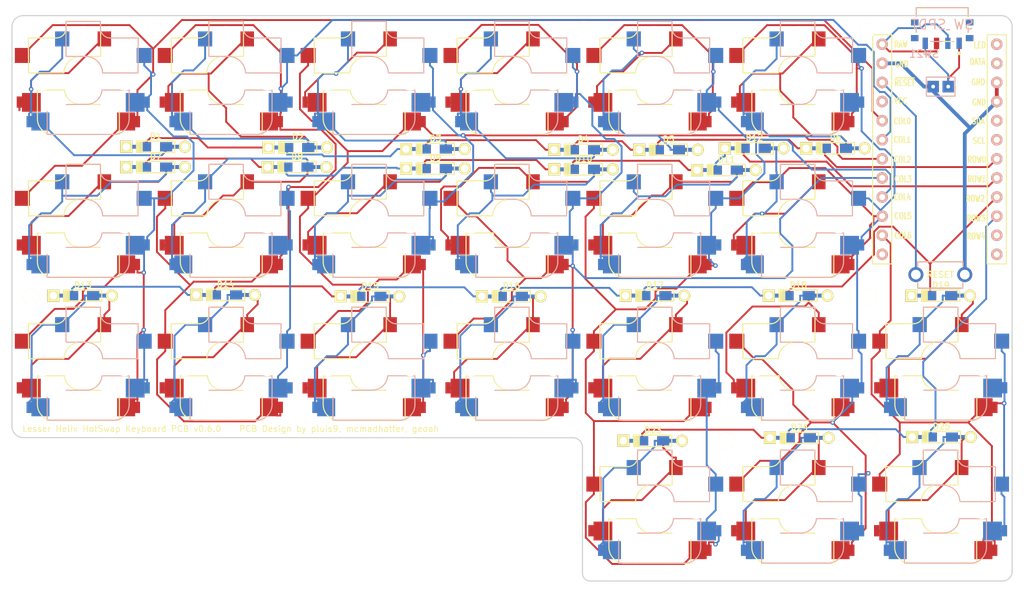
<source format=kicad_pcb>
(kicad_pcb (version 20201002) (generator pcbnew)
  (layers (0 "F.Cu" signal) (31 "B.Cu" signal) (34 "B.Paste" user) (35 "F.Paste" user) (36 "B.SilkS" user "B.Silkscreen") (37 "F.SilkS" user "F.Silkscreen") (38 "B.Mask" user) (39 "F.Mask" user) (44 "Edge.Cuts" user))
  (net 0 "")
  (net 1 "row4")
  (net 2 "row3")
  (net 3 "row2")
  (net 4 "row1")
  (net 5 "row0")
  (net 6 "data")
  (net 7 "col6")
  (net 8 "col5")
  (net 9 "col4")
  (net 10 "col3")
  (net 11 "col2")
  (net 12 "col1")
  (net 13 "col0")
  (net 14 "VCC")
  (net 15 "Net-(D9-Pad2)")
  (net 16 "Net-(D8-Pad2)")
  (net 17 "Net-(D7-Pad2)")
  (net 18 "Net-(D6-Pad2)")
  (net 19 "Net-(D5-Pad2)")
  (net 20 "Net-(D4-Pad2)")
  (net 21 "Net-(D3-Pad2)")
  (net 22 "Net-(D25-Pad2)")
  (net 23 "Net-(D24-Pad2)")
  (net 24 "Net-(D23-Pad2)")
  (net 25 "Net-(D2-Pad2)")
  (net 26 "Net-(D19-Pad2)")
  (net 27 "Net-(D18-Pad2)")
  (net 28 "Net-(D17-Pad2)")
  (net 29 "Net-(D16-Pad2)")
  (net 30 "Net-(D15-Pad2)")
  (net 31 "Net-(D14-Pad2)")
  (net 32 "Net-(D13-Pad2)")
  (net 33 "Net-(D12-Pad2)")
  (net 34 "Net-(D11-Pad2)")
  (net 35 "Net-(D10-Pad2)")
  (net 36 "Net-(D1-Pad2)")
  (net 37 "LED")
  (net 38 "GND")
  (net 39 "/~RESET")
  (net 40 "/ex2")
  (net 41 "/ex1")
  (net 42 "/SDA")
  (net 43 "/SCL")
  (net 44 "Net-(J1-Pad1)")
  (net 45 "Net-(SW20-Pad3)")
  (net 46 "Net-(SW20-Pad2)")
  (net 47 "Net-(SW21-Pad3)")
  (module "Keebio:Diode-dual" (layer "F.Cu") (at 108.6 55.6 180)
    (fp_text reference "D1" (at -0.0254 1.4 180) (layer "F.SilkS") (effects (font (size 0.8 0.8))))
    (fp_text value "D" hide)
    (pad "1" smd rect (at 2.5 0 180) (size 2.9 0.5) (layers "B.Cu") (net 5 "row0"))
    (pad "1" smd rect (at 2.5 0 180) (size 2.9 0.5) (layers "F.Cu") (net 5 "row0"))
    (pad "1" thru_hole rect (at 3.9 0 180) (size 1.6 1.6) (drill 1) (layers *.Cu *.Mask "F.SilkS") (net 5 "row0"))
    (pad "1" smd rect (at 1.4 0 180) (size 1.6 1.2) (layers "B.Cu" "B.Paste" "B.Mask") (net 5 "row0"))
    (pad "1" smd rect (at 1.4 0 180) (size 1.6 1.2) (layers "F.Cu" "F.Paste" "F.Mask") (net 5 "row0"))
    (pad "2" smd rect (at -2.5 0 180) (size 2.9 0.5) (layers "B.Cu") (net 36 "Net-(D1-Pad2)"))
    (pad "2" smd rect (at -1.4 0 180) (size 1.6 1.2) (layers "B.Cu" "B.Paste" "B.Mask") (net 36 "Net-(D1-Pad2)"))
    (pad "2" smd rect (at -2.5 0 180) (size 2.9 0.5) (layers "F.Cu") (net 36 "Net-(D1-Pad2)"))
    (pad "2" smd rect (at -1.4 0 180) (size 1.6 1.2) (layers "F.Cu" "F.Paste" "F.Mask") (net 36 "Net-(D1-Pad2)"))
    (pad "2" thru_hole circle (at -3.9 0 180) (size 1.6 1.6) (drill 1) (layers *.Cu *.Mask "F.SilkS") (net 36 "Net-(D1-Pad2)"))
  )
  (module "Keebio:Diode-dual" (layer "F.Cu") (at 127.5 55.7 180)
    (fp_text reference "D2" (at -0.0254 1.4 180) (layer "F.SilkS") (effects (font (size 0.8 0.8))))
    (fp_text value "D" hide)
    (pad "1" smd rect (at 2.5 0 180) (size 2.9 0.5) (layers "B.Cu") (net 5 "row0"))
    (pad "1" smd rect (at 2.5 0 180) (size 2.9 0.5) (layers "F.Cu") (net 5 "row0"))
    (pad "1" thru_hole rect (at 3.9 0 180) (size 1.6 1.6) (drill 1) (layers *.Cu *.Mask "F.SilkS") (net 5 "row0"))
    (pad "1" smd rect (at 1.4 0 180) (size 1.6 1.2) (layers "B.Cu" "B.Paste" "B.Mask") (net 5 "row0"))
    (pad "1" smd rect (at 1.4 0 180) (size 1.6 1.2) (layers "F.Cu" "F.Paste" "F.Mask") (net 5 "row0"))
    (pad "2" smd rect (at -2.5 0 180) (size 2.9 0.5) (layers "B.Cu") (net 25 "Net-(D2-Pad2)"))
    (pad "2" smd rect (at -1.4 0 180) (size 1.6 1.2) (layers "B.Cu" "B.Paste" "B.Mask") (net 25 "Net-(D2-Pad2)"))
    (pad "2" smd rect (at -2.5 0 180) (size 2.9 0.5) (layers "F.Cu") (net 25 "Net-(D2-Pad2)"))
    (pad "2" smd rect (at -1.4 0 180) (size 1.6 1.2) (layers "F.Cu" "F.Paste" "F.Mask") (net 25 "Net-(D2-Pad2)"))
    (pad "2" thru_hole circle (at -3.9 0 180) (size 1.6 1.6) (drill 1) (layers *.Cu *.Mask "F.SilkS") (net 25 "Net-(D2-Pad2)"))
  )
  (module "Keebio:Diode-dual" (layer "F.Cu") (at 145.8 55.9 180)
    (fp_text reference "D3" (at -0.0254 1.4 180) (layer "F.SilkS") (effects (font (size 0.8 0.8))))
    (fp_text value "D" hide)
    (pad "1" smd rect (at 2.5 0 180) (size 2.9 0.5) (layers "B.Cu") (net 5 "row0"))
    (pad "1" smd rect (at 2.5 0 180) (size 2.9 0.5) (layers "F.Cu") (net 5 "row0"))
    (pad "1" thru_hole rect (at 3.9 0 180) (size 1.6 1.6) (drill 1) (layers *.Cu *.Mask "F.SilkS") (net 5 "row0"))
    (pad "1" smd rect (at 1.4 0 180) (size 1.6 1.2) (layers "B.Cu" "B.Paste" "B.Mask") (net 5 "row0"))
    (pad "1" smd rect (at 1.4 0 180) (size 1.6 1.2) (layers "F.Cu" "F.Paste" "F.Mask") (net 5 "row0"))
    (pad "2" smd rect (at -2.5 0 180) (size 2.9 0.5) (layers "B.Cu") (net 21 "Net-(D3-Pad2)"))
    (pad "2" smd rect (at -1.4 0 180) (size 1.6 1.2) (layers "B.Cu" "B.Paste" "B.Mask") (net 21 "Net-(D3-Pad2)"))
    (pad "2" smd rect (at -2.5 0 180) (size 2.9 0.5) (layers "F.Cu") (net 21 "Net-(D3-Pad2)"))
    (pad "2" smd rect (at -1.4 0 180) (size 1.6 1.2) (layers "F.Cu" "F.Paste" "F.Mask") (net 21 "Net-(D3-Pad2)"))
    (pad "2" thru_hole circle (at -3.9 0 180) (size 1.6 1.6) (drill 1) (layers *.Cu *.Mask "F.SilkS") (net 21 "Net-(D3-Pad2)"))
  )
  (module "Keebio:Diode-dual" (layer "F.Cu") (at 165.5 56 180)
    (fp_text reference "D4" (at -0.0254 1.4 180) (layer "F.SilkS") (effects (font (size 0.8 0.8))))
    (fp_text value "D" hide)
    (pad "1" smd rect (at 2.5 0 180) (size 2.9 0.5) (layers "B.Cu") (net 5 "row0"))
    (pad "1" smd rect (at 2.5 0 180) (size 2.9 0.5) (layers "F.Cu") (net 5 "row0"))
    (pad "1" thru_hole rect (at 3.9 0 180) (size 1.6 1.6) (drill 1) (layers *.Cu *.Mask "F.SilkS") (net 5 "row0"))
    (pad "1" smd rect (at 1.4 0 180) (size 1.6 1.2) (layers "B.Cu" "B.Paste" "B.Mask") (net 5 "row0"))
    (pad "1" smd rect (at 1.4 0 180) (size 1.6 1.2) (layers "F.Cu" "F.Paste" "F.Mask") (net 5 "row0"))
    (pad "2" smd rect (at -2.5 0 180) (size 2.9 0.5) (layers "B.Cu") (net 20 "Net-(D4-Pad2)"))
    (pad "2" smd rect (at -1.4 0 180) (size 1.6 1.2) (layers "B.Cu" "B.Paste" "B.Mask") (net 20 "Net-(D4-Pad2)"))
    (pad "2" smd rect (at -2.5 0 180) (size 2.9 0.5) (layers "F.Cu") (net 20 "Net-(D4-Pad2)"))
    (pad "2" smd rect (at -1.4 0 180) (size 1.6 1.2) (layers "F.Cu" "F.Paste" "F.Mask") (net 20 "Net-(D4-Pad2)"))
    (pad "2" thru_hole circle (at -3.9 0 180) (size 1.6 1.6) (drill 1) (layers *.Cu *.Mask "F.SilkS") (net 20 "Net-(D4-Pad2)"))
  )
  (module "Keebio:Diode-dual" (layer "F.Cu") (at 176.8 56 180)
    (fp_text reference "D5" (at -0.0254 1.4 180) (layer "F.SilkS") (effects (font (size 0.8 0.8))))
    (fp_text value "D" hide)
    (pad "1" smd rect (at 2.5 0 180) (size 2.9 0.5) (layers "B.Cu") (net 5 "row0"))
    (pad "1" smd rect (at 2.5 0 180) (size 2.9 0.5) (layers "F.Cu") (net 5 "row0"))
    (pad "1" thru_hole rect (at 3.9 0 180) (size 1.6 1.6) (drill 1) (layers *.Cu *.Mask "F.SilkS") (net 5 "row0"))
    (pad "1" smd rect (at 1.4 0 180) (size 1.6 1.2) (layers "B.Cu" "B.Paste" "B.Mask") (net 5 "row0"))
    (pad "1" smd rect (at 1.4 0 180) (size 1.6 1.2) (layers "F.Cu" "F.Paste" "F.Mask") (net 5 "row0"))
    (pad "2" smd rect (at -2.5 0 180) (size 2.9 0.5) (layers "B.Cu") (net 19 "Net-(D5-Pad2)"))
    (pad "2" smd rect (at -1.4 0 180) (size 1.6 1.2) (layers "B.Cu" "B.Paste" "B.Mask") (net 19 "Net-(D5-Pad2)"))
    (pad "2" smd rect (at -2.5 0 180) (size 2.9 0.5) (layers "F.Cu") (net 19 "Net-(D5-Pad2)"))
    (pad "2" smd rect (at -1.4 0 180) (size 1.6 1.2) (layers "F.Cu" "F.Paste" "F.Mask") (net 19 "Net-(D5-Pad2)"))
    (pad "2" thru_hole circle (at -3.9 0 180) (size 1.6 1.6) (drill 1) (layers *.Cu *.Mask "F.SilkS") (net 19 "Net-(D5-Pad2)"))
  )
  (module "Keebio:Diode-dual" (layer "F.Cu") (at 199 55.8 180)
    (fp_text reference "D6" (at -0.0254 1.4 180) (layer "F.SilkS") (effects (font (size 0.8 0.8))))
    (fp_text value "D" hide)
    (pad "1" smd rect (at 2.5 0 180) (size 2.9 0.5) (layers "B.Cu") (net 5 "row0"))
    (pad "1" smd rect (at 2.5 0 180) (size 2.9 0.5) (layers "F.Cu") (net 5 "row0"))
    (pad "1" thru_hole rect (at 3.9 0 180) (size 1.6 1.6) (drill 1) (layers *.Cu *.Mask "F.SilkS") (net 5 "row0"))
    (pad "1" smd rect (at 1.4 0 180) (size 1.6 1.2) (layers "B.Cu" "B.Paste" "B.Mask") (net 5 "row0"))
    (pad "1" smd rect (at 1.4 0 180) (size 1.6 1.2) (layers "F.Cu" "F.Paste" "F.Mask") (net 5 "row0"))
    (pad "2" smd rect (at -2.5 0 180) (size 2.9 0.5) (layers "B.Cu") (net 18 "Net-(D6-Pad2)"))
    (pad "2" smd rect (at -1.4 0 180) (size 1.6 1.2) (layers "B.Cu" "B.Paste" "B.Mask") (net 18 "Net-(D6-Pad2)"))
    (pad "2" smd rect (at -2.5 0 180) (size 2.9 0.5) (layers "F.Cu") (net 18 "Net-(D6-Pad2)"))
    (pad "2" smd rect (at -1.4 0 180) (size 1.6 1.2) (layers "F.Cu" "F.Paste" "F.Mask") (net 18 "Net-(D6-Pad2)"))
    (pad "2" thru_hole circle (at -3.9 0 180) (size 1.6 1.6) (drill 1) (layers *.Cu *.Mask "F.SilkS") (net 18 "Net-(D6-Pad2)"))
  )
  (module "Keebio:Diode-dual" (layer "F.Cu") (at 108.6 58.3 180)
    (fp_text reference "D7" (at -0.0254 1.4 180) (layer "F.SilkS") (effects (font (size 0.8 0.8))))
    (fp_text value "D" hide)
    (pad "1" smd rect (at 2.5 0 180) (size 2.9 0.5) (layers "B.Cu") (net 4 "row1"))
    (pad "1" smd rect (at 2.5 0 180) (size 2.9 0.5) (layers "F.Cu") (net 4 "row1"))
    (pad "1" thru_hole rect (at 3.9 0 180) (size 1.6 1.6) (drill 1) (layers *.Cu *.Mask "F.SilkS") (net 4 "row1"))
    (pad "1" smd rect (at 1.4 0 180) (size 1.6 1.2) (layers "B.Cu" "B.Paste" "B.Mask") (net 4 "row1"))
    (pad "1" smd rect (at 1.4 0 180) (size 1.6 1.2) (layers "F.Cu" "F.Paste" "F.Mask") (net 4 "row1"))
    (pad "2" smd rect (at -2.5 0 180) (size 2.9 0.5) (layers "B.Cu") (net 17 "Net-(D7-Pad2)"))
    (pad "2" smd rect (at -1.4 0 180) (size 1.6 1.2) (layers "B.Cu" "B.Paste" "B.Mask") (net 17 "Net-(D7-Pad2)"))
    (pad "2" smd rect (at -2.5 0 180) (size 2.9 0.5) (layers "F.Cu") (net 17 "Net-(D7-Pad2)"))
    (pad "2" smd rect (at -1.4 0 180) (size 1.6 1.2) (layers "F.Cu" "F.Paste" "F.Mask") (net 17 "Net-(D7-Pad2)"))
    (pad "2" thru_hole circle (at -3.9 0 180) (size 1.6 1.6) (drill 1) (layers *.Cu *.Mask "F.SilkS") (net 17 "Net-(D7-Pad2)"))
  )
  (module "Keebio:Diode-dual" (layer "F.Cu") (at 127.4 58.3 180)
    (fp_text reference "D8" (at -0.0254 1.4 180) (layer "F.SilkS") (effects (font (size 0.8 0.8))))
    (fp_text value "D" hide)
    (pad "1" smd rect (at 2.5 0 180) (size 2.9 0.5) (layers "B.Cu") (net 4 "row1"))
    (pad "1" smd rect (at 2.5 0 180) (size 2.9 0.5) (layers "F.Cu") (net 4 "row1"))
    (pad "1" thru_hole rect (at 3.9 0 180) (size 1.6 1.6) (drill 1) (layers *.Cu *.Mask "F.SilkS") (net 4 "row1"))
    (pad "1" smd rect (at 1.4 0 180) (size 1.6 1.2) (layers "B.Cu" "B.Paste" "B.Mask") (net 4 "row1"))
    (pad "1" smd rect (at 1.4 0 180) (size 1.6 1.2) (layers "F.Cu" "F.Paste" "F.Mask") (net 4 "row1"))
    (pad "2" smd rect (at -2.5 0 180) (size 2.9 0.5) (layers "B.Cu") (net 16 "Net-(D8-Pad2)"))
    (pad "2" smd rect (at -1.4 0 180) (size 1.6 1.2) (layers "B.Cu" "B.Paste" "B.Mask") (net 16 "Net-(D8-Pad2)"))
    (pad "2" smd rect (at -2.5 0 180) (size 2.9 0.5) (layers "F.Cu") (net 16 "Net-(D8-Pad2)"))
    (pad "2" smd rect (at -1.4 0 180) (size 1.6 1.2) (layers "F.Cu" "F.Paste" "F.Mask") (net 16 "Net-(D8-Pad2)"))
    (pad "2" thru_hole circle (at -3.9 0 180) (size 1.6 1.6) (drill 1) (layers *.Cu *.Mask "F.SilkS") (net 16 "Net-(D8-Pad2)"))
  )
  (module "Keebio:Diode-dual" (layer "F.Cu") (at 145.8 58.5 180)
    (fp_text reference "D9" (at -0.0254 1.4 180) (layer "F.SilkS") (effects (font (size 0.8 0.8))))
    (fp_text value "D" hide)
    (pad "1" smd rect (at 2.5 0 180) (size 2.9 0.5) (layers "B.Cu") (net 4 "row1"))
    (pad "1" smd rect (at 2.5 0 180) (size 2.9 0.5) (layers "F.Cu") (net 4 "row1"))
    (pad "1" thru_hole rect (at 3.9 0 180) (size 1.6 1.6) (drill 1) (layers *.Cu *.Mask "F.SilkS") (net 4 "row1"))
    (pad "1" smd rect (at 1.4 0 180) (size 1.6 1.2) (layers "B.Cu" "B.Paste" "B.Mask") (net 4 "row1"))
    (pad "1" smd rect (at 1.4 0 180) (size 1.6 1.2) (layers "F.Cu" "F.Paste" "F.Mask") (net 4 "row1"))
    (pad "2" smd rect (at -2.5 0 180) (size 2.9 0.5) (layers "B.Cu") (net 15 "Net-(D9-Pad2)"))
    (pad "2" smd rect (at -1.4 0 180) (size 1.6 1.2) (layers "B.Cu" "B.Paste" "B.Mask") (net 15 "Net-(D9-Pad2)"))
    (pad "2" smd rect (at -2.5 0 180) (size 2.9 0.5) (layers "F.Cu") (net 15 "Net-(D9-Pad2)"))
    (pad "2" smd rect (at -1.4 0 180) (size 1.6 1.2) (layers "F.Cu" "F.Paste" "F.Mask") (net 15 "Net-(D9-Pad2)"))
    (pad "2" thru_hole circle (at -3.9 0 180) (size 1.6 1.6) (drill 1) (layers *.Cu *.Mask "F.SilkS") (net 15 "Net-(D9-Pad2)"))
  )
  (module "Keebio:Diode-dual" (layer "F.Cu") (at 165.5 58.6 180)
    (fp_text reference "D10" (at -0.0254 1.4 180) (layer "F.SilkS") (effects (font (size 0.8 0.8))))
    (fp_text value "D" hide)
    (pad "1" smd rect (at 2.5 0 180) (size 2.9 0.5) (layers "B.Cu") (net 4 "row1"))
    (pad "1" smd rect (at 2.5 0 180) (size 2.9 0.5) (layers "F.Cu") (net 4 "row1"))
    (pad "1" thru_hole rect (at 3.9 0 180) (size 1.6 1.6) (drill 1) (layers *.Cu *.Mask "F.SilkS") (net 4 "row1"))
    (pad "1" smd rect (at 1.4 0 180) (size 1.6 1.2) (layers "B.Cu" "B.Paste" "B.Mask") (net 4 "row1"))
    (pad "1" smd rect (at 1.4 0 180) (size 1.6 1.2) (layers "F.Cu" "F.Paste" "F.Mask") (net 4 "row1"))
    (pad "2" smd rect (at -2.5 0 180) (size 2.9 0.5) (layers "B.Cu") (net 35 "Net-(D10-Pad2)"))
    (pad "2" smd rect (at -1.4 0 180) (size 1.6 1.2) (layers "B.Cu" "B.Paste" "B.Mask") (net 35 "Net-(D10-Pad2)"))
    (pad "2" smd rect (at -2.5 0 180) (size 2.9 0.5) (layers "F.Cu") (net 35 "Net-(D10-Pad2)"))
    (pad "2" smd rect (at -1.4 0 180) (size 1.6 1.2) (layers "F.Cu" "F.Paste" "F.Mask") (net 35 "Net-(D10-Pad2)"))
    (pad "2" thru_hole circle (at -3.9 0 180) (size 1.6 1.6) (drill 1) (layers *.Cu *.Mask "F.SilkS") (net 35 "Net-(D10-Pad2)"))
  )
  (module "Keebio:Diode-dual" (layer "F.Cu") (at 184.5 58.7 180)
    (fp_text reference "D11" (at -0.0254 1.4 180) (layer "F.SilkS") (effects (font (size 0.8 0.8))))
    (fp_text value "D" hide)
    (pad "1" smd rect (at 2.5 0 180) (size 2.9 0.5) (layers "B.Cu") (net 4 "row1"))
    (pad "1" smd rect (at 2.5 0 180) (size 2.9 0.5) (layers "F.Cu") (net 4 "row1"))
    (pad "1" thru_hole rect (at 3.9 0 180) (size 1.6 1.6) (drill 1) (layers *.Cu *.Mask "F.SilkS") (net 4 "row1"))
    (pad "1" smd rect (at 1.4 0 180) (size 1.6 1.2) (layers "B.Cu" "B.Paste" "B.Mask") (net 4 "row1"))
    (pad "1" smd rect (at 1.4 0 180) (size 1.6 1.2) (layers "F.Cu" "F.Paste" "F.Mask") (net 4 "row1"))
    (pad "2" smd rect (at -2.5 0 180) (size 2.9 0.5) (layers "B.Cu") (net 34 "Net-(D11-Pad2)"))
    (pad "2" smd rect (at -1.4 0 180) (size 1.6 1.2) (layers "B.Cu" "B.Paste" "B.Mask") (net 34 "Net-(D11-Pad2)"))
    (pad "2" smd rect (at -2.5 0 180) (size 2.9 0.5) (layers "F.Cu") (net 34 "Net-(D11-Pad2)"))
    (pad "2" smd rect (at -1.4 0 180) (size 1.6 1.2) (layers "F.Cu" "F.Paste" "F.Mask") (net 34 "Net-(D11-Pad2)"))
    (pad "2" thru_hole circle (at -3.9 0 180) (size 1.6 1.6) (drill 1) (layers *.Cu *.Mask "F.SilkS") (net 34 "Net-(D11-Pad2)"))
  )
  (module "Keebio:Diode-dual" (layer "F.Cu") (at 188.2 55.8 180)
    (fp_text reference "D12" (at -0.0254 1.4 180) (layer "F.SilkS") (effects (font (size 0.8 0.8))))
    (fp_text value "D" hide)
    (pad "1" smd rect (at 2.5 0 180) (size 2.9 0.5) (layers "B.Cu") (net 4 "row1"))
    (pad "1" smd rect (at 2.5 0 180) (size 2.9 0.5) (layers "F.Cu") (net 4 "row1"))
    (pad "1" thru_hole rect (at 3.9 0 180) (size 1.6 1.6) (drill 1) (layers *.Cu *.Mask "F.SilkS") (net 4 "row1"))
    (pad "1" smd rect (at 1.4 0 180) (size 1.6 1.2) (layers "B.Cu" "B.Paste" "B.Mask") (net 4 "row1"))
    (pad "1" smd rect (at 1.4 0 180) (size 1.6 1.2) (layers "F.Cu" "F.Paste" "F.Mask") (net 4 "row1"))
    (pad "2" smd rect (at -2.5 0 180) (size 2.9 0.5) (layers "B.Cu") (net 33 "Net-(D12-Pad2)"))
    (pad "2" smd rect (at -1.4 0 180) (size 1.6 1.2) (layers "B.Cu" "B.Paste" "B.Mask") (net 33 "Net-(D12-Pad2)"))
    (pad "2" smd rect (at -2.5 0 180) (size 2.9 0.5) (layers "F.Cu") (net 33 "Net-(D12-Pad2)"))
    (pad "2" smd rect (at -1.4 0 180) (size 1.6 1.2) (layers "F.Cu" "F.Paste" "F.Mask") (net 33 "Net-(D12-Pad2)"))
    (pad "2" thru_hole circle (at -3.9 0 180) (size 1.6 1.6) (drill 1) (layers *.Cu *.Mask "F.SilkS") (net 33 "Net-(D12-Pad2)"))
  )
  (module "Keebio:Diode-dual" (layer "F.Cu") (at 98.9 75.4 180)
    (fp_text reference "D13" (at -0.0254 1.4 180) (layer "F.SilkS") (effects (font (size 0.8 0.8))))
    (fp_text value "D" hide)
    (pad "1" smd rect (at 2.5 0 180) (size 2.9 0.5) (layers "B.Cu") (net 3 "row2"))
    (pad "1" smd rect (at 2.5 0 180) (size 2.9 0.5) (layers "F.Cu") (net 3 "row2"))
    (pad "1" thru_hole rect (at 3.9 0 180) (size 1.6 1.6) (drill 1) (layers *.Cu *.Mask "F.SilkS") (net 3 "row2"))
    (pad "1" smd rect (at 1.4 0 180) (size 1.6 1.2) (layers "B.Cu" "B.Paste" "B.Mask") (net 3 "row2"))
    (pad "1" smd rect (at 1.4 0 180) (size 1.6 1.2) (layers "F.Cu" "F.Paste" "F.Mask") (net 3 "row2"))
    (pad "2" smd rect (at -2.5 0 180) (size 2.9 0.5) (layers "B.Cu") (net 32 "Net-(D13-Pad2)"))
    (pad "2" smd rect (at -1.4 0 180) (size 1.6 1.2) (layers "B.Cu" "B.Paste" "B.Mask") (net 32 "Net-(D13-Pad2)"))
    (pad "2" smd rect (at -2.5 0 180) (size 2.9 0.5) (layers "F.Cu") (net 32 "Net-(D13-Pad2)"))
    (pad "2" smd rect (at -1.4 0 180) (size 1.6 1.2) (layers "F.Cu" "F.Paste" "F.Mask") (net 32 "Net-(D13-Pad2)"))
    (pad "2" thru_hole circle (at -3.9 0 180) (size 1.6 1.6) (drill 1) (layers *.Cu *.Mask "F.SilkS") (net 32 "Net-(D13-Pad2)"))
  )
  (module "Keebio:Diode-dual" (layer "F.Cu") (at 117.9 75.3 180)
    (fp_text reference "D14" (at -0.0254 1.4 180) (layer "F.SilkS") (effects (font (size 0.8 0.8))))
    (fp_text value "D" hide)
    (pad "1" smd rect (at 2.5 0 180) (size 2.9 0.5) (layers "B.Cu") (net 3 "row2"))
    (pad "1" smd rect (at 2.5 0 180) (size 2.9 0.5) (layers "F.Cu") (net 3 "row2"))
    (pad "1" thru_hole rect (at 3.9 0 180) (size 1.6 1.6) (drill 1) (layers *.Cu *.Mask "F.SilkS") (net 3 "row2"))
    (pad "1" smd rect (at 1.4 0 180) (size 1.6 1.2) (layers "B.Cu" "B.Paste" "B.Mask") (net 3 "row2"))
    (pad "1" smd rect (at 1.4 0 180) (size 1.6 1.2) (layers "F.Cu" "F.Paste" "F.Mask") (net 3 "row2"))
    (pad "2" smd rect (at -2.5 0 180) (size 2.9 0.5) (layers "B.Cu") (net 31 "Net-(D14-Pad2)"))
    (pad "2" smd rect (at -1.4 0 180) (size 1.6 1.2) (layers "B.Cu" "B.Paste" "B.Mask") (net 31 "Net-(D14-Pad2)"))
    (pad "2" smd rect (at -2.5 0 180) (size 2.9 0.5) (layers "F.Cu") (net 31 "Net-(D14-Pad2)"))
    (pad "2" smd rect (at -1.4 0 180) (size 1.6 1.2) (layers "F.Cu" "F.Paste" "F.Mask") (net 31 "Net-(D14-Pad2)"))
    (pad "2" thru_hole circle (at -3.9 0 180) (size 1.6 1.6) (drill 1) (layers *.Cu *.Mask "F.SilkS") (net 31 "Net-(D14-Pad2)"))
  )
  (module "Keebio:Diode-dual" (layer "F.Cu") (at 137.1 75.5 180)
    (fp_text reference "D15" (at -0.0254 1.4 180) (layer "F.SilkS") (effects (font (size 0.8 0.8))))
    (fp_text value "D" hide)
    (pad "1" smd rect (at 2.5 0 180) (size 2.9 0.5) (layers "B.Cu") (net 3 "row2"))
    (pad "1" smd rect (at 2.5 0 180) (size 2.9 0.5) (layers "F.Cu") (net 3 "row2"))
    (pad "1" thru_hole rect (at 3.9 0 180) (size 1.6 1.6) (drill 1) (layers *.Cu *.Mask "F.SilkS") (net 3 "row2"))
    (pad "1" smd rect (at 1.4 0 180) (size 1.6 1.2) (layers "B.Cu" "B.Paste" "B.Mask") (net 3 "row2"))
    (pad "1" smd rect (at 1.4 0 180) (size 1.6 1.2) (layers "F.Cu" "F.Paste" "F.Mask") (net 3 "row2"))
    (pad "2" smd rect (at -2.5 0 180) (size 2.9 0.5) (layers "B.Cu") (net 30 "Net-(D15-Pad2)"))
    (pad "2" smd rect (at -1.4 0 180) (size 1.6 1.2) (layers "B.Cu" "B.Paste" "B.Mask") (net 30 "Net-(D15-Pad2)"))
    (pad "2" smd rect (at -2.5 0 180) (size 2.9 0.5) (layers "F.Cu") (net 30 "Net-(D15-Pad2)"))
    (pad "2" smd rect (at -1.4 0 180) (size 1.6 1.2) (layers "F.Cu" "F.Paste" "F.Mask") (net 30 "Net-(D15-Pad2)"))
    (pad "2" thru_hole circle (at -3.9 0 180) (size 1.6 1.6) (drill 1) (layers *.Cu *.Mask "F.SilkS") (net 30 "Net-(D15-Pad2)"))
  )
  (module "Keebio:Diode-dual" (layer "F.Cu") (at 155.9 75.5 180)
    (fp_text reference "D16" (at -0.0254 1.4 180) (layer "F.SilkS") (effects (font (size 0.8 0.8))))
    (fp_text value "D" hide)
    (pad "1" smd rect (at 2.5 0 180) (size 2.9 0.5) (layers "B.Cu") (net 3 "row2"))
    (pad "1" smd rect (at 2.5 0 180) (size 2.9 0.5) (layers "F.Cu") (net 3 "row2"))
    (pad "1" thru_hole rect (at 3.9 0 180) (size 1.6 1.6) (drill 1) (layers *.Cu *.Mask "F.SilkS") (net 3 "row2"))
    (pad "1" smd rect (at 1.4 0 180) (size 1.6 1.2) (layers "B.Cu" "B.Paste" "B.Mask") (net 3 "row2"))
    (pad "1" smd rect (at 1.4 0 180) (size 1.6 1.2) (layers "F.Cu" "F.Paste" "F.Mask") (net 3 "row2"))
    (pad "2" smd rect (at -2.5 0 180) (size 2.9 0.5) (layers "B.Cu") (net 29 "Net-(D16-Pad2)"))
    (pad "2" smd rect (at -1.4 0 180) (size 1.6 1.2) (layers "B.Cu" "B.Paste" "B.Mask") (net 29 "Net-(D16-Pad2)"))
    (pad "2" smd rect (at -2.5 0 180) (size 2.9 0.5) (layers "F.Cu") (net 29 "Net-(D16-Pad2)"))
    (pad "2" smd rect (at -1.4 0 180) (size 1.6 1.2) (layers "F.Cu" "F.Paste" "F.Mask") (net 29 "Net-(D16-Pad2)"))
    (pad "2" thru_hole circle (at -3.9 0 180) (size 1.6 1.6) (drill 1) (layers *.Cu *.Mask "F.SilkS") (net 29 "Net-(D16-Pad2)"))
  )
  (module "Keebio:Diode-dual" (layer "F.Cu") (at 174.995 75.4 180)
    (fp_text reference "D17" (at -0.0254 1.4 180) (layer "F.SilkS") (effects (font (size 0.8 0.8))))
    (fp_text value "D" hide)
    (pad "1" smd rect (at 2.5 0 180) (size 2.9 0.5) (layers "B.Cu") (net 3 "row2"))
    (pad "1" smd rect (at 2.5 0 180) (size 2.9 0.5) (layers "F.Cu") (net 3 "row2"))
    (pad "1" thru_hole rect (at 3.9 0 180) (size 1.6 1.6) (drill 1) (layers *.Cu *.Mask "F.SilkS") (net 3 "row2"))
    (pad "1" smd rect (at 1.4 0 180) (size 1.6 1.2) (layers "B.Cu" "B.Paste" "B.Mask") (net 3 "row2"))
    (pad "1" smd rect (at 1.4 0 180) (size 1.6 1.2) (layers "F.Cu" "F.Paste" "F.Mask") (net 3 "row2"))
    (pad "2" smd rect (at -2.5 0 180) (size 2.9 0.5) (layers "B.Cu") (net 28 "Net-(D17-Pad2)"))
    (pad "2" smd rect (at -1.4 0 180) (size 1.6 1.2) (layers "B.Cu" "B.Paste" "B.Mask") (net 28 "Net-(D17-Pad2)"))
    (pad "2" smd rect (at -2.5 0 180) (size 2.9 0.5) (layers "F.Cu") (net 28 "Net-(D17-Pad2)"))
    (pad "2" smd rect (at -1.4 0 180) (size 1.6 1.2) (layers "F.Cu" "F.Paste" "F.Mask") (net 28 "Net-(D17-Pad2)"))
    (pad "2" thru_hole circle (at -3.9 0 180) (size 1.6 1.6) (drill 1) (layers *.Cu *.Mask "F.SilkS") (net 28 "Net-(D17-Pad2)"))
  )
  (module "Keebio:Diode-dual" (layer "F.Cu") (at 194.045 75.4 180)
    (fp_text reference "D18" (at -0.0254 1.4 180) (layer "F.SilkS") (effects (font (size 0.8 0.8))))
    (fp_text value "D" hide)
    (pad "1" smd rect (at 2.5 0 180) (size 2.9 0.5) (layers "B.Cu") (net 3 "row2"))
    (pad "1" smd rect (at 2.5 0 180) (size 2.9 0.5) (layers "F.Cu") (net 3 "row2"))
    (pad "1" thru_hole rect (at 3.9 0 180) (size 1.6 1.6) (drill 1) (layers *.Cu *.Mask "F.SilkS") (net 3 "row2"))
    (pad "1" smd rect (at 1.4 0 180) (size 1.6 1.2) (layers "B.Cu" "B.Paste" "B.Mask") (net 3 "row2"))
    (pad "1" smd rect (at 1.4 0 180) (size 1.6 1.2) (layers "F.Cu" "F.Paste" "F.Mask") (net 3 "row2"))
    (pad "2" smd rect (at -2.5 0 180) (size 2.9 0.5) (layers "B.Cu") (net 27 "Net-(D18-Pad2)"))
    (pad "2" smd rect (at -1.4 0 180) (size 1.6 1.2) (layers "B.Cu" "B.Paste" "B.Mask") (net 27 "Net-(D18-Pad2)"))
    (pad "2" smd rect (at -2.5 0 180) (size 2.9 0.5) (layers "F.Cu") (net 27 "Net-(D18-Pad2)"))
    (pad "2" smd rect (at -1.4 0 180) (size 1.6 1.2) (layers "F.Cu" "F.Paste" "F.Mask") (net 27 "Net-(D18-Pad2)"))
    (pad "2" thru_hole circle (at -3.9 0 180) (size 1.6 1.6) (drill 1) (layers *.Cu *.Mask "F.SilkS") (net 27 "Net-(D18-Pad2)"))
  )
  (module "Keebio:Diode-dual" (layer "F.Cu") (at 174.7 94.7 180)
    (fp_text reference "D23" (at -0.0254 1.4 180) (layer "F.SilkS") (effects (font (size 0.8 0.8))))
    (fp_text value "D" hide)
    (pad "1" smd rect (at 2.5 0 180) (size 2.9 0.5) (layers "B.Cu") (net 2 "row3"))
    (pad "1" smd rect (at 2.5 0 180) (size 2.9 0.5) (layers "F.Cu") (net 2 "row3"))
    (pad "1" thru_hole rect (at 3.9 0 180) (size 1.6 1.6) (drill 1) (layers *.Cu *.Mask "F.SilkS") (net 2 "row3"))
    (pad "1" smd rect (at 1.4 0 180) (size 1.6 1.2) (layers "B.Cu" "B.Paste" "B.Mask") (net 2 "row3"))
    (pad "1" smd rect (at 1.4 0 180) (size 1.6 1.2) (layers "F.Cu" "F.Paste" "F.Mask") (net 2 "row3"))
    (pad "2" smd rect (at -2.5 0 180) (size 2.9 0.5) (layers "B.Cu") (net 24 "Net-(D23-Pad2)"))
    (pad "2" smd rect (at -1.4 0 180) (size 1.6 1.2) (layers "B.Cu" "B.Paste" "B.Mask") (net 24 "Net-(D23-Pad2)"))
    (pad "2" smd rect (at -2.5 0 180) (size 2.9 0.5) (layers "F.Cu") (net 24 "Net-(D23-Pad2)"))
    (pad "2" smd rect (at -1.4 0 180) (size 1.6 1.2) (layers "F.Cu" "F.Paste" "F.Mask") (net 24 "Net-(D23-Pad2)"))
    (pad "2" thru_hole circle (at -3.9 0 180) (size 1.6 1.6) (drill 1) (layers *.Cu *.Mask "F.SilkS") (net 24 "Net-(D23-Pad2)"))
  )
  (module "Keebio:Diode-dual" (layer "F.Cu") (at 194.2 94.3 180)
    (fp_text reference "D24" (at -0.0254 1.4 180) (layer "F.SilkS") (effects (font (size 0.8 0.8))))
    (fp_text value "D" hide)
    (pad "1" smd rect (at 2.5 0 180) (size 2.9 0.5) (layers "B.Cu") (net 2 "row3"))
    (pad "1" smd rect (at 2.5 0 180) (size 2.9 0.5) (layers "F.Cu") (net 2 "row3"))
    (pad "1" thru_hole rect (at 3.9 0 180) (size 1.6 1.6) (drill 1) (layers *.Cu *.Mask "F.SilkS") (net 2 "row3"))
    (pad "1" smd rect (at 1.4 0 180) (size 1.6 1.2) (layers "B.Cu" "B.Paste" "B.Mask") (net 2 "row3"))
    (pad "1" smd rect (at 1.4 0 180) (size 1.6 1.2) (layers "F.Cu" "F.Paste" "F.Mask") (net 2 "row3"))
    (pad "2" smd rect (at -2.5 0 180) (size 2.9 0.5) (layers "B.Cu") (net 23 "Net-(D24-Pad2)"))
    (pad "2" smd rect (at -1.4 0 180) (size 1.6 1.2) (layers "B.Cu" "B.Paste" "B.Mask") (net 23 "Net-(D24-Pad2)"))
    (pad "2" smd rect (at -2.5 0 180) (size 2.9 0.5) (layers "F.Cu") (net 23 "Net-(D24-Pad2)"))
    (pad "2" smd rect (at -1.4 0 180) (size 1.6 1.2) (layers "F.Cu" "F.Paste" "F.Mask") (net 23 "Net-(D24-Pad2)"))
    (pad "2" thru_hole circle (at -3.9 0 180) (size 1.6 1.6) (drill 1) (layers *.Cu *.Mask "F.SilkS") (net 23 "Net-(D24-Pad2)"))
  )
  (module "Keebio:Diode-dual" (layer "F.Cu") (at 213.1 94.2 180)
    (fp_text reference "D25" (at -0.0254 1.4 180) (layer "F.SilkS") (effects (font (size 0.8 0.8))))
    (fp_text value "D" hide)
    (pad "1" smd rect (at 2.5 0 180) (size 2.9 0.5) (layers "B.Cu") (net 2 "row3"))
    (pad "1" smd rect (at 2.5 0 180) (size 2.9 0.5) (layers "F.Cu") (net 2 "row3"))
    (pad "1" thru_hole rect (at 3.9 0 180) (size 1.6 1.6) (drill 1) (layers *.Cu *.Mask "F.SilkS") (net 2 "row3"))
    (pad "1" smd rect (at 1.4 0 180) (size 1.6 1.2) (layers "B.Cu" "B.Paste" "B.Mask") (net 2 "row3"))
    (pad "1" smd rect (at 1.4 0 180) (size 1.6 1.2) (layers "F.Cu" "F.Paste" "F.Mask") (net 2 "row3"))
    (pad "2" smd rect (at -2.5 0 180) (size 2.9 0.5) (layers "B.Cu") (net 22 "Net-(D25-Pad2)"))
    (pad "2" smd rect (at -1.4 0 180) (size 1.6 1.2) (layers "B.Cu" "B.Paste" "B.Mask") (net 22 "Net-(D25-Pad2)"))
    (pad "2" smd rect (at -2.5 0 180) (size 2.9 0.5) (layers "F.Cu") (net 22 "Net-(D25-Pad2)"))
    (pad "2" smd rect (at -1.4 0 180) (size 1.6 1.2) (layers "F.Cu" "F.Paste" "F.Mask") (net 22 "Net-(D25-Pad2)"))
    (pad "2" thru_hole circle (at -3.9 0 180) (size 1.6 1.6) (drill 1) (layers *.Cu *.Mask "F.SilkS") (net 22 "Net-(D25-Pad2)"))
  )
  (module "Lily58-footprint:TACT_SWITCH_TVBP06" (layer "F.Cu") (at 212.95 72.6 180)
    (fp_text reference "SW33" hide)
    (fp_text value "Reset" hide)
    (fp_text user "RESET" (at 0 0) (layer "F.SilkS") (effects (font (size 0.8 0.8))))
    (pad "1" thru_hole circle (at -3.25 0 180) (size 2 2) (drill 1.3) (layers *.Cu *.Mask) (net 38 "GND"))
    (pad "2" thru_hole circle (at 3.25 0 180) (size 2 2) (drill 1.3) (layers *.Cu *.Mask) (net 39 "/~RESET"))
  )
  (module "Lily58-footprint:MX_Choc_Hotswap" (layer "F.Cu") (at 98.985 47.158 180)
    (fp_text reference "SW1" hide)
    (fp_text value "SW_PUSH" hide)
    (pad "" np_thru_hole circle (at 3.81 -2.54) (size 3 3) (drill 3) (layers *.Cu *.Mask))
    (pad "" np_thru_hole circle (at -3.81 -2.540001) (size 3 3) (drill 3) (layers *.Cu *.Mask))
    (pad "" np_thru_hole circle (at 5.08 0 180) (size 1.7 1.7) (drill 1.7) (layers *.Cu *.Mask))
    (pad "" np_thru_hole circle (at 5.5 0 270) (size 1.9 1.9) (drill 1.9) (layers *.Cu *.Mask))
    (pad "" np_thru_hole circle (at 0 5.9 270) (size 3 3) (drill 3) (layers *.Cu *.Mask))
    (pad "" np_thru_hole circle (at 5 3.7 90) (size 3 3) (drill 3) (layers *.Cu *.Mask))
    (pad "" np_thru_hole circle (at -5.08 0 180) (size 1.7 1.7) (drill 1.7) (layers *.Cu *.Mask))
    (pad "" np_thru_hole circle (at -5.5 0 270) (size 1.9 1.9) (drill 1.9) (layers *.Cu *.Mask))
    (pad "" np_thru_hole circle (at -2.54 -5.08) (size 3 3) (drill 3) (layers *.Cu *.Mask))
    (pad "" np_thru_hole circle (at 2.54 -5.08) (size 3 3) (drill 3) (layers *.Cu *.Mask))
    (pad "" np_thru_hole circle (at -5 3.7 270) (size 3 3) (drill 3) (layers *.Cu *.Mask))
    (pad "" np_thru_hole circle (at 3.825 -2.58) (size 0.1 0.1) (drill 0.1) (layers *.Cu *.Mask))
    (pad "" np_thru_hole circle (at 0 0 270) (size 4 4) (drill 4) (layers *.Cu *.Mask))
    (pad "" np_thru_hole circle (at 3.81 -2.54) (size 3 3) (drill 3) (layers *.Cu *.Mask))
    (pad "" np_thru_hole circle (at -3.825 -2.58) (size 0.1 0.1) (drill 0.1) (layers *.Cu *.Mask))
    (pad "1" smd rect (at -6.9 -2.54) (size 2.5 2.5) (layers "B.Cu" "B.Paste" "B.Mask") (net 13 "col0"))
    (pad "1" smd rect (at -7.2 -5.1 180) (size 0.7 1.5) (layers "F.Cu" "F.Paste" "F.Mask") (net 13 "col0"))
    (pad "1" smd rect (at -8.5 -2.5 180) (size 0.7 1.5) (layers "B.Cu" "B.Paste" "B.Mask") (net 13 "col0"))
    (pad "1" smd rect (at 8.1 3.7) (size 2 2) (layers "F.Cu" "F.Paste" "F.Mask") (net 13 "col0"))
    (pad "1" smd rect (at -8.1 3.7) (size 2 2) (layers "B.Cu" "B.Paste" "B.Mask") (net 13 "col0"))
    (pad "1" smd rect (at -5.7 -5.08) (size 2.4 2.4) (layers "F.Cu" "F.Paste" "F.Mask") (net 13 "col0"))
    (pad "2" smd rect (at 5.7 -5.08) (size 2.4 2.4) (layers "B.Cu" "B.Paste" "B.Mask") (net 36 "Net-(D1-Pad2)"))
    (pad "2" smd rect (at 7.2 -5.1 180) (size 0.7 1.5) (layers "B.Cu" "B.Paste" "B.Mask") (net 36 "Net-(D1-Pad2)"))
    (pad "2" smd rect (at -2.8 5.9) (size 1.8 2) (layers "F.Cu" "F.Paste" "F.Mask") (net 36 "Net-(D1-Pad2)"))
    (pad "2" smd rect (at 6.9 -2.540001) (size 2.5 2.5) (layers "F.Cu" "F.Paste" "F.Mask") (net 36 "Net-(D1-Pad2)"))
    (pad "2" smd rect (at 2.8 5.9) (size 1.9 2) (layers "B.Cu" "B.Paste" "B.Mask") (net 36 "Net-(D1-Pad2)"))
    (pad "2" smd rect (at 8.5 -2.5 180) (size 0.7 1.5) (layers "F.Cu" "F.Paste" "F.Mask") (net 36 "Net-(D1-Pad2)"))
  )
  (module "Lily58-footprint:MX_Choc_Hotswap" (layer "F.Cu") (at 117.985 47.158 180)
    (fp_text reference "SW2" hide)
    (fp_text value "SW_PUSH" hide)
    (pad "" np_thru_hole circle (at 2.54 -5.08) (size 3 3) (drill 3) (layers *.Cu *.Mask))
    (pad "" np_thru_hole circle (at -2.54 -5.08) (size 3 3) (drill 3) (layers *.Cu *.Mask))
    (pad "" np_thru_hole circle (at -3.825 -2.58) (size 0.1 0.1) (drill 0.1) (layers *.Cu *.Mask))
    (pad "" np_thru_hole circle (at -3.81 -2.540001) (size 3 3) (drill 3) (layers *.Cu *.Mask))
    (pad "" np_thru_hole circle (at 5.5 0 270) (size 1.9 1.9) (drill 1.9) (layers *.Cu *.Mask))
    (pad "" np_thru_hole circle (at -5.5 0 270) (size 1.9 1.9) (drill 1.9) (layers *.Cu *.Mask))
    (pad "" np_thru_hole circle (at 3.81 -2.54) (size 3 3) (drill 3) (layers *.Cu *.Mask))
    (pad "" np_thru_hole circle (at -5.08 0 180) (size 1.7 1.7) (drill 1.7) (layers *.Cu *.Mask))
    (pad "" np_thru_hole circle (at 0 5.9 270) (size 3 3) (drill 3) (layers *.Cu *.Mask))
    (pad "" np_thru_hole circle (at 3.81 -2.54) (size 3 3) (drill 3) (layers *.Cu *.Mask))
    (pad "" np_thru_hole circle (at 5.08 0 180) (size 1.7 1.7) (drill 1.7) (layers *.Cu *.Mask))
    (pad "" np_thru_hole circle (at 3.825 -2.58) (size 0.1 0.1) (drill 0.1) (layers *.Cu *.Mask))
    (pad "" np_thru_hole circle (at 0 0 270) (size 4 4) (drill 4) (layers *.Cu *.Mask))
    (pad "" np_thru_hole circle (at -5 3.7 270) (size 3 3) (drill 3) (layers *.Cu *.Mask))
    (pad "" np_thru_hole circle (at 5 3.7 90) (size 3 3) (drill 3) (layers *.Cu *.Mask))
    (pad "1" smd rect (at -6.9 -2.54) (size 2.5 2.5) (layers "B.Cu" "B.Paste" "B.Mask") (net 12 "col1"))
    (pad "1" smd rect (at -7.2 -5.1 180) (size 0.7 1.5) (layers "F.Cu" "F.Paste" "F.Mask") (net 12 "col1"))
    (pad "1" smd rect (at -8.1 3.7) (size 2 2) (layers "B.Cu" "B.Paste" "B.Mask") (net 12 "col1"))
    (pad "1" smd rect (at -8.5 -2.5 180) (size 0.7 1.5) (layers "B.Cu" "B.Paste" "B.Mask") (net 12 "col1"))
    (pad "1" smd rect (at 8.1 3.7) (size 2 2) (layers "F.Cu" "F.Paste" "F.Mask") (net 12 "col1"))
    (pad "1" smd rect (at -5.7 -5.08) (size 2.4 2.4) (layers "F.Cu" "F.Paste" "F.Mask") (net 12 "col1"))
    (pad "2" smd rect (at 5.7 -5.08) (size 2.4 2.4) (layers "B.Cu" "B.Paste" "B.Mask") (net 25 "Net-(D2-Pad2)"))
    (pad "2" smd rect (at 6.9 -2.540001) (size 2.5 2.5) (layers "F.Cu" "F.Paste" "F.Mask") (net 25 "Net-(D2-Pad2)"))
    (pad "2" smd rect (at 7.2 -5.1 180) (size 0.7 1.5) (layers "B.Cu" "B.Paste" "B.Mask") (net 25 "Net-(D2-Pad2)"))
    (pad "2" smd rect (at -2.8 5.9) (size 1.8 2) (layers "F.Cu" "F.Paste" "F.Mask") (net 25 "Net-(D2-Pad2)"))
    (pad "2" smd rect (at 2.8 5.9) (size 1.9 2) (layers "B.Cu" "B.Paste" "B.Mask") (net 25 "Net-(D2-Pad2)"))
    (pad "2" smd rect (at 8.5 -2.5 180) (size 0.7 1.5) (layers "F.Cu" "F.Paste" "F.Mask") (net 25 "Net-(D2-Pad2)"))
  )
  (module "Lily58-footprint:MX_Choc_Hotswap" (layer "F.Cu") (at 136.985 47.158 180)
    (fp_text reference "SW3" hide)
    (fp_text value "SW_PUSH" hide)
    (pad "" np_thru_hole circle (at 3.81 -2.54) (size 3 3) (drill 3) (layers *.Cu *.Mask))
    (pad "" np_thru_hole circle (at 0 0 270) (size 4 4) (drill 4) (layers *.Cu *.Mask))
    (pad "" np_thru_hole circle (at 2.54 -5.08) (size 3 3) (drill 3) (layers *.Cu *.Mask))
    (pad "" np_thru_hole circle (at 5 3.7 90) (size 3 3) (drill 3) (layers *.Cu *.Mask))
    (pad "" np_thru_hole circle (at 3.825 -2.58) (size 0.1 0.1) (drill 0.1) (layers *.Cu *.Mask))
    (pad "" np_thru_hole circle (at 5.08 0 180) (size 1.7 1.7) (drill 1.7) (layers *.Cu *.Mask))
    (pad "" np_thru_hole circle (at 0 5.9 270) (size 3 3) (drill 3) (layers *.Cu *.Mask))
    (pad "" np_thru_hole circle (at 3.81 -2.54) (size 3 3) (drill 3) (layers *.Cu *.Mask))
    (pad "" np_thru_hole circle (at -2.54 -5.08) (size 3 3) (drill 3) (layers *.Cu *.Mask))
    (pad "" np_thru_hole circle (at -3.825 -2.58) (size 0.1 0.1) (drill 0.1) (layers *.Cu *.Mask))
    (pad "" np_thru_hole circle (at -5.5 0 270) (size 1.9 1.9) (drill 1.9) (layers *.Cu *.Mask))
    (pad "" np_thru_hole circle (at -5.08 0 180) (size 1.7 1.7) (drill 1.7) (layers *.Cu *.Mask))
    (pad "" np_thru_hole circle (at -3.81 -2.540001) (size 3 3) (drill 3) (layers *.Cu *.Mask))
    (pad "" np_thru_hole circle (at 5.5 0 270) (size 1.9 1.9) (drill 1.9) (layers *.Cu *.Mask))
    (pad "" np_thru_hole circle (at -5 3.7 270) (size 3 3) (drill 3) (layers *.Cu *.Mask))
    (pad "1" smd rect (at -5.7 -5.08) (size 2.4 2.4) (layers "F.Cu" "F.Paste" "F.Mask") (net 11 "col2"))
    (pad "1" smd rect (at -8.1 3.7) (size 2 2) (layers "B.Cu" "B.Paste" "B.Mask") (net 11 "col2"))
    (pad "1" smd rect (at -7.2 -5.1 180) (size 0.7 1.5) (layers "F.Cu" "F.Paste" "F.Mask") (net 11 "col2"))
    (pad "1" smd rect (at -6.9 -2.54) (size 2.5 2.5) (layers "B.Cu" "B.Paste" "B.Mask") (net 11 "col2"))
    (pad "1" smd rect (at -8.5 -2.5 180) (size 0.7 1.5) (layers "B.Cu" "B.Paste" "B.Mask") (net 11 "col2"))
    (pad "1" smd rect (at 8.1 3.7) (size 2 2) (layers "F.Cu" "F.Paste" "F.Mask") (net 11 "col2"))
    (pad "2" smd rect (at 2.8 5.9) (size 1.9 2) (layers "B.Cu" "B.Paste" "B.Mask") (net 21 "Net-(D3-Pad2)"))
    (pad "2" smd rect (at 5.7 -5.08) (size 2.4 2.4) (layers "B.Cu" "B.Paste" "B.Mask") (net 21 "Net-(D3-Pad2)"))
    (pad "2" smd rect (at 6.9 -2.540001) (size 2.5 2.5) (layers "F.Cu" "F.Paste" "F.Mask") (net 21 "Net-(D3-Pad2)"))
    (pad "2" smd rect (at -2.8 5.9) (size 1.8 2) (layers "F.Cu" "F.Paste" "F.Mask") (net 21 "Net-(D3-Pad2)"))
    (pad "2" smd rect (at 7.2 -5.1 180) (size 0.7 1.5) (layers "B.Cu" "B.Paste" "B.Mask") (net 21 "Net-(D3-Pad2)"))
    (pad "2" smd rect (at 8.5 -2.5 180) (size 0.7 1.5) (layers "F.Cu" "F.Paste" "F.Mask") (net 21 "Net-(D3-Pad2)"))
  )
  (module "Lily58-footprint:MX_Choc_Hotswap" (layer "F.Cu") (at 155.985 47.158 180)
    (fp_text reference "SW4" hide)
    (fp_text value "SW_PUSH" hide)
    (pad "" np_thru_hole circle (at -2.54 -5.08) (size 3 3) (drill 3) (layers *.Cu *.Mask))
    (pad "" np_thru_hole circle (at 0 5.9 270) (size 3 3) (drill 3) (layers *.Cu *.Mask))
    (pad "" np_thru_hole circle (at -5.5 0 270) (size 1.9 1.9) (drill 1.9) (layers *.Cu *.Mask))
    (pad "" np_thru_hole circle (at 5.5 0 270) (size 1.9 1.9) (drill 1.9) (layers *.Cu *.Mask))
    (pad "" np_thru_hole circle (at 5.08 0 180) (size 1.7 1.7) (drill 1.7) (layers *.Cu *.Mask))
    (pad "" np_thru_hole circle (at 3.81 -2.54) (size 3 3) (drill 3) (layers *.Cu *.Mask))
    (pad "" np_thru_hole circle (at 3.81 -2.54) (size 3 3) (drill 3) (layers *.Cu *.Mask))
    (pad "" np_thru_hole circle (at -3.825 -2.58) (size 0.1 0.1) (drill 0.1) (layers *.Cu *.Mask))
    (pad "" np_thru_hole circle (at -3.81 -2.540001) (size 3 3) (drill 3) (layers *.Cu *.Mask))
    (pad "" np_thru_hole circle (at 3.825 -2.58) (size 0.1 0.1) (drill 0.1) (layers *.Cu *.Mask))
    (pad "" np_thru_hole circle (at 0 0 270) (size 4 4) (drill 4) (layers *.Cu *.Mask))
    (pad "" np_thru_hole circle (at 5 3.7 90) (size 3 3) (drill 3) (layers *.Cu *.Mask))
    (pad "" np_thru_hole circle (at -5.08 0 180) (size 1.7 1.7) (drill 1.7) (layers *.Cu *.Mask))
    (pad "" np_thru_hole circle (at -5 3.7 270) (size 3 3) (drill 3) (layers *.Cu *.Mask))
    (pad "" np_thru_hole circle (at 2.54 -5.08) (size 3 3) (drill 3) (layers *.Cu *.Mask))
    (pad "1" smd rect (at -6.9 -2.54) (size 2.5 2.5) (layers "B.Cu" "B.Paste" "B.Mask") (net 10 "col3"))
    (pad "1" smd rect (at -8.1 3.7) (size 2 2) (layers "B.Cu" "B.Paste" "B.Mask") (net 10 "col3"))
    (pad "1" smd rect (at -8.5 -2.5 180) (size 0.7 1.5) (layers "B.Cu" "B.Paste" "B.Mask") (net 10 "col3"))
    (pad "1" smd rect (at -7.2 -5.1 180) (size 0.7 1.5) (layers "F.Cu" "F.Paste" "F.Mask") (net 10 "col3"))
    (pad "1" smd rect (at -5.7 -5.08) (size 2.4 2.4) (layers "F.Cu" "F.Paste" "F.Mask") (net 10 "col3"))
    (pad "1" smd rect (at 8.1 3.7) (size 2 2) (layers "F.Cu" "F.Paste" "F.Mask") (net 10 "col3"))
    (pad "2" smd rect (at -2.8 5.9) (size 1.8 2) (layers "F.Cu" "F.Paste" "F.Mask") (net 20 "Net-(D4-Pad2)"))
    (pad "2" smd rect (at 7.2 -5.1 180) (size 0.7 1.5) (layers "B.Cu" "B.Paste" "B.Mask") (net 20 "Net-(D4-Pad2)"))
    (pad "2" smd rect (at 8.5 -2.5 180) (size 0.7 1.5) (layers "F.Cu" "F.Paste" "F.Mask") (net 20 "Net-(D4-Pad2)"))
    (pad "2" smd rect (at 2.8 5.9) (size 1.9 2) (layers "B.Cu" "B.Paste" "B.Mask") (net 20 "Net-(D4-Pad2)"))
    (pad "2" smd rect (at 6.9 -2.540001) (size 2.5 2.5) (layers "F.Cu" "F.Paste" "F.Mask") (net 20 "Net-(D4-Pad2)"))
    (pad "2" smd rect (at 5.7 -5.08) (size 2.4 2.4) (layers "B.Cu" "B.Paste" "B.Mask") (net 20 "Net-(D4-Pad2)"))
  )
  (module "Lily58-footprint:MX_Choc_Hotswap" (layer "F.Cu") (at 174.985 47.158 180)
    (fp_text reference "SW5" hide)
    (fp_text value "SW_PUSH" hide)
    (pad "" np_thru_hole circle (at -5.08 0 180) (size 1.7 1.7) (drill 1.7) (layers *.Cu *.Mask))
    (pad "" np_thru_hole circle (at 3.825 -2.58) (size 0.1 0.1) (drill 0.1) (layers *.Cu *.Mask))
    (pad "" np_thru_hole circle (at 2.54 -5.08) (size 3 3) (drill 3) (layers *.Cu *.Mask))
    (pad "" np_thru_hole circle (at 5.5 0 270) (size 1.9 1.9) (drill 1.9) (layers *.Cu *.Mask))
    (pad "" np_thru_hole circle (at 3.81 -2.54) (size 3 3) (drill 3) (layers *.Cu *.Mask))
    (pad "" np_thru_hole circle (at -3.81 -2.540001) (size 3 3) (drill 3) (layers *.Cu *.Mask))
    (pad "" np_thru_hole circle (at 5.08 0 180) (size 1.7 1.7) (drill 1.7) (layers *.Cu *.Mask))
    (pad "" np_thru_hole circle (at 0 5.9 270) (size 3 3) (drill 3) (layers *.Cu *.Mask))
    (pad "" np_thru_hole circle (at 3.81 -2.54) (size 3 3) (drill 3) (layers *.Cu *.Mask))
    (pad "" np_thru_hole circle (at 5 3.7 90) (size 3 3) (drill 3) (layers *.Cu *.Mask))
    (pad "" np_thru_hole circle (at -5.5 0 270) (size 1.9 1.9) (drill 1.9) (layers *.Cu *.Mask))
    (pad "" np_thru_hole circle (at -5 3.7 270) (size 3 3) (drill 3) (layers *.Cu *.Mask))
    (pad "" np_thru_hole circle (at -2.54 -5.08) (size 3 3) (drill 3) (layers *.Cu *.Mask))
    (pad "" np_thru_hole circle (at -3.825 -2.58) (size 0.1 0.1) (drill 0.1) (layers *.Cu *.Mask))
    (pad "" np_thru_hole circle (at 0 0 270) (size 4 4) (drill 4) (layers *.Cu *.Mask))
    (pad "1" smd rect (at -5.7 -5.08) (size 2.4 2.4) (layers "F.Cu" "F.Paste" "F.Mask") (net 9 "col4"))
    (pad "1" smd rect (at -8.5 -2.5 180) (size 0.7 1.5) (layers "B.Cu" "B.Paste" "B.Mask") (net 9 "col4"))
    (pad "1" smd rect (at -6.9 -2.54) (size 2.5 2.5) (layers "B.Cu" "B.Paste" "B.Mask") (net 9 "col4"))
    (pad "1" smd rect (at -8.1 3.7) (size 2 2) (layers "B.Cu" "B.Paste" "B.Mask") (net 9 "col4"))
    (pad "1" smd rect (at -7.2 -5.1 180) (size 0.7 1.5) (layers "F.Cu" "F.Paste" "F.Mask") (net 9 "col4"))
    (pad "1" smd rect (at 8.1 3.7) (size 2 2) (layers "F.Cu" "F.Paste" "F.Mask") (net 9 "col4"))
    (pad "2" smd rect (at 8.5 -2.5 180) (size 0.7 1.5) (layers "F.Cu" "F.Paste" "F.Mask") (net 19 "Net-(D5-Pad2)"))
    (pad "2" smd rect (at 7.2 -5.1 180) (size 0.7 1.5) (layers "B.Cu" "B.Paste" "B.Mask") (net 19 "Net-(D5-Pad2)"))
    (pad "2" smd rect (at 2.8 5.9) (size 1.9 2) (layers "B.Cu" "B.Paste" "B.Mask") (net 19 "Net-(D5-Pad2)"))
    (pad "2" smd rect (at -2.8 5.9) (size 1.8 2) (layers "F.Cu" "F.Paste" "F.Mask") (net 19 "Net-(D5-Pad2)"))
    (pad "2" smd rect (at 6.9 -2.540001) (size 2.5 2.5) (layers "F.Cu" "F.Paste" "F.Mask") (net 19 "Net-(D5-Pad2)"))
    (pad "2" smd rect (at 5.7 -5.08) (size 2.4 2.4) (layers "B.Cu" "B.Paste" "B.Mask") (net 19 "Net-(D5-Pad2)"))
  )
  (module "Lily58-footprint:MX_Choc_Hotswap" (layer "F.Cu") (at 193.985 47.158 180)
    (fp_text reference "SW6" hide)
    (fp_text value "SW_PUSH" hide)
    (pad "" np_thru_hole circle (at 0 5.9 270) (size 3 3) (drill 3) (layers *.Cu *.Mask))
    (pad "" np_thru_hole circle (at -5 3.7 270) (size 3 3) (drill 3) (layers *.Cu *.Mask))
    (pad "" np_thru_hole circle (at -3.825 -2.58) (size 0.1 0.1) (drill 0.1) (layers *.Cu *.Mask))
    (pad "" np_thru_hole circle (at -2.54 -5.08) (size 3 3) (drill 3) (layers *.Cu *.Mask))
    (pad "" np_thru_hole circle (at 3.81 -2.54) (size 3 3) (drill 3) (layers *.Cu *.Mask))
    (pad "" np_thru_hole circle (at 0 0 270) (size 4 4) (drill 4) (layers *.Cu *.Mask))
    (pad "" np_thru_hole circle (at 5 3.7 90) (size 3 3) (drill 3) (layers *.Cu *.Mask))
    (pad "" np_thru_hole circle (at 3.825 -2.58) (size 0.1 0.1) (drill 0.1) (layers *.Cu *.Mask))
    (pad "" np_thru_hole circle (at 5.5 0 270) (size 1.9 1.9) (drill 1.9) (layers *.Cu *.Mask))
    (pad "" np_thru_hole circle (at 2.54 -5.08) (size 3 3) (drill 3) (layers *.Cu *.Mask))
    (pad "" np_thru_hole circle (at 5.08 0 180) (size 1.7 1.7) (drill 1.7) (layers *.Cu *.Mask))
    (pad "" np_thru_hole circle (at 3.81 -2.54) (size 3 3) (drill 3) (layers *.Cu *.Mask))
    (pad "" np_thru_hole circle (at -5.08 0 180) (size 1.7 1.7) (drill 1.7) (layers *.Cu *.Mask))
    (pad "" np_thru_hole circle (at -5.5 0 270) (size 1.9 1.9) (drill 1.9) (layers *.Cu *.Mask))
    (pad "" np_thru_hole circle (at -3.81 -2.540001) (size 3 3) (drill 3) (layers *.Cu *.Mask))
    (pad "1" smd rect (at -6.9 -2.54) (size 2.5 2.5) (layers "B.Cu" "B.Paste" "B.Mask") (net 8 "col5"))
    (pad "1" smd rect (at -5.7 -5.08) (size 2.4 2.4) (layers "F.Cu" "F.Paste" "F.Mask") (net 8 "col5"))
    (pad "1" smd rect (at -8.1 3.7) (size 2 2) (layers "B.Cu" "B.Paste" "B.Mask") (net 8 "col5"))
    (pad "1" smd rect (at -8.5 -2.5 180) (size 0.7 1.5) (layers "B.Cu" "B.Paste" "B.Mask") (net 8 "col5"))
    (pad "1" smd rect (at 8.1 3.7) (size 2 2) (layers "F.Cu" "F.Paste" "F.Mask") (net 8 "col5"))
    (pad "1" smd rect (at -7.2 -5.1 180) (size 0.7 1.5) (layers "F.Cu" "F.Paste" "F.Mask") (net 8 "col5"))
    (pad "2" smd rect (at 2.8 5.9) (size 1.9 2) (layers "B.Cu" "B.Paste" "B.Mask") (net 18 "Net-(D6-Pad2)"))
    (pad "2" smd rect (at 8.5 -2.5 180) (size 0.7 1.5) (layers "F.Cu" "F.Paste" "F.Mask") (net 18 "Net-(D6-Pad2)"))
    (pad "2" smd rect (at -2.8 5.9) (size 1.8 2) (layers "F.Cu" "F.Paste" "F.Mask") (net 18 "Net-(D6-Pad2)"))
    (pad "2" smd rect (at 5.7 -5.08) (size 2.4 2.4) (layers "B.Cu" "B.Paste" "B.Mask") (net 18 "Net-(D6-Pad2)"))
    (pad "2" smd rect (at 7.2 -5.1 180) (size 0.7 1.5) (layers "B.Cu" "B.Paste" "B.Mask") (net 18 "Net-(D6-Pad2)"))
    (pad "2" smd rect (at 6.9 -2.540001) (size 2.5 2.5) (layers "F.Cu" "F.Paste" "F.Mask") (net 18 "Net-(D6-Pad2)"))
  )
  (module "Lily58-footprint:MX_Choc_Hotswap" (layer "F.Cu") (at 98.985 66.158 180)
    (fp_text reference "SW7" hide)
    (fp_text value "SW_PUSH" hide)
    (pad "" np_thru_hole circle (at -5 3.7 270) (size 3 3) (drill 3) (layers *.Cu *.Mask))
    (pad "" np_thru_hole circle (at -3.825 -2.58) (size 0.1 0.1) (drill 0.1) (layers *.Cu *.Mask))
    (pad "" np_thru_hole circle (at -5.08 0 180) (size 1.7 1.7) (drill 1.7) (layers *.Cu *.Mask))
    (pad "" np_thru_hole circle (at 0 0 270) (size 4 4) (drill 4) (layers *.Cu *.Mask))
    (pad "" np_thru_hole circle (at 3.825 -2.58) (size 0.1 0.1) (drill 0.1) (layers *.Cu *.Mask))
    (pad "" np_thru_hole circle (at -2.54 -5.08) (size 3 3) (drill 3) (layers *.Cu *.Mask))
    (pad "" np_thru_hole circle (at 0 5.9 270) (size 3 3) (drill 3) (layers *.Cu *.Mask))
    (pad "" np_thru_hole circle (at 2.54 -5.08) (size 3 3) (drill 3) (layers *.Cu *.Mask))
    (pad "" np_thru_hole circle (at 5 3.7 90) (size 3 3) (drill 3) (layers *.Cu *.Mask))
    (pad "" np_thru_hole circle (at 5.5 0 270) (size 1.9 1.9) (drill 1.9) (layers *.Cu *.Mask))
    (pad "" np_thru_hole circle (at 3.81 -2.54) (size 3 3) (drill 3) (layers *.Cu *.Mask))
    (pad "" np_thru_hole circle (at -5.5 0 270) (size 1.9 1.9) (drill 1.9) (layers *.Cu *.Mask))
    (pad "" np_thru_hole circle (at -3.81 -2.540001) (size 3 3) (drill 3) (layers *.Cu *.Mask))
    (pad "" np_thru_hole circle (at 3.81 -2.54) (size 3 3) (drill 3) (layers *.Cu *.Mask))
    (pad "" np_thru_hole circle (at 5.08 0 180) (size 1.7 1.7) (drill 1.7) (layers *.Cu *.Mask))
    (pad "1" smd rect (at -6.9 -2.54) (size 2.5 2.5) (layers "B.Cu" "B.Paste" "B.Mask") (net 13 "col0"))
    (pad "1" smd rect (at 8.1 3.7) (size 2 2) (layers "F.Cu" "F.Paste" "F.Mask") (net 13 "col0"))
    (pad "1" smd rect (at -8.1 3.7) (size 2 2) (layers "B.Cu" "B.Paste" "B.Mask") (net 13 "col0"))
    (pad "1" smd rect (at -8.5 -2.5 180) (size 0.7 1.5) (layers "B.Cu" "B.Paste" "B.Mask") (net 13 "col0"))
    (pad "1" smd rect (at -5.7 -5.08) (size 2.4 2.4) (layers "F.Cu" "F.Paste" "F.Mask") (net 13 "col0"))
    (pad "1" smd rect (at -7.2 -5.1 180) (size 0.7 1.5) (layers "F.Cu" "F.Paste" "F.Mask") (net 13 "col0"))
    (pad "2" smd rect (at -2.8 5.9) (size 1.8 2) (layers "F.Cu" "F.Paste" "F.Mask") (net 17 "Net-(D7-Pad2)"))
    (pad "2" smd rect (at 2.8 5.9) (size 1.9 2) (layers "B.Cu" "B.Paste" "B.Mask") (net 17 "Net-(D7-Pad2)"))
    (pad "2" smd rect (at 7.2 -5.1 180) (size 0.7 1.5) (layers "B.Cu" "B.Paste" "B.Mask") (net 17 "Net-(D7-Pad2)"))
    (pad "2" smd rect (at 6.9 -2.540001) (size 2.5 2.5) (layers "F.Cu" "F.Paste" "F.Mask") (net 17 "Net-(D7-Pad2)"))
    (pad "2" smd rect (at 5.7 -5.08) (size 2.4 2.4) (layers "B.Cu" "B.Paste" "B.Mask") (net 17 "Net-(D7-Pad2)"))
    (pad "2" smd rect (at 8.5 -2.5 180) (size 0.7 1.5) (layers "F.Cu" "F.Paste" "F.Mask") (net 17 "Net-(D7-Pad2)"))
  )
  (module "Lily58-footprint:MX_Choc_Hotswap" (layer "F.Cu") (at 117.985 66.158 180)
    (fp_text reference "SW8" hide)
    (fp_text value "SW_PUSH" hide)
    (pad "" np_thru_hole circle (at -5 3.7 270) (size 3 3) (drill 3) (layers *.Cu *.Mask))
    (pad "" np_thru_hole circle (at 0 5.9 270) (size 3 3) (drill 3) (layers *.Cu *.Mask))
    (pad "" np_thru_hole circle (at 3.81 -2.54) (size 3 3) (drill 3) (layers *.Cu *.Mask))
    (pad "" np_thru_hole circle (at -5.08 0 180) (size 1.7 1.7) (drill 1.7) (layers *.Cu *.Mask))
    (pad "" np_thru_hole circle (at -3.825 -2.58) (size 0.1 0.1) (drill 0.1) (layers *.Cu *.Mask))
    (pad "" np_thru_hole circle (at -2.54 -5.08) (size 3 3) (drill 3) (layers *.Cu *.Mask))
    (pad "" np_thru_hole circle (at 5.08 0 180) (size 1.7 1.7) (drill 1.7) (layers *.Cu *.Mask))
    (pad "" np_thru_hole circle (at 5.5 0 270) (size 1.9 1.9) (drill 1.9) (layers *.Cu *.Mask))
    (pad "" np_thru_hole circle (at 5 3.7 90) (size 3 3) (drill 3) (layers *.Cu *.Mask))
    (pad "" np_thru_hole circle (at 0 0 270) (size 4 4) (drill 4) (layers *.Cu *.Mask))
    (pad "" np_thru_hole circle (at 3.81 -2.54) (size 3 3) (drill 3) (layers *.Cu *.Mask))
    (pad "" np_thru_hole circle (at 3.825 -2.58) (size 0.1 0.1) (drill 0.1) (layers *.Cu *.Mask))
    (pad "" np_thru_hole circle (at -5.5 0 270) (size 1.9 1.9) (drill 1.9) (layers *.Cu *.Mask))
    (pad "" np_thru_hole circle (at -3.81 -2.540001) (size 3 3) (drill 3) (layers *.Cu *.Mask))
    (pad "" np_thru_hole circle (at 2.54 -5.08) (size 3 3) (drill 3) (layers *.Cu *.Mask))
    (pad "1" smd rect (at -5.7 -5.08) (size 2.4 2.4) (layers "F.Cu" "F.Paste" "F.Mask") (net 12 "col1"))
    (pad "1" smd rect (at 8.1 3.7) (size 2 2) (layers "F.Cu" "F.Paste" "F.Mask") (net 12 "col1"))
    (pad "1" smd rect (at -6.9 -2.54) (size 2.5 2.5) (layers "B.Cu" "B.Paste" "B.Mask") (net 12 "col1"))
    (pad "1" smd rect (at -8.1 3.7) (size 2 2) (layers "B.Cu" "B.Paste" "B.Mask") (net 12 "col1"))
    (pad "1" smd rect (at -8.5 -2.5 180) (size 0.7 1.5) (layers "B.Cu" "B.Paste" "B.Mask") (net 12 "col1"))
    (pad "1" smd rect (at -7.2 -5.1 180) (size 0.7 1.5) (layers "F.Cu" "F.Paste" "F.Mask") (net 12 "col1"))
    (pad "2" smd rect (at 8.5 -2.5 180) (size 0.7 1.5) (layers "F.Cu" "F.Paste" "F.Mask") (net 16 "Net-(D8-Pad2)"))
    (pad "2" smd rect (at -2.8 5.9) (size 1.8 2) (layers "F.Cu" "F.Paste" "F.Mask") (net 16 "Net-(D8-Pad2)"))
    (pad "2" smd rect (at 5.7 -5.08) (size 2.4 2.4) (layers "B.Cu" "B.Paste" "B.Mask") (net 16 "Net-(D8-Pad2)"))
    (pad "2" smd rect (at 6.9 -2.540001) (size 2.5 2.5) (layers "F.Cu" "F.Paste" "F.Mask") (net 16 "Net-(D8-Pad2)"))
    (pad "2" smd rect (at 2.8 5.9) (size 1.9 2) (layers "B.Cu" "B.Paste" "B.Mask") (net 16 "Net-(D8-Pad2)"))
    (pad "2" smd rect (at 7.2 -5.1 180) (size 0.7 1.5) (layers "B.Cu" "B.Paste" "B.Mask") (net 16 "Net-(D8-Pad2)"))
  )
  (module "Lily58-footprint:MX_Choc_Hotswap" (layer "F.Cu") (at 136.985 66.158 180)
    (fp_text reference "SW9" hide)
    (fp_text value "SW_PUSH" hide)
    (pad "" np_thru_hole circle (at -5.08 0 180) (size 1.7 1.7) (drill 1.7) (layers *.Cu *.Mask))
    (pad "" np_thru_hole circle (at 0 5.9 270) (size 3 3) (drill 3) (layers *.Cu *.Mask))
    (pad "" np_thru_hole circle (at 5.08 0 180) (size 1.7 1.7) (drill 1.7) (layers *.Cu *.Mask))
    (pad "" np_thru_hole circle (at 5.5 0 270) (size 1.9 1.9) (drill 1.9) (layers *.Cu *.Mask))
    (pad "" np_thru_hole circle (at -2.54 -5.08) (size 3 3) (drill 3) (layers *.Cu *.Mask))
    (pad "" np_thru_hole circle (at 3.825 -2.58) (size 0.1 0.1) (drill 0.1) (layers *.Cu *.Mask))
    (pad "" np_thru_hole circle (at 0 0 270) (size 4 4) (drill 4) (layers *.Cu *.Mask))
    (pad "" np_thru_hole circle (at -5 3.7 270) (size 3 3) (drill 3) (layers *.Cu *.Mask))
    (pad "" np_thru_hole circle (at 5 3.7 90) (size 3 3) (drill 3) (layers *.Cu *.Mask))
    (pad "" np_thru_hole circle (at 3.81 -2.54) (size 3 3) (drill 3) (layers *.Cu *.Mask))
    (pad "" np_thru_hole circle (at 3.81 -2.54) (size 3 3) (drill 3) (layers *.Cu *.Mask))
    (pad "" np_thru_hole circle (at -3.81 -2.540001) (size 3 3) (drill 3) (layers *.Cu *.Mask))
    (pad "" np_thru_hole circle (at 2.54 -5.08) (size 3 3) (drill 3) (layers *.Cu *.Mask))
    (pad "" np_thru_hole circle (at -3.825 -2.58) (size 0.1 0.1) (drill 0.1) (layers *.Cu *.Mask))
    (pad "" np_thru_hole circle (at -5.5 0 270) (size 1.9 1.9) (drill 1.9) (layers *.Cu *.Mask))
    (pad "1" smd rect (at -7.2 -5.1 180) (size 0.7 1.5) (layers "F.Cu" "F.Paste" "F.Mask") (net 11 "col2"))
    (pad "1" smd rect (at -6.9 -2.54) (size 2.5 2.5) (layers "B.Cu" "B.Paste" "B.Mask") (net 11 "col2"))
    (pad "1" smd rect (at -8.1 3.7) (size 2 2) (layers "B.Cu" "B.Paste" "B.Mask") (net 11 "col2"))
    (pad "1" smd rect (at -8.5 -2.5 180) (size 0.7 1.5) (layers "B.Cu" "B.Paste" "B.Mask") (net 11 "col2"))
    (pad "1" smd rect (at -5.7 -5.08) (size 2.4 2.4) (layers "F.Cu" "F.Paste" "F.Mask") (net 11 "col2"))
    (pad "1" smd rect (at 8.1 3.7) (size 2 2) (layers "F.Cu" "F.Paste" "F.Mask") (net 11 "col2"))
    (pad "2" smd rect (at 7.2 -5.1 180) (size 0.7 1.5) (layers "B.Cu" "B.Paste" "B.Mask") (net 15 "Net-(D9-Pad2)"))
    (pad "2" smd rect (at 5.7 -5.08) (size 2.4 2.4) (layers "B.Cu" "B.Paste" "B.Mask") (net 15 "Net-(D9-Pad2)"))
    (pad "2" smd rect (at -2.8 5.9) (size 1.8 2) (layers "F.Cu" "F.Paste" "F.Mask") (net 15 "Net-(D9-Pad2)"))
    (pad "2" smd rect (at 8.5 -2.5 180) (size 0.7 1.5) (layers "F.Cu" "F.Paste" "F.Mask") (net 15 "Net-(D9-Pad2)"))
    (pad "2" smd rect (at 6.9 -2.540001) (size 2.5 2.5) (layers "F.Cu" "F.Paste" "F.Mask") (net 15 "Net-(D9-Pad2)"))
    (pad "2" smd rect (at 2.8 5.9) (size 1.9 2) (layers "B.Cu" "B.Paste" "B.Mask") (net 15 "Net-(D9-Pad2)"))
  )
  (module "Lily58-footprint:MX_Choc_Hotswap" (layer "F.Cu") (at 155.985 66.158 180)
    (fp_text reference "SW10" hide)
    (fp_text value "SW_PUSH" hide)
    (pad "" np_thru_hole circle (at 0 5.9 270) (size 3 3) (drill 3) (layers *.Cu *.Mask))
    (pad "" np_thru_hole circle (at -5 3.7 270) (size 3 3) (drill 3) (layers *.Cu *.Mask))
    (pad "" np_thru_hole circle (at 3.81 -2.54) (size 3 3) (drill 3) (layers *.Cu *.Mask))
    (pad "" np_thru_hole circle (at 3.825 -2.58) (size 0.1 0.1) (drill 0.1) (layers *.Cu *.Mask))
    (pad "" np_thru_hole circle (at 5.08 0 180) (size 1.7 1.7) (drill 1.7) (layers *.Cu *.Mask))
    (pad "" np_thru_hole circle (at 2.54 -5.08) (size 3 3) (drill 3) (layers *.Cu *.Mask))
    (pad "" np_thru_hole circle (at 0 0 270) (size 4 4) (drill 4) (layers *.Cu *.Mask))
    (pad "" np_thru_hole circle (at 5 3.7 90) (size 3 3) (drill 3) (layers *.Cu *.Mask))
    (pad "" np_thru_hole circle (at -2.54 -5.08) (size 3 3) (drill 3) (layers *.Cu *.Mask))
    (pad "" np_thru_hole circle (at 5.5 0 270) (size 1.9 1.9) (drill 1.9) (layers *.Cu *.Mask))
    (pad "" np_thru_hole circle (at 3.81 -2.54) (size 3 3) (drill 3) (layers *.Cu *.Mask))
    (pad "" np_thru_hole circle (at -5.5 0 270) (size 1.9 1.9) (drill 1.9) (layers *.Cu *.Mask))
    (pad "" np_thru_hole circle (at -3.825 -2.58) (size 0.1 0.1) (drill 0.1) (layers *.Cu *.Mask))
    (pad "" np_thru_hole circle (at -5.08 0 180) (size 1.7 1.7) (drill 1.7) (layers *.Cu *.Mask))
    (pad "" np_thru_hole circle (at -3.81 -2.540001) (size 3 3) (drill 3) (layers *.Cu *.Mask))
    (pad "1" smd rect (at -8.1 3.7) (size 2 2) (layers "B.Cu" "B.Paste" "B.Mask") (net 10 "col3"))
    (pad "1" smd rect (at -6.9 -2.54) (size 2.5 2.5) (layers "B.Cu" "B.Paste" "B.Mask") (net 10 "col3"))
    (pad "1" smd rect (at -8.5 -2.5 180) (size 0.7 1.5) (layers "B.Cu" "B.Paste" "B.Mask") (net 10 "col3"))
    (pad "1" smd rect (at -5.7 -5.08) (size 2.4 2.4) (layers "F.Cu" "F.Paste" "F.Mask") (net 10 "col3"))
    (pad "1" smd rect (at 8.1 3.7) (size 2 2) (layers "F.Cu" "F.Paste" "F.Mask") (net 10 "col3"))
    (pad "1" smd rect (at -7.2 -5.1 180) (size 0.7 1.5) (layers "F.Cu" "F.Paste" "F.Mask") (net 10 "col3"))
    (pad "2" smd rect (at 7.2 -5.1 180) (size 0.7 1.5) (layers "B.Cu" "B.Paste" "B.Mask") (net 35 "Net-(D10-Pad2)"))
    (pad "2" smd rect (at 2.8 5.9) (size 1.9 2) (layers "B.Cu" "B.Paste" "B.Mask") (net 35 "Net-(D10-Pad2)"))
    (pad "2" smd rect (at 8.5 -2.5 180) (size 0.7 1.5) (layers "F.Cu" "F.Paste" "F.Mask") (net 35 "Net-(D10-Pad2)"))
    (pad "2" smd rect (at 6.9 -2.540001) (size 2.5 2.5) (layers "F.Cu" "F.Paste" "F.Mask") (net 35 "Net-(D10-Pad2)"))
    (pad "2" smd rect (at 5.7 -5.08) (size 2.4 2.4) (layers "B.Cu" "B.Paste" "B.Mask") (net 35 "Net-(D10-Pad2)"))
    (pad "2" smd rect (at -2.8 5.9) (size 1.8 2) (layers "F.Cu" "F.Paste" "F.Mask") (net 35 "Net-(D10-Pad2)"))
  )
  (module "Lily58-footprint:MX_Choc_Hotswap" (layer "F.Cu") (at 174.985 66.158 180)
    (fp_text reference "SW11" hide)
    (fp_text value "SW_PUSH" hide)
    (pad "" np_thru_hole circle (at 2.54 -5.08) (size 3 3) (drill 3) (layers *.Cu *.Mask))
    (pad "" np_thru_hole circle (at -3.81 -2.540001) (size 3 3) (drill 3) (layers *.Cu *.Mask))
    (pad "" np_thru_hole circle (at -2.54 -5.08) (size 3 3) (drill 3) (layers *.Cu *.Mask))
    (pad "" np_thru_hole circle (at 0 5.9 270) (size 3 3) (drill 3) (layers *.Cu *.Mask))
    (pad "" np_thru_hole circle (at -5.08 0 180) (size 1.7 1.7) (drill 1.7) (layers *.Cu *.Mask))
    (pad "" np_thru_hole circle (at 0 0 270) (size 4 4) (drill 4) (layers *.Cu *.Mask))
    (pad "" np_thru_hole circle (at -5.5 0 270) (size 1.9 1.9) (drill 1.9) (layers *.Cu *.Mask))
    (pad "" np_thru_hole circle (at 3.825 -2.58) (size 0.1 0.1) (drill 0.1) (layers *.Cu *.Mask))
    (pad "" np_thru_hole circle (at 5.08 0 180) (size 1.7 1.7) (drill 1.7) (layers *.Cu *.Mask))
    (pad "" np_thru_hole circle (at 5 3.7 90) (size 3 3) (drill 3) (layers *.Cu *.Mask))
    (pad "" np_thru_hole circle (at 3.81 -2.54) (size 3 3) (drill 3) (layers *.Cu *.Mask))
    (pad "" np_thru_hole circle (at 5.5 0 270) (size 1.9 1.9) (drill 1.9) (layers *.Cu *.Mask))
    (pad "" np_thru_hole circle (at 3.81 -2.54) (size 3 3) (drill 3) (layers *.Cu *.Mask))
    (pad "" np_thru_hole circle (at -5 3.7 270) (size 3 3) (drill 3) (layers *.Cu *.Mask))
    (pad "" np_thru_hole circle (at -3.825 -2.58) (size 0.1 0.1) (drill 0.1) (layers *.Cu *.Mask))
    (pad "1" smd rect (at -8.1 3.7) (size 2 2) (layers "B.Cu" "B.Paste" "B.Mask") (net 9 "col4"))
    (pad "1" smd rect (at 8.1 3.7) (size 2 2) (layers "F.Cu" "F.Paste" "F.Mask") (net 9 "col4"))
    (pad "1" smd rect (at -7.2 -5.1 180) (size 0.7 1.5) (layers "F.Cu" "F.Paste" "F.Mask") (net 9 "col4"))
    (pad "1" smd rect (at -6.9 -2.54) (size 2.5 2.5) (layers "B.Cu" "B.Paste" "B.Mask") (net 9 "col4"))
    (pad "1" smd rect (at -5.7 -5.08) (size 2.4 2.4) (layers "F.Cu" "F.Paste" "F.Mask") (net 9 "col4"))
    (pad "1" smd rect (at -8.5 -2.5 180) (size 0.7 1.5) (layers "B.Cu" "B.Paste" "B.Mask") (net 9 "col4"))
    (pad "2" smd rect (at 8.5 -2.5 180) (size 0.7 1.5) (layers "F.Cu" "F.Paste" "F.Mask") (net 34 "Net-(D11-Pad2)"))
    (pad "2" smd rect (at 7.2 -5.1 180) (size 0.7 1.5) (layers "B.Cu" "B.Paste" "B.Mask") (net 34 "Net-(D11-Pad2)"))
    (pad "2" smd rect (at 5.7 -5.08) (size 2.4 2.4) (layers "B.Cu" "B.Paste" "B.Mask") (net 34 "Net-(D11-Pad2)"))
    (pad "2" smd rect (at 2.8 5.9) (size 1.9 2) (layers "B.Cu" "B.Paste" "B.Mask") (net 34 "Net-(D11-Pad2)"))
    (pad "2" smd rect (at 6.9 -2.540001) (size 2.5 2.5) (layers "F.Cu" "F.Paste" "F.Mask") (net 34 "Net-(D11-Pad2)"))
    (pad "2" smd rect (at -2.8 5.9) (size 1.8 2) (layers "F.Cu" "F.Paste" "F.Mask") (net 34 "Net-(D11-Pad2)"))
  )
  (module "Lily58-footprint:MX_Choc_Hotswap" (layer "F.Cu") (at 193.985 66.158 180)
    (fp_text reference "SW12" hide)
    (fp_text value "SW_PUSH" hide)
    (pad "" np_thru_hole circle (at -5.08 0 180) (size 1.7 1.7) (drill 1.7) (layers *.Cu *.Mask))
    (pad "" np_thru_hole circle (at 5 3.7 90) (size 3 3) (drill 3) (layers *.Cu *.Mask))
    (pad "" np_thru_hole circle (at 5.5 0 270) (size 1.9 1.9) (drill 1.9) (layers *.Cu *.Mask))
    (pad "" np_thru_hole circle (at 2.54 -5.08) (size 3 3) (drill 3) (layers *.Cu *.Mask))
    (pad "" np_thru_hole circle (at -3.825 -2.58) (size 0.1 0.1) (drill 0.1) (layers *.Cu *.Mask))
    (pad "" np_thru_hole circle (at 3.81 -2.54) (size 3 3) (drill 3) (layers *.Cu *.Mask))
    (pad "" np_thru_hole circle (at 0 5.9 270) (size 3 3) (drill 3) (layers *.Cu *.Mask))
    (pad "" np_thru_hole circle (at -2.54 -5.08) (size 3 3) (drill 3) (layers *.Cu *.Mask))
    (pad "" np_thru_hole circle (at -5.5 0 270) (size 1.9 1.9) (drill 1.9) (layers *.Cu *.Mask))
    (pad "" np_thru_hole circle (at 3.825 -2.58) (size 0.1 0.1) (drill 0.1) (layers *.Cu *.Mask))
    (pad "" np_thru_hole circle (at -3.81 -2.540001) (size 3 3) (drill 3) (layers *.Cu *.Mask))
    (pad "" np_thru_hole circle (at 0 0 270) (size 4 4) (drill 4) (layers *.Cu *.Mask))
    (pad "" np_thru_hole circle (at 5.08 0 180) (size 1.7 1.7) (drill 1.7) (layers *.Cu *.Mask))
    (pad "" np_thru_hole circle (at -5 3.7 270) (size 3 3) (drill 3) (layers *.Cu *.Mask))
    (pad "" np_thru_hole circle (at 3.81 -2.54) (size 3 3) (drill 3) (layers *.Cu *.Mask))
    (pad "1" smd rect (at -7.2 -5.1 180) (size 0.7 1.5) (layers "F.Cu" "F.Paste" "F.Mask") (net 8 "col5"))
    (pad "1" smd rect (at -8.5 -2.5 180) (size 0.7 1.5) (layers "B.Cu" "B.Paste" "B.Mask") (net 8 "col5"))
    (pad "1" smd rect (at -5.7 -5.08) (size 2.4 2.4) (layers "F.Cu" "F.Paste" "F.Mask") (net 8 "col5"))
    (pad "1" smd rect (at -8.1 3.7) (size 2 2) (layers "B.Cu" "B.Paste" "B.Mask") (net 8 "col5"))
    (pad "1" smd rect (at 8.1 3.7) (size 2 2) (layers "F.Cu" "F.Paste" "F.Mask") (net 8 "col5"))
    (pad "1" smd rect (at -6.9 -2.54) (size 2.5 2.5) (layers "B.Cu" "B.Paste" "B.Mask") (net 8 "col5"))
    (pad "2" smd rect (at -2.8 5.9) (size 1.8 2) (layers "F.Cu" "F.Paste" "F.Mask") (net 33 "Net-(D12-Pad2)"))
    (pad "2" smd rect (at 2.8 5.9) (size 1.9 2) (layers "B.Cu" "B.Paste" "B.Mask") (net 33 "Net-(D12-Pad2)"))
    (pad "2" smd rect (at 7.2 -5.1 180) (size 0.7 1.5) (layers "B.Cu" "B.Paste" "B.Mask") (net 33 "Net-(D12-Pad2)"))
    (pad "2" smd rect (at 5.7 -5.08) (size 2.4 2.4) (layers "B.Cu" "B.Paste" "B.Mask") (net 33 "Net-(D12-Pad2)"))
    (pad "2" smd rect (at 8.5 -2.5 180) (size 0.7 1.5) (layers "F.Cu" "F.Paste" "F.Mask") (net 33 "Net-(D12-Pad2)"))
    (pad "2" smd rect (at 6.9 -2.540001) (size 2.5 2.5) (layers "F.Cu" "F.Paste" "F.Mask") (net 33 "Net-(D12-Pad2)"))
  )
  (module "Lily58-footprint:MX_Choc_Hotswap" (layer "F.Cu") (at 98.985 85.158 180)
    (fp_text reference "SW13" hide)
    (fp_text value "SW_PUSH" hide)
    (pad "" np_thru_hole circle (at 3.81 -2.54) (size 3 3) (drill 3) (layers *.Cu *.Mask))
    (pad "" np_thru_hole circle (at -5.08 0 180) (size 1.7 1.7) (drill 1.7) (layers *.Cu *.Mask))
    (pad "" np_thru_hole circle (at -2.54 -5.08) (size 3 3) (drill 3) (layers *.Cu *.Mask))
    (pad "" np_thru_hole circle (at 5.08 0 180) (size 1.7 1.7) (drill 1.7) (layers *.Cu *.Mask))
    (pad "" np_thru_hole circle (at 0 5.9 270) (size 3 3) (drill 3) (layers *.Cu *.Mask))
    (pad "" np_thru_hole circle (at 5.5 0 270) (size 1.9 1.9) (drill 1.9) (layers *.Cu *.Mask))
    (pad "" np_thru_hole circle (at 2.54 -5.08) (size 3 3) (drill 3) (layers *.Cu *.Mask))
    (pad "" np_thru_hole circle (at -3.825 -2.58) (size 0.1 0.1) (drill 0.1) (layers *.Cu *.Mask))
    (pad "" np_thru_hole circle (at 3.81 -2.54) (size 3 3) (drill 3) (layers *.Cu *.Mask))
    (pad "" np_thru_hole circle (at -3.81 -2.540001) (size 3 3) (drill 3) (layers *.Cu *.Mask))
    (pad "" np_thru_hole circle (at 0 0 270) (size 4 4) (drill 4) (layers *.Cu *.Mask))
    (pad "" np_thru_hole circle (at 5 3.7 90) (size 3 3) (drill 3) (layers *.Cu *.Mask))
    (pad "" np_thru_hole circle (at 3.825 -2.58) (size 0.1 0.1) (drill 0.1) (layers *.Cu *.Mask))
    (pad "" np_thru_hole circle (at -5 3.7 270) (size 3 3) (drill 3) (layers *.Cu *.Mask))
    (pad "" np_thru_hole circle (at -5.5 0 270) (size 1.9 1.9) (drill 1.9) (layers *.Cu *.Mask))
    (pad "1" smd rect (at -7.2 -5.1 180) (size 0.7 1.5) (layers "F.Cu" "F.Paste" "F.Mask") (net 13 "col0"))
    (pad "1" smd rect (at -8.5 -2.5 180) (size 0.7 1.5) (layers "B.Cu" "B.Paste" "B.Mask") (net 13 "col0"))
    (pad "1" smd rect (at -6.9 -2.54) (size 2.5 2.5) (layers "B.Cu" "B.Paste" "B.Mask") (net 13 "col0"))
    (pad "1" smd rect (at -8.1 3.7) (size 2 2) (layers "B.Cu" "B.Paste" "B.Mask") (net 13 "col0"))
    (pad "1" smd rect (at -5.7 -5.08) (size 2.4 2.4) (layers "F.Cu" "F.Paste" "F.Mask") (net 13 "col0"))
    (pad "1" smd rect (at 8.1 3.7) (size 2 2) (layers "F.Cu" "F.Paste" "F.Mask") (net 13 "col0"))
    (pad "2" smd rect (at -2.8 5.9) (size 1.8 2) (layers "F.Cu" "F.Paste" "F.Mask") (net 32 "Net-(D13-Pad2)"))
    (pad "2" smd rect (at 6.9 -2.540001) (size 2.5 2.5) (layers "F.Cu" "F.Paste" "F.Mask") (net 32 "Net-(D13-Pad2)"))
    (pad "2" smd rect (at 5.7 -5.08) (size 2.4 2.4) (layers "B.Cu" "B.Paste" "B.Mask") (net 32 "Net-(D13-Pad2)"))
    (pad "2" smd rect (at 7.2 -5.1 180) (size 0.7 1.5) (layers "B.Cu" "B.Paste" "B.Mask") (net 32 "Net-(D13-Pad2)"))
    (pad "2" smd rect (at 8.5 -2.5 180) (size 0.7 1.5) (layers "F.Cu" "F.Paste" "F.Mask") (net 32 "Net-(D13-Pad2)"))
    (pad "2" smd rect (at 2.8 5.9) (size 1.9 2) (layers "B.Cu" "B.Paste" "B.Mask") (net 32 "Net-(D13-Pad2)"))
  )
  (module "Lily58-footprint:MX_Choc_Hotswap" (layer "F.Cu") (at 117.985 85.158 180)
    (fp_text reference "SW14" hide)
    (fp_text value "SW_PUSH" hide)
    (pad "" np_thru_hole circle (at 0 5.9 270) (size 3 3) (drill 3) (layers *.Cu *.Mask))
    (pad "" np_thru_hole circle (at 3.825 -2.58) (size 0.1 0.1) (drill 0.1) (layers *.Cu *.Mask))
    (pad "" np_thru_hole circle (at 3.81 -2.54) (size 3 3) (drill 3) (layers *.Cu *.Mask))
    (pad "" np_thru_hole circle (at 5.5 0 270) (size 1.9 1.9) (drill 1.9) (layers *.Cu *.Mask))
    (pad "" np_thru_hole circle (at -5.08 0 180) (size 1.7 1.7) (drill 1.7) (layers *.Cu *.Mask))
    (pad "" np_thru_hole circle (at -2.54 -5.08) (size 3 3) (drill 3) (layers *.Cu *.Mask))
    (pad "" np_thru_hole circle (at 2.54 -5.08) (size 3 3) (drill 3) (layers *.Cu *.Mask))
    (pad "" np_thru_hole circle (at 3.81 -2.54) (size 3 3) (drill 3) (layers *.Cu *.Mask))
    (pad "" np_thru_hole circle (at -3.81 -2.540001) (size 3 3) (drill 3) (layers *.Cu *.Mask))
    (pad "" np_thru_hole circle (at -5.5 0 270) (size 1.9 1.9) (drill 1.9) (layers *.Cu *.Mask))
    (pad "" np_thru_hole circle (at 0 0 270) (size 4 4) (drill 4) (layers *.Cu *.Mask))
    (pad "" np_thru_hole circle (at -3.825 -2.58) (size 0.1 0.1) (drill 0.1) (layers *.Cu *.Mask))
    (pad "" np_thru_hole circle (at 5.08 0 180) (size 1.7 1.7) (drill 1.7) (layers *.Cu *.Mask))
    (pad "" np_thru_hole circle (at -5 3.7 270) (size 3 3) (drill 3) (layers *.Cu *.Mask))
    (pad "" np_thru_hole circle (at 5 3.7 90) (size 3 3) (drill 3) (layers *.Cu *.Mask))
    (pad "1" smd rect (at -6.9 -2.54) (size 2.5 2.5) (layers "B.Cu" "B.Paste" "B.Mask") (net 12 "col1"))
    (pad "1" smd rect (at -5.7 -5.08) (size 2.4 2.4) (layers "F.Cu" "F.Paste" "F.Mask") (net 12 "col1"))
    (pad "1" smd rect (at -8.1 3.7) (size 2 2) (layers "B.Cu" "B.Paste" "B.Mask") (net 12 "col1"))
    (pad "1" smd rect (at -8.5 -2.5 180) (size 0.7 1.5) (layers "B.Cu" "B.Paste" "B.Mask") (net 12 "col1"))
    (pad "1" smd rect (at 8.1 3.7) (size 2 2) (layers "F.Cu" "F.Paste" "F.Mask") (net 12 "col1"))
    (pad "1" smd rect (at -7.2 -5.1 180) (size 0.7 1.5) (layers "F.Cu" "F.Paste" "F.Mask") (net 12 "col1"))
    (pad "2" smd rect (at 5.7 -5.08) (size 2.4 2.4) (layers "B.Cu" "B.Paste" "B.Mask") (net 31 "Net-(D14-Pad2)"))
    (pad "2" smd rect (at 8.5 -2.5 180) (size 0.7 1.5) (layers "F.Cu" "F.Paste" "F.Mask") (net 31 "Net-(D14-Pad2)"))
    (pad "2" smd rect (at 7.2 -5.1 180) (size 0.7 1.5) (layers "B.Cu" "B.Paste" "B.Mask") (net 31 "Net-(D14-Pad2)"))
    (pad "2" smd rect (at 6.9 -2.540001) (size 2.5 2.5) (layers "F.Cu" "F.Paste" "F.Mask") (net 31 "Net-(D14-Pad2)"))
    (pad "2" smd rect (at 2.8 5.9) (size 1.9 2) (layers "B.Cu" "B.Paste" "B.Mask") (net 31 "Net-(D14-Pad2)"))
    (pad "2" smd rect (at -2.8 5.9) (size 1.8 2) (layers "F.Cu" "F.Paste" "F.Mask") (net 31 "Net-(D14-Pad2)"))
  )
  (module "Lily58-footprint:MX_Choc_Hotswap" (layer "F.Cu") (at 136.985 85.158 180)
    (fp_text reference "SW15" hide)
    (fp_text value "SW_PUSH" hide)
    (pad "" np_thru_hole circle (at -2.54 -5.08) (size 3 3) (drill 3) (layers *.Cu *.Mask))
    (pad "" np_thru_hole circle (at -5 3.7 270) (size 3 3) (drill 3) (layers *.Cu *.Mask))
    (pad "" np_thru_hole circle (at 3.81 -2.54) (size 3 3) (drill 3) (layers *.Cu *.Mask))
    (pad "" np_thru_hole circle (at -3.81 -2.540001) (size 3 3) (drill 3) (layers *.Cu *.Mask))
    (pad "" np_thru_hole circle (at 2.54 -5.08) (size 3 3) (drill 3) (layers *.Cu *.Mask))
    (pad "" np_thru_hole circle (at -5.08 0 180) (size 1.7 1.7) (drill 1.7) (layers *.Cu *.Mask))
    (pad "" np_thru_hole circle (at 5 3.7 90) (size 3 3) (drill 3) (layers *.Cu *.Mask))
    (pad "" np_thru_hole circle (at -5.5 0 270) (size 1.9 1.9) (drill 1.9) (layers *.Cu *.Mask))
    (pad "" np_thru_hole circle (at 0 5.9 270) (size 3 3) (drill 3) (layers *.Cu *.Mask))
    (pad "" np_thru_hole circle (at -3.825 -2.58) (size 0.1 0.1) (drill 0.1) (layers *.Cu *.Mask))
    (pad "" np_thru_hole circle (at 3.825 -2.58) (size 0.1 0.1) (drill 0.1) (layers *.Cu *.Mask))
    (pad "" np_thru_hole circle (at 5.5 0 270) (size 1.9 1.9) (drill 1.9) (layers *.Cu *.Mask))
    (pad "" np_thru_hole circle (at 5.08 0 180) (size 1.7 1.7) (drill 1.7) (layers *.Cu *.Mask))
    (pad "" np_thru_hole circle (at 0 0 270) (size 4 4) (drill 4) (layers *.Cu *.Mask))
    (pad "" np_thru_hole circle (at 3.81 -2.54) (size 3 3) (drill 3) (layers *.Cu *.Mask))
    (pad "1" smd rect (at -6.9 -2.54) (size 2.5 2.5) (layers "B.Cu" "B.Paste" "B.Mask") (net 11 "col2"))
    (pad "1" smd rect (at -7.2 -5.1 180) (size 0.7 1.5) (layers "F.Cu" "F.Paste" "F.Mask") (net 11 "col2"))
    (pad "1" smd rect (at -5.7 -5.08) (size 2.4 2.4) (layers "F.Cu" "F.Paste" "F.Mask") (net 11 "col2"))
    (pad "1" smd rect (at -8.1 3.7) (size 2 2) (layers "B.Cu" "B.Paste" "B.Mask") (net 11 "col2"))
    (pad "1" smd rect (at -8.5 -2.5 180) (size 0.7 1.5) (layers "B.Cu" "B.Paste" "B.Mask") (net 11 "col2"))
    (pad "1" smd rect (at 8.1 3.7) (size 2 2) (layers "F.Cu" "F.Paste" "F.Mask") (net 11 "col2"))
    (pad "2" smd rect (at 7.2 -5.1 180) (size 0.7 1.5) (layers "B.Cu" "B.Paste" "B.Mask") (net 30 "Net-(D15-Pad2)"))
    (pad "2" smd rect (at 6.9 -2.540001) (size 2.5 2.5) (layers "F.Cu" "F.Paste" "F.Mask") (net 30 "Net-(D15-Pad2)"))
    (pad "2" smd rect (at -2.8 5.9) (size 1.8 2) (layers "F.Cu" "F.Paste" "F.Mask") (net 30 "Net-(D15-Pad2)"))
    (pad "2" smd rect (at 8.5 -2.5 180) (size 0.7 1.5) (layers "F.Cu" "F.Paste" "F.Mask") (net 30 "Net-(D15-Pad2)"))
    (pad "2" smd rect (at 2.8 5.9) (size 1.9 2) (layers "B.Cu" "B.Paste" "B.Mask") (net 30 "Net-(D15-Pad2)"))
    (pad "2" smd rect (at 5.7 -5.08) (size 2.4 2.4) (layers "B.Cu" "B.Paste" "B.Mask") (net 30 "Net-(D15-Pad2)"))
  )
  (module "Lily58-footprint:MX_Choc_Hotswap" (layer "F.Cu") (at 155.985 85.158 180)
    (fp_text reference "SW16" hide)
    (fp_text value "SW_PUSH" hide)
    (pad "" np_thru_hole circle (at -5.08 0 180) (size 1.7 1.7) (drill 1.7) (layers *.Cu *.Mask))
    (pad "" np_thru_hole circle (at 3.81 -2.54) (size 3 3) (drill 3) (layers *.Cu *.Mask))
    (pad "" np_thru_hole circle (at -5.5 0 270) (size 1.9 1.9) (drill 1.9) (layers *.Cu *.Mask))
    (pad "" np_thru_hole circle (at 5 3.7 90) (size 3 3) (drill 3) (layers *.Cu *.Mask))
    (pad "" np_thru_hole circle (at 0 0 270) (size 4 4) (drill 4) (layers *.Cu *.Mask))
    (pad "" np_thru_hole circle (at -2.54 -5.08) (size 3 3) (drill 3) (layers *.Cu *.Mask))
    (pad "" np_thru_hole circle (at 2.54 -5.08) (size 3 3) (drill 3) (layers *.Cu *.Mask))
    (pad "" np_thru_hole circle (at 5.5 0 270) (size 1.9 1.9) (drill 1.9) (layers *.Cu *.Mask))
    (pad "" np_thru_hole circle (at 3.81 -2.54) (size 3 3) (drill 3) (layers *.Cu *.Mask))
    (pad "" np_thru_hole circle (at -5 3.7 270) (size 3 3) (drill 3) (layers *.Cu *.Mask))
    (pad "" np_thru_hole circle (at -3.81 -2.540001) (size 3 3) (drill 3) (layers *.Cu *.Mask))
    (pad "" np_thru_hole circle (at -3.825 -2.58) (size 0.1 0.1) (drill 0.1) (layers *.Cu *.Mask))
    (pad "" np_thru_hole circle (at 5.08 0 180) (size 1.7 1.7) (drill 1.7) (layers *.Cu *.Mask))
    (pad "" np_thru_hole circle (at 3.825 -2.58) (size 0.1 0.1) (drill 0.1) (layers *.Cu *.Mask))
    (pad "" np_thru_hole circle (at 0 5.9 270) (size 3 3) (drill 3) (layers *.Cu *.Mask))
    (pad "1" smd rect (at 8.1 3.7) (size 2 2) (layers "F.Cu" "F.Paste" "F.Mask") (net 10 "col3"))
    (pad "1" smd rect (at -8.5 -2.5 180) (size 0.7 1.5) (layers "B.Cu" "B.Paste" "B.Mask") (net 10 "col3"))
    (pad "1" smd rect (at -6.9 -2.54) (size 2.5 2.5) (layers "B.Cu" "B.Paste" "B.Mask") (net 10 "col3"))
    (pad "1" smd rect (at -5.7 -5.08) (size 2.4 2.4) (layers "F.Cu" "F.Paste" "F.Mask") (net 10 "col3"))
    (pad "1" smd rect (at -7.2 -5.1 180) (size 0.7 1.5) (layers "F.Cu" "F.Paste" "F.Mask") (net 10 "col3"))
    (pad "1" smd rect (at -8.1 3.7) (size 2 2) (layers "B.Cu" "B.Paste" "B.Mask") (net 10 "col3"))
    (pad "2" smd rect (at 5.7 -5.08) (size 2.4 2.4) (layers "B.Cu" "B.Paste" "B.Mask") (net 29 "Net-(D16-Pad2)"))
    (pad "2" smd rect (at 2.8 5.9) (size 1.9 2) (layers "B.Cu" "B.Paste" "B.Mask") (net 29 "Net-(D16-Pad2)"))
    (pad "2" smd rect (at 7.2 -5.1 180) (size 0.7 1.5) (layers "B.Cu" "B.Paste" "B.Mask") (net 29 "Net-(D16-Pad2)"))
    (pad "2" smd rect (at -2.8 5.9) (size 1.8 2) (layers "F.Cu" "F.Paste" "F.Mask") (net 29 "Net-(D16-Pad2)"))
    (pad "2" smd rect (at 6.9 -2.540001) (size 2.5 2.5) (layers "F.Cu" "F.Paste" "F.Mask") (net 29 "Net-(D16-Pad2)"))
    (pad "2" smd rect (at 8.5 -2.5 180) (size 0.7 1.5) (layers "F.Cu" "F.Paste" "F.Mask") (net 29 "Net-(D16-Pad2)"))
  )
  (module "Lily58-footprint:MX_Choc_Hotswap" (layer "F.Cu") (at 174.985 85.158 180)
    (fp_text reference "SW17" hide)
    (fp_text value "SW_PUSH" hide)
    (pad "" np_thru_hole circle (at 0 0 270) (size 4 4) (drill 4) (layers *.Cu *.Mask))
    (pad "" np_thru_hole circle (at -5 3.7 270) (size 3 3) (drill 3) (layers *.Cu *.Mask))
    (pad "" np_thru_hole circle (at 5.08 0 180) (size 1.7 1.7) (drill 1.7) (layers *.Cu *.Mask))
    (pad "" np_thru_hole circle (at -3.825 -2.58) (size 0.1 0.1) (drill 0.1) (layers *.Cu *.Mask))
    (pad "" np_thru_hole circle (at 3.81 -2.54) (size 3 3) (drill 3) (layers *.Cu *.Mask))
    (pad "" np_thru_hole circle (at -5.5 0 270) (size 1.9 1.9) (drill 1.9) (layers *.Cu *.Mask))
    (pad "" np_thru_hole circle (at 2.54 -5.08) (size 3 3) (drill 3) (layers *.Cu *.Mask))
    (pad "" np_thru_hole circle (at 3.825 -2.58) (size 0.1 0.1) (drill 0.1) (layers *.Cu *.Mask))
    (pad "" np_thru_hole circle (at -3.81 -2.540001) (size 3 3) (drill 3) (layers *.Cu *.Mask))
    (pad "" np_thru_hole circle (at 5 3.7 90) (size 3 3) (drill 3) (layers *.Cu *.Mask))
    (pad "" np_thru_hole circle (at -2.54 -5.08) (size 3 3) (drill 3) (layers *.Cu *.Mask))
    (pad "" np_thru_hole circle (at 3.81 -2.54) (size 3 3) (drill 3) (layers *.Cu *.Mask))
    (pad "" np_thru_hole circle (at 5.5 0 270) (size 1.9 1.9) (drill 1.9) (layers *.Cu *.Mask))
    (pad "" np_thru_hole circle (at -5.08 0 180) (size 1.7 1.7) (drill 1.7) (layers *.Cu *.Mask))
    (pad "" np_thru_hole circle (at 0 5.9 270) (size 3 3) (drill 3) (layers *.Cu *.Mask))
    (pad "1" smd rect (at -5.7 -5.08) (size 2.4 2.4) (layers "F.Cu" "F.Paste" "F.Mask") (net 9 "col4"))
    (pad "1" smd rect (at -6.9 -2.54) (size 2.5 2.5) (layers "B.Cu" "B.Paste" "B.Mask") (net 9 "col4"))
    (pad "1" smd rect (at 8.1 3.7) (size 2 2) (layers "F.Cu" "F.Paste" "F.Mask") (net 9 "col4"))
    (pad "1" smd rect (at -8.5 -2.5 180) (size 0.7 1.5) (layers "B.Cu" "B.Paste" "B.Mask") (net 9 "col4"))
    (pad "1" smd rect (at -7.2 -5.1 180) (size 0.7 1.5) (layers "F.Cu" "F.Paste" "F.Mask") (net 9 "col4"))
    (pad "1" smd rect (at -8.1 3.7) (size 2 2) (layers "B.Cu" "B.Paste" "B.Mask") (net 9 "col4"))
    (pad "2" smd rect (at 6.9 -2.540001) (size 2.5 2.5) (layers "F.Cu" "F.Paste" "F.Mask") (net 28 "Net-(D17-Pad2)"))
    (pad "2" smd rect (at 5.7 -5.08) (size 2.4 2.4) (layers "B.Cu" "B.Paste" "B.Mask") (net 28 "Net-(D17-Pad2)"))
    (pad "2" smd rect (at 2.8 5.9) (size 1.9 2) (layers "B.Cu" "B.Paste" "B.Mask") (net 28 "Net-(D17-Pad2)"))
    (pad "2" smd rect (at -2.8 5.9) (size 1.8 2) (layers "F.Cu" "F.Paste" "F.Mask") (net 28 "Net-(D17-Pad2)"))
    (pad "2" smd rect (at 7.2 -5.1 180) (size 0.7 1.5) (layers "B.Cu" "B.Paste" "B.Mask") (net 28 "Net-(D17-Pad2)"))
    (pad "2" smd rect (at 8.5 -2.5 180) (size 0.7 1.5) (layers "F.Cu" "F.Paste" "F.Mask") (net 28 "Net-(D17-Pad2)"))
  )
  (module "Lily58-footprint:MX_Choc_Hotswap" (layer "F.Cu") (at 193.985 85.158 180)
    (fp_text reference "SW18" hide)
    (fp_text value "SW_PUSH" hide)
    (pad "" np_thru_hole circle (at -5 3.7 270) (size 3 3) (drill 3) (layers *.Cu *.Mask))
    (pad "" np_thru_hole circle (at -5.5 0 270) (size 1.9 1.9) (drill 1.9) (layers *.Cu *.Mask))
    (pad "" np_thru_hole circle (at 5.08 0 180) (size 1.7 1.7) (drill 1.7) (layers *.Cu *.Mask))
    (pad "" np_thru_hole circle (at 5 3.7 90) (size 3 3) (drill 3) (layers *.Cu *.Mask))
    (pad "" np_thru_hole circle (at 3.81 -2.54) (size 3 3) (drill 3) (layers *.Cu *.Mask))
    (pad "" np_thru_hole circle (at 0 5.9 270) (size 3 3) (drill 3) (layers *.Cu *.Mask))
    (pad "" np_thru_hole circle (at -2.54 -5.08) (size 3 3) (drill 3) (layers *.Cu *.Mask))
    (pad "" np_thru_hole circle (at -3.825 -2.58) (size 0.1 0.1) (drill 0.1) (layers *.Cu *.Mask))
    (pad "" np_thru_hole circle (at 3.825 -2.58) (size 0.1 0.1) (drill 0.1) (layers *.Cu *.Mask))
    (pad "" np_thru_hole circle (at 2.54 -5.08) (size 3 3) (drill 3) (layers *.Cu *.Mask))
    (pad "" np_thru_hole circle (at 5.5 0 270) (size 1.9 1.9) (drill 1.9) (layers *.Cu *.Mask))
    (pad "" np_thru_hole circle (at 0 0 270) (size 4 4) (drill 4) (layers *.Cu *.Mask))
    (pad "" np_thru_hole circle (at 3.81 -2.54) (size 3 3) (drill 3) (layers *.Cu *.Mask))
    (pad "" np_thru_hole circle (at -3.81 -2.540001) (size 3 3) (drill 3) (layers *.Cu *.Mask))
    (pad "" np_thru_hole circle (at -5.08 0 180) (size 1.7 1.7) (drill 1.7) (layers *.Cu *.Mask))
    (pad "1" smd rect (at -8.5 -2.5 180) (size 0.7 1.5) (layers "B.Cu" "B.Paste" "B.Mask") (net 8 "col5"))
    (pad "1" smd rect (at -8.1 3.7) (size 2 2) (layers "B.Cu" "B.Paste" "B.Mask") (net 8 "col5"))
    (pad "1" smd rect (at -6.9 -2.54) (size 2.5 2.5) (layers "B.Cu" "B.Paste" "B.Mask") (net 8 "col5"))
    (pad "1" smd rect (at -7.2 -5.1 180) (size 0.7 1.5) (layers "F.Cu" "F.Paste" "F.Mask") (net 8 "col5"))
    (pad "1" smd rect (at 8.1 3.7) (size 2 2) (layers "F.Cu" "F.Paste" "F.Mask") (net 8 "col5"))
    (pad "1" smd rect (at -5.7 -5.08) (size 2.4 2.4) (layers "F.Cu" "F.Paste" "F.Mask") (net 8 "col5"))
    (pad "2" smd rect (at 2.8 5.9) (size 1.9 2) (layers "B.Cu" "B.Paste" "B.Mask") (net 27 "Net-(D18-Pad2)"))
    (pad "2" smd rect (at 5.7 -5.08) (size 2.4 2.4) (layers "B.Cu" "B.Paste" "B.Mask") (net 27 "Net-(D18-Pad2)"))
    (pad "2" smd rect (at 8.5 -2.5 180) (size 0.7 1.5) (layers "F.Cu" "F.Paste" "F.Mask") (net 27 "Net-(D18-Pad2)"))
    (pad "2" smd rect (at 7.2 -5.1 180) (size 0.7 1.5) (layers "B.Cu" "B.Paste" "B.Mask") (net 27 "Net-(D18-Pad2)"))
    (pad "2" smd rect (at -2.8 5.9) (size 1.8 2) (layers "F.Cu" "F.Paste" "F.Mask") (net 27 "Net-(D18-Pad2)"))
    (pad "2" smd rect (at 6.9 -2.540001) (size 2.5 2.5) (layers "F.Cu" "F.Paste" "F.Mask") (net 27 "Net-(D18-Pad2)"))
  )
  (module "Lily58-footprint:MX_Choc_Hotswap" (layer "F.Cu") (at 174.985 104.158 180)
    (fp_text reference "SW23" hide)
    (fp_text value "SW_PUSH" hide)
    (pad "" np_thru_hole circle (at 3.81 -2.54) (size 3 3) (drill 3) (layers *.Cu *.Mask))
    (pad "" np_thru_hole circle (at 2.54 -5.08) (size 3 3) (drill 3) (layers *.Cu *.Mask))
    (pad "" np_thru_hole circle (at 5.08 0 180) (size 1.7 1.7) (drill 1.7) (layers *.Cu *.Mask))
    (pad "" np_thru_hole circle (at -5.5 0 270) (size 1.9 1.9) (drill 1.9) (layers *.Cu *.Mask))
    (pad "" np_thru_hole circle (at 0 0 270) (size 4 4) (drill 4) (layers *.Cu *.Mask))
    (pad "" np_thru_hole circle (at 3.825 -2.58) (size 0.1 0.1) (drill 0.1) (layers *.Cu *.Mask))
    (pad "" np_thru_hole circle (at -5.08 0 180) (size 1.7 1.7) (drill 1.7) (layers *.Cu *.Mask))
    (pad "" np_thru_hole circle (at -3.81 -2.540001) (size 3 3) (drill 3) (layers *.Cu *.Mask))
    (pad "" np_thru_hole circle (at 0 5.9 270) (size 3 3) (drill 3) (layers *.Cu *.Mask))
    (pad "" np_thru_hole circle (at -2.54 -5.08) (size 3 3) (drill 3) (layers *.Cu *.Mask))
    (pad "" np_thru_hole circle (at 3.81 -2.54) (size 3 3) (drill 3) (layers *.Cu *.Mask))
    (pad "" np_thru_hole circle (at -5 3.7 270) (size 3 3) (drill 3) (layers *.Cu *.Mask))
    (pad "" np_thru_hole circle (at 5.5 0 270) (size 1.9 1.9) (drill 1.9) (layers *.Cu *.Mask))
    (pad "" np_thru_hole circle (at 5 3.7 90) (size 3 3) (drill 3) (layers *.Cu *.Mask))
    (pad "" np_thru_hole circle (at -3.825 -2.58) (size 0.1 0.1) (drill 0.1) (layers *.Cu *.Mask))
    (pad "1" smd rect (at 8.1 3.7) (size 2 2) (layers "F.Cu" "F.Paste" "F.Mask") (net 9 "col4"))
    (pad "1" smd rect (at -5.7 -5.08) (size 2.4 2.4) (layers "F.Cu" "F.Paste" "F.Mask") (net 9 "col4"))
    (pad "1" smd rect (at -8.1 3.7) (size 2 2) (layers "B.Cu" "B.Paste" "B.Mask") (net 9 "col4"))
    (pad "1" smd rect (at -6.9 -2.54) (size 2.5 2.5) (layers "B.Cu" "B.Paste" "B.Mask") (net 9 "col4"))
    (pad "1" smd rect (at -8.5 -2.5 180) (size 0.7 1.5) (layers "B.Cu" "B.Paste" "B.Mask") (net 9 "col4"))
    (pad "1" smd rect (at -7.2 -5.1 180) (size 0.7 1.5) (layers "F.Cu" "F.Paste" "F.Mask") (net 9 "col4"))
    (pad "2" smd rect (at 5.7 -5.08) (size 2.4 2.4) (layers "B.Cu" "B.Paste" "B.Mask") (net 24 "Net-(D23-Pad2)"))
    (pad "2" smd rect (at 7.2 -5.1 180) (size 0.7 1.5) (layers "B.Cu" "B.Paste" "B.Mask") (net 24 "Net-(D23-Pad2)"))
    (pad "2" smd rect (at 8.5 -2.5 180) (size 0.7 1.5) (layers "F.Cu" "F.Paste" "F.Mask") (net 24 "Net-(D23-Pad2)"))
    (pad "2" smd rect (at 6.9 -2.540001) (size 2.5 2.5) (layers "F.Cu" "F.Paste" "F.Mask") (net 24 "Net-(D23-Pad2)"))
    (pad "2" smd rect (at 2.8 5.9) (size 1.9 2) (layers "B.Cu" "B.Paste" "B.Mask") (net 24 "Net-(D23-Pad2)"))
    (pad "2" smd rect (at -2.8 5.9) (size 1.8 2) (layers "F.Cu" "F.Paste" "F.Mask") (net 24 "Net-(D23-Pad2)"))
  )
  (module "Lily58-footprint:MX_Choc_Hotswap" (layer "F.Cu") (at 193.985 104.158 180)
    (fp_text reference "SW24" hide)
    (fp_text value "SW_PUSH" hide)
    (pad "" np_thru_hole circle (at -2.54 -5.08) (size 3 3) (drill 3) (layers *.Cu *.Mask))
    (pad "" np_thru_hole circle (at 5.5 0 270) (size 1.9 1.9) (drill 1.9) (layers *.Cu *.Mask))
    (pad "" np_thru_hole circle (at 0 5.9 270) (size 3 3) (drill 3) (layers *.Cu *.Mask))
    (pad "" np_thru_hole circle (at 2.54 -5.08) (size 3 3) (drill 3) (layers *.Cu *.Mask))
    (pad "" np_thru_hole circle (at 3.81 -2.54) (size 3 3) (drill 3) (layers *.Cu *.Mask))
    (pad "" np_thru_hole circle (at 5 3.7 90) (size 3 3) (drill 3) (layers *.Cu *.Mask))
    (pad "" np_thru_hole circle (at -3.81 -2.540001) (size 3 3) (drill 3) (layers *.Cu *.Mask))
    (pad "" np_thru_hole circle (at 3.825 -2.58) (size 0.1 0.1) (drill 0.1) (layers *.Cu *.Mask))
    (pad "" np_thru_hole circle (at -5 3.7 270) (size 3 3) (drill 3) (layers *.Cu *.Mask))
    (pad "" np_thru_hole circle (at 5.08 0 180) (size 1.7 1.7) (drill 1.7) (layers *.Cu *.Mask))
    (pad "" np_thru_hole circle (at 0 0 270) (size 4 4) (drill 4) (layers *.Cu *.Mask))
    (pad "" np_thru_hole circle (at -5.08 0 180) (size 1.7 1.7) (drill 1.7) (layers *.Cu *.Mask))
    (pad "" np_thru_hole circle (at -5.5 0 270) (size 1.9 1.9) (drill 1.9) (layers *.Cu *.Mask))
    (pad "" np_thru_hole circle (at 3.81 -2.54) (size 3 3) (drill 3) (layers *.Cu *.Mask))
    (pad "" np_thru_hole circle (at -3.825 -2.58) (size 0.1 0.1) (drill 0.1) (layers *.Cu *.Mask))
    (pad "1" smd rect (at -6.9 -2.54) (size 2.5 2.5) (layers "B.Cu" "B.Paste" "B.Mask") (net 8 "col5"))
    (pad "1" smd rect (at -8.5 -2.5 180) (size 0.7 1.5) (layers "B.Cu" "B.Paste" "B.Mask") (net 8 "col5"))
    (pad "1" smd rect (at 8.1 3.7) (size 2 2) (layers "F.Cu" "F.Paste" "F.Mask") (net 8 "col5"))
    (pad "1" smd rect (at -5.7 -5.08) (size 2.4 2.4) (layers "F.Cu" "F.Paste" "F.Mask") (net 8 "col5"))
    (pad "1" smd rect (at -8.1 3.7) (size 2 2) (layers "B.Cu" "B.Paste" "B.Mask") (net 8 "col5"))
    (pad "1" smd rect (at -7.2 -5.1 180) (size 0.7 1.5) (layers "F.Cu" "F.Paste" "F.Mask") (net 8 "col5"))
    (pad "2" smd rect (at 2.8 5.9) (size 1.9 2) (layers "B.Cu" "B.Paste" "B.Mask") (net 23 "Net-(D24-Pad2)"))
    (pad "2" smd rect (at 6.9 -2.540001) (size 2.5 2.5) (layers "F.Cu" "F.Paste" "F.Mask") (net 23 "Net-(D24-Pad2)"))
    (pad "2" smd rect (at 8.5 -2.5 180) (size 0.7 1.5) (layers "F.Cu" "F.Paste" "F.Mask") (net 23 "Net-(D24-Pad2)"))
    (pad "2" smd rect (at 7.2 -5.1 180) (size 0.7 1.5) (layers "B.Cu" "B.Paste" "B.Mask") (net 23 "Net-(D24-Pad2)"))
    (pad "2" smd rect (at 5.7 -5.08) (size 2.4 2.4) (layers "B.Cu" "B.Paste" "B.Mask") (net 23 "Net-(D24-Pad2)"))
    (pad "2" smd rect (at -2.8 5.9) (size 1.8 2) (layers "F.Cu" "F.Paste" "F.Mask") (net 23 "Net-(D24-Pad2)"))
  )
  (module "Lily58-footprint:MX_Choc_Hotswap" (layer "F.Cu") (at 212.985 104.158 180)
    (fp_text reference "SW25" hide)
    (fp_text value "SW_PUSH" hide)
    (pad "" np_thru_hole circle (at 2.54 -5.08) (size 3 3) (drill 3) (layers *.Cu *.Mask))
    (pad "" np_thru_hole circle (at -5 3.7 270) (size 3 3) (drill 3) (layers *.Cu *.Mask))
    (pad "" np_thru_hole circle (at 3.81 -2.54) (size 3 3) (drill 3) (layers *.Cu *.Mask))
    (pad "" np_thru_hole circle (at 3.81 -2.54) (size 3 3) (drill 3) (layers *.Cu *.Mask))
    (pad "" np_thru_hole circle (at 5.5 0 270) (size 1.9 1.9) (drill 1.9) (layers *.Cu *.Mask))
    (pad "" np_thru_hole circle (at 5.08 0 180) (size 1.7 1.7) (drill 1.7) (layers *.Cu *.Mask))
    (pad "" np_thru_hole circle (at -3.825 -2.58) (size 0.1 0.1) (drill 0.1) (layers *.Cu *.Mask))
    (pad "" np_thru_hole circle (at -5.5 0 270) (size 1.9 1.9) (drill 1.9) (layers *.Cu *.Mask))
    (pad "" np_thru_hole circle (at -5.08 0 180) (size 1.7 1.7) (drill 1.7) (layers *.Cu *.Mask))
    (pad "" np_thru_hole circle (at 5 3.7 90) (size 3 3) (drill 3) (layers *.Cu *.Mask))
    (pad "" np_thru_hole circle (at 0 5.9 270) (size 3 3) (drill 3) (layers *.Cu *.Mask))
    (pad "" np_thru_hole circle (at 0 0 270) (size 4 4) (drill 4) (layers *.Cu *.Mask))
    (pad "" np_thru_hole circle (at -2.54 -5.08) (size 3 3) (drill 3) (layers *.Cu *.Mask))
    (pad "" np_thru_hole circle (at -3.81 -2.540001) (size 3 3) (drill 3) (layers *.Cu *.Mask))
    (pad "" np_thru_hole circle (at 3.825 -2.58) (size 0.1 0.1) (drill 0.1) (layers *.Cu *.Mask))
    (pad "1" smd rect (at 8.1 3.7) (size 2 2) (layers "F.Cu" "F.Paste" "F.Mask") (net 7 "col6"))
    (pad "1" smd rect (at -5.7 -5.08) (size 2.4 2.4) (layers "F.Cu" "F.Paste" "F.Mask") (net 7 "col6"))
    (pad "1" smd rect (at -7.2 -5.1 180) (size 0.7 1.5) (layers "F.Cu" "F.Paste" "F.Mask") (net 7 "col6"))
    (pad "1" smd rect (at -8.1 3.7) (size 2 2) (layers "B.Cu" "B.Paste" "B.Mask") (net 7 "col6"))
    (pad "1" smd rect (at -8.5 -2.5 180) (size 0.7 1.5) (layers "B.Cu" "B.Paste" "B.Mask") (net 7 "col6"))
    (pad "1" smd rect (at -6.9 -2.54) (size 2.5 2.5) (layers "B.Cu" "B.Paste" "B.Mask") (net 7 "col6"))
    (pad "2" smd rect (at 7.2 -5.1 180) (size 0.7 1.5) (layers "B.Cu" "B.Paste" "B.Mask") (net 22 "Net-(D25-Pad2)"))
    (pad "2" smd rect (at 6.9 -2.540001) (size 2.5 2.5) (layers "F.Cu" "F.Paste" "F.Mask") (net 22 "Net-(D25-Pad2)"))
    (pad "2" smd rect (at 8.5 -2.5 180) (size 0.7 1.5) (layers "F.Cu" "F.Paste" "F.Mask") (net 22 "Net-(D25-Pad2)"))
    (pad "2" smd rect (at 2.8 5.9) (size 1.9 2) (layers "B.Cu" "B.Paste" "B.Mask") (net 22 "Net-(D25-Pad2)"))
    (pad "2" smd rect (at 5.7 -5.08) (size 2.4 2.4) (layers "B.Cu" "B.Paste" "B.Mask") (net 22 "Net-(D25-Pad2)"))
    (pad "2" smd rect (at -2.8 5.9) (size 1.8 2) (layers "F.Cu" "F.Paste" "F.Mask") (net 22 "Net-(D25-Pad2)"))
  )
  (module "ergoslab:HOLE_M2" (layer "F.Cu") (at 184.485 94.658)
    (fp_text reference "H6" hide)
    (fp_text value "MountingHole" hide)
    (pad "" np_thru_hole circle (at 0 0) (size 2.2 2.2) (drill 2.2) (layers *.Cu *.Mask "F.SilkS") (clearance 0.85))
  )
  (module "ergoslab:HOLE_M2" (layer "F.Cu") (at 146.547 75.75)
    (fp_text reference "H1" hide)
    (fp_text value "MountingHole" hide)
    (pad "" np_thru_hole circle (at 0 0) (size 2.2 2.2) (drill 2.2) (layers *.Cu *.Mask "F.SilkS") (clearance 0.85))
  )
  (module "ergoslab:HOLE_M2" (layer "F.Cu") (at 92.1 75.5)
    (fp_text reference "H12c" hide)
    (fp_text value "MountingHole" hide)
    (pad "" np_thru_hole circle (at 0 0) (size 2.2 2.2) (drill 2.2) (layers *.Cu *.Mask "F.SilkS") (clearance 0.85))
  )
  (module "ergoslab:HOLE_M2" (layer "F.Cu") (at 203.519 94.6476)
    (fp_text reference "H11" hide)
    (fp_text value "MountingHole" hide)
    (pad "" np_thru_hole circle (at 0 0) (size 2.2 2.2) (drill 2.2) (layers *.Cu *.Mask "F.SilkS") (clearance 0.85))
  )
  (module "ergoslab:HOLE_M2" (layer "F.Cu") (at 203.1 40.2)
    (fp_text reference "H12e" hide)
    (fp_text value "MountingHole" hide)
    (pad "" np_thru_hole circle (at 0 0) (size 2.2 2.2) (drill 2.2) (layers *.Cu *.Mask "F.SilkS") (clearance 0.85))
  )
  (module "ergoslab:HOLE_M2" (layer "F.Cu") (at 203.519 75.6484)
    (fp_text reference "H10" hide)
    (fp_text value "MountingHole" hide)
    (pad "" np_thru_hole circle (at 0 0) (size 2.2 2.2) (drill 2.2) (layers *.Cu *.Mask "F.SilkS") (clearance 0.85))
  )
  (module "ergoslab:HOLE_M2" (layer "F.Cu") (at 108.472 75.6484)
    (fp_text reference "H12" hide)
    (fp_text value "MountingHole" hide)
    (pad "" np_thru_hole circle (at 0 0) (size 2.2 2.2) (drill 2.2) (layers *.Cu *.Mask "F.SilkS") (clearance 0.85))
  )
  (module "ergoslab:HOLE_M2" (layer "F.Cu") (at 92.1 56.7)
    (fp_text reference "H12a" hide)
    (fp_text value "MountingHole" hide)
    (pad "" np_thru_hole circle (at 0 0) (size 2.2 2.2) (drill 2.2) (layers *.Cu *.Mask "F.SilkS") (clearance 0.85))
  )
  (module "ergoslab:HOLE_M2" (layer "F.Cu") (at 165.5 40.2)
    (fp_text reference "H12d" hide)
    (fp_text value "MountingHole" hide)
    (pad "" np_thru_hole circle (at 0 0) (size 2.2 2.2) (drill 2.2) (layers *.Cu *.Mask "F.SilkS") (clearance 0.85))
  )
  (module "Keebio:Diode-dual" (layer "F.Cu") (at 213 75.4 180)
    (fp_text reference "D19" (at -0.0254 1.4) (layer "F.SilkS") (effects (font (size 0.8 0.8))))
    (fp_text value "D" hide)
    (pad "1" smd rect (at 2.5 0 180) (size 2.9 0.5) (layers "B.Cu") (net 3 "row2"))
    (pad "1" smd rect (at 2.5 0 180) (size 2.9 0.5) (layers "F.Cu") (net 3 "row2"))
    (pad "1" thru_hole rect (at 3.9 0 180) (size 1.6 1.6) (drill 1) (layers *.Cu *.Mask "F.SilkS") (net 3 "row2"))
    (pad "1" smd rect (at 1.4 0 180) (size 1.6 1.2) (layers "B.Cu" "B.Paste" "B.Mask") (net 3 "row2"))
    (pad "1" smd rect (at 1.4 0 180) (size 1.6 1.2) (layers "F.Cu" "F.Paste" "F.Mask") (net 3 "row2"))
    (pad "2" smd rect (at -2.5 0 180) (size 2.9 0.5) (layers "B.Cu") (net 26 "Net-(D19-Pad2)"))
    (pad "2" smd rect (at -1.4 0 180) (size 1.6 1.2) (layers "B.Cu" "B.Paste" "B.Mask") (net 26 "Net-(D19-Pad2)"))
    (pad "2" smd rect (at -2.5 0 180) (size 2.9 0.5) (layers "F.Cu") (net 26 "Net-(D19-Pad2)"))
    (pad "2" smd rect (at -1.4 0 180) (size 1.6 1.2) (layers "F.Cu" "F.Paste" "F.Mask") (net 26 "Net-(D19-Pad2)"))
    (pad "2" thru_hole circle (at -3.9 0 180) (size 1.6 1.6) (drill 1) (layers *.Cu *.Mask "F.SilkS") (net 26 "Net-(D19-Pad2)"))
  )
  (module "ergoslab:HOLE_M2" (layer "F.Cu") (at 108.5 40.2)
    (fp_text reference "H12b" hide)
    (fp_text value "MountingHole" hide)
    (pad "" np_thru_hole circle (at 0 0) (size 2.2 2.2) (drill 2.2) (layers *.Cu *.Mask "F.SilkS") (clearance 0.85))
  )
  (module "Lily58-footprint:MX_Choc_Hotswap" (layer "F.Cu") (at 213.008 85.148 180)
    (fp_text reference "SW19" hide)
    (fp_text value "SW_PUSH" hide)
    (pad "" np_thru_hole circle (at -3.81 -2.540001) (size 3 3) (drill 3) (layers *.Cu *.Mask))
    (pad "" np_thru_hole circle (at -5 3.7 270) (size 3 3) (drill 3) (layers *.Cu *.Mask))
    (pad "" np_thru_hole circle (at 2.54 -5.08) (size 3 3) (drill 3) (layers *.Cu *.Mask))
    (pad "" np_thru_hole circle (at -5.5 0 270) (size 1.9 1.9) (drill 1.9) (layers *.Cu *.Mask))
    (pad "" np_thru_hole circle (at 3.81 -2.54) (size 3 3) (drill 3) (layers *.Cu *.Mask))
    (pad "" np_thru_hole circle (at 3.81 -2.54) (size 3 3) (drill 3) (layers *.Cu *.Mask))
    (pad "" np_thru_hole circle (at 5 3.7 90) (size 3 3) (drill 3) (layers *.Cu *.Mask))
    (pad "" np_thru_hole circle (at -3.825 -2.58) (size 0.1 0.1) (drill 0.1) (layers *.Cu *.Mask))
    (pad "" np_thru_hole circle (at 0 5.9 270) (size 3 3) (drill 3) (layers *.Cu *.Mask))
    (pad "" np_thru_hole circle (at -5.08 0 180) (size 1.7 1.7) (drill 1.7) (layers *.Cu *.Mask))
    (pad "" np_thru_hole circle (at 3.825 -2.58) (size 0.1 0.1) (drill 0.1) (layers *.Cu *.Mask))
    (pad "" np_thru_hole circle (at 5.5 0 270) (size 1.9 1.9) (drill 1.9) (layers *.Cu *.Mask))
    (pad "" np_thru_hole circle (at 0 0 270) (size 4 4) (drill 4) (layers *.Cu *.Mask))
    (pad "" np_thru_hole circle (at 5.08 0 180) (size 1.7 1.7) (drill 1.7) (layers *.Cu *.Mask))
    (pad "" np_thru_hole circle (at -2.54 -5.08) (size 3 3) (drill 3) (layers *.Cu *.Mask))
    (pad "1" smd rect (at -8.5 -2.5 180) (size 0.7 1.5) (layers "B.Cu" "B.Paste" "B.Mask") (net 7 "col6"))
    (pad "1" smd rect (at -8.1 3.7) (size 2 2) (layers "B.Cu" "B.Paste" "B.Mask") (net 7 "col6"))
    (pad "1" smd rect (at -5.7 -5.08) (size 2.4 2.4) (layers "F.Cu" "F.Paste" "F.Mask") (net 7 "col6"))
    (pad "1" smd rect (at -7.2 -5.1 180) (size 0.7 1.5) (layers "F.Cu" "F.Paste" "F.Mask") (net 7 "col6"))
    (pad "1" smd rect (at 8.1 3.7) (size 2 2) (layers "F.Cu" "F.Paste" "F.Mask") (net 7 "col6"))
    (pad "1" smd rect (at -6.9 -2.54) (size 2.5 2.5) (layers "B.Cu" "B.Paste" "B.Mask") (net 7 "col6"))
    (pad "2" smd rect (at 7.2 -5.1 180) (size 0.7 1.5) (layers "B.Cu" "B.Paste" "B.Mask") (net 26 "Net-(D19-Pad2)"))
    (pad "2" smd rect (at 8.5 -2.5 180) (size 0.7 1.5) (layers "F.Cu" "F.Paste" "F.Mask") (net 26 "Net-(D19-Pad2)"))
    (pad "2" smd rect (at -2.8 5.9) (size 1.8 2) (layers "F.Cu" "F.Paste" "F.Mask") (net 26 "Net-(D19-Pad2)"))
    (pad "2" smd rect (at 2.8 5.9) (size 1.9 2) (layers "B.Cu" "B.Paste" "B.Mask") (net 26 "Net-(D19-Pad2)"))
    (pad "2" smd rect (at 5.7 -5.08) (size 2.4 2.4) (layers "B.Cu" "B.Paste" "B.Mask") (net 26 "Net-(D19-Pad2)"))
    (pad "2" smd rect (at 6.9 -2.540001) (size 2.5 2.5) (layers "F.Cu" "F.Paste" "F.Mask") (net 26 "Net-(D19-Pad2)"))
  )
  (module "LesserHelix-footprint:Nidec_Copal-CUS-12TB-MFG" (layer "F.Cu") (at 213.2 39.35 180)
    (fp_text reference "SW20" hide)
    (fp_text value "SW_SPDT" hide)
    (pad "1" smd rect (at -2.25 -2.5 180) (size 0.7 1.5) (layers "F.Cu" "F.Paste" "F.Mask") (net 44 "Net-(J1-Pad1)"))
    (pad "2" smd rect (at 0.75 -2.5 180) (size 0.7 1.5) (layers "F.Cu" "F.Paste" "F.Mask") (net 46 "Net-(SW20-Pad2)"))
    (pad "3" smd rect (at 2.25 -2.5 180) (size 0.7 1.5) (layers "F.Cu" "F.Paste" "F.Mask") (net 45 "Net-(SW20-Pad3)"))
    (pad "4" smd rect (at -3.65 -1.8 180) (size 1 0.8) (layers "F.Cu" "F.Paste" "F.Mask"))
    (pad "5" smd rect (at 3.65 -1.8 180) (size 1 0.8) (layers "F.Cu" "F.Paste" "F.Mask"))
    (pad "6" smd rect (at -3.65 0.3 180) (size 1 0.8) (layers "F.Cu" "F.Paste" "F.Mask"))
    (pad "7" smd rect (at 3.65 0.3 180) (size 1 0.8) (layers "F.Cu" "F.Paste" "F.Mask"))
    (pad "~" np_thru_hole circle (at -1.5 -0.75 180) (size 0.9 0.9) (drill 0.9) (layers *.Cu *.Mask))
    (pad "~" np_thru_hole circle (at 1.5 -0.75 180) (size 0.9 0.9) (drill 0.9) (layers *.Cu *.Mask))
  )
  (module "MYLIB:ProMicro_rev" (layer "B.Cu") (at 212.841 55.938 180)
    (fp_text reference "U1" hide)
    (fp_text value "ProMicro" hide)
    (pad "1" thru_hole circle (at -7.62 13.97 180) (size 1.524 1.524) (drill 0.8128) (layers *.Cu *.Mask "B.SilkS") (net 37 "LED"))
    (pad "2" thru_hole circle (at -7.62 11.43 180) (size 1.524 1.524) (drill 0.8128) (layers *.Cu *.Mask "B.SilkS") (net 6 "data"))
    (pad "3" thru_hole circle (at -7.62 8.89 180) (size 1.524 1.524) (drill 0.8128) (layers *.Cu *.Mask "B.SilkS") (net 38 "GND"))
    (pad "4" thru_hole circle (at -7.62 6.35 180) (size 1.524 1.524) (drill 0.8128) (layers *.Cu *.Mask "B.SilkS") (net 38 "GND"))
    (pad "5" thru_hole circle (at -7.62 3.81 180) (size 1.524 1.524) (drill 0.8128) (layers *.Cu *.Mask "B.SilkS") (net 42 "/SDA"))
    (pad "6" thru_hole circle (at -7.62 1.27 180) (size 1.524 1.524) (drill 0.8128) (layers *.Cu *.Mask "B.SilkS") (net 43 "/SCL"))
    (pad "7" thru_hole circle (at -7.62 -1.27 180) (size 1.524 1.524) (drill 0.8128) (layers *.Cu *.Mask "B.SilkS") (net 5 "row0"))
    (pad "8" thru_hole circle (at -7.62 -3.81 180) (size 1.524 1.524) (drill 0.8128) (layers *.Cu *.Mask "B.SilkS") (net 4 "row1"))
    (pad "9" thru_hole circle (at -7.62 -6.35 180) (size 1.524 1.524) (drill 0.8128) (layers *.Cu *.Mask "B.SilkS") (net 3 "row2"))
    (pad "10" thru_hole circle (at -7.62 -8.89 180) (size 1.524 1.524) (drill 0.8128) (layers *.Cu *.Mask "B.SilkS") (net 2 "row3"))
    (pad "11" thru_hole circle (at -7.62 -11.43 180) (size 1.524 1.524) (drill 0.8128) (layers *.Cu *.Mask "B.SilkS") (net 1 "row4"))
    (pad "12" thru_hole circle (at -7.62 -13.97 180) (size 1.524 1.524) (drill 0.8128) (layers *.Cu *.Mask "B.SilkS") (net 41 "/ex1"))
    (pad "13" thru_hole circle (at 7.62 -13.97 180) (size 1.524 1.524) (drill 0.8128) (layers *.Cu *.Mask "B.SilkS") (net 40 "/ex2"))
    (pad "14" thru_hole circle (at 7.62 -11.43 180) (size 1.524 1.524) (drill 0.8128) (layers *.Cu *.Mask "B.SilkS") (net 7 "col6"))
    (pad "15" thru_hole circle (at 7.62 -8.89 180) (size 1.524 1.524) (drill 0.8128) (layers *.Cu *.Mask "B.SilkS") (net 8 "col5"))
    (pad "16" thru_hole circle (at 7.62 -6.35 180) (size 1.524 1.524) (drill 0.8128) (layers *.Cu *.Mask "B.SilkS") (net 9 "col4"))
    (pad "17" thru_hole circle (at 7.62 -3.81 180) (size 1.524 1.524) (drill 0.8128) (layers *.Cu *.Mask "B.SilkS") (net 10 "col3"))
    (pad "18" thru_hole circle (at 7.62 -1.27 180) (size 1.524 1.524) (drill 0.8128) (layers *.Cu *.Mask "B.SilkS") (net 11 "col2"))
    (pad "19" thru_hole circle (at 7.62 1.27 180) (size 1.524 1.524) (drill 0.8128) (layers *.Cu *.Mask "B.SilkS") (net 12 "col1"))
    (pad "20" thru_hole circle (at 7.62 3.81 180) (size 1.524 1.524) (drill 0.8128) (layers *.Cu *.Mask "B.SilkS") (net 13 "col0"))
    (pad "21" thru_hole circle (at 7.62 6.35 180) (size 1.524 1.524) (drill 0.8128) (layers *.Cu *.Mask "B.SilkS") (net 14 "VCC"))
    (pad "22" thru_hole circle (at 7.62 8.89 180) (size 1.524 1.524) (drill 0.8128) (layers *.Cu *.Mask "B.SilkS") (net 39 "/~RESET"))
    (pad "23" thru_hole circle (at 7.62 11.43 180) (size 1.524 1.524) (drill 0.8128) (layers *.Cu *.Mask "B.SilkS") (net 38 "GND"))
    (pad "24" thru_hole circle (at 7.62 13.97 180) (size 1.524 1.524) (drill 0.8128) (layers *.Cu *.Mask "B.SilkS") (net 46 "Net-(SW20-Pad2)"))
  )
  (module "LesserHelix-footprint:Nidec_Copal-CUS-12TB-MFG" (layer "B.Cu") (at 213.2 39.35)
    (fp_text reference "SW21" (at -4.5 3.9) (layer "B.SilkS") (effects (justify right mirror)))
    (fp_text value "SW_SPDT" (at 0 0) (layer "B.SilkS") (effects (font (size 1.27 1.27)) (justify mirror)))
    (pad "1" smd rect (at -2.25 2.5) (size 0.7 1.5) (layers "B.Cu" "B.Paste" "B.Mask") (net 44 "Net-(J1-Pad1)"))
    (pad "2" smd rect (at 0.75 2.5) (size 0.7 1.5) (layers "B.Cu" "B.Paste" "B.Mask") (net 46 "Net-(SW20-Pad2)"))
    (pad "3" smd rect (at 2.25 2.5) (size 0.7 1.5) (layers "B.Cu" "B.Paste" "B.Mask") (net 47 "Net-(SW21-Pad3)"))
    (pad "4" smd rect (at -3.65 1.8) (size 1 0.8) (layers "B.Cu" "B.Paste" "B.Mask"))
    (pad "5" smd rect (at 3.65 1.8) (size 1 0.8) (layers "B.Cu" "B.Paste" "B.Mask"))
    (pad "6" smd rect (at -3.65 -0.3) (size 1 0.8) (layers "B.Cu" "B.Paste" "B.Mask"))
    (pad "7" smd rect (at 3.65 -0.3) (size 1 0.8) (layers "B.Cu" "B.Paste" "B.Mask"))
    (pad "~" np_thru_hole circle (at -1.5 0.75) (size 0.9 0.9) (drill 0.9) (layers *.Cu *.Mask))
    (pad "~" np_thru_hole circle (at 1.5 0.75) (size 0.9 0.9) (drill 0.9) (layers *.Cu *.Mask))
  )
  (module "Lily58-footprint:jumper_smd_2dub" (layer "B.Cu") (at 213 47.6 180)
    (fp_text reference "J1" hide)
    (fp_text value "Conn_01x02_Male" hide)
    (pad "1" thru_hole rect (at -1 0 180) (size 1.524 1.524) (drill 0.5) (layers *.Cu *.Mask) (net 44 "Net-(J1-Pad1)"))
    (pad "2" thru_hole rect (at 1 0 180) (size 1.524 1.524) (drill 0.5) (layers *.Cu *.Mask) (net 38 "GND"))
  )
  (gr_line (start 222.5 112.072) (end 222.5 39.7) (angle 90) (layer "Edge.Cuts") (width 0.15))
  (gr_arc (start 91 92.768) (end 91 94.268) (angle 90) (layer "Edge.Cuts") (width 0.15))
  (gr_line (start 91 94.268) (end 164.096 94.292) (layer "Edge.Cuts") (width 0.15))
  (gr_arc (start 164.096 95.562) (end 165.366 95.562) (angle -90) (layer "Edge.Cuts") (width 0.15))
  (gr_arc (start 221.03934 39.620805) (end 221.03934 38.158) (angle 93.10346063) (layer "Edge.Cuts") (width 0.15))
  (gr_line (start 165.366 95.562) (end 165.366 112.326) (layer "Edge.Cuts") (width 0.15))
  (gr_line (start 89.5 39.658) (end 89.5 92.768) (layer "Edge.Cuts") (width 0.15))
  (gr_arc (start 91 39.658) (end 89.5 39.658) (angle 90) (layer "Edge.Cuts") (width 0.15))
  (gr_arc (start 166.382 112.326) (end 165.366 112.326) (angle -90) (layer "Edge.Cuts") (width 0.15))
  (gr_arc (start 221.23 112.072) (end 221.23 113.342) (angle -90) (layer "Edge.Cuts") (width 0.15))
  (gr_line (start 221.03934 38.158) (end 91 38.158) (layer "Edge.Cuts") (width 0.15))
  (gr_line (start 166.382 113.342) (end 221.23 113.342) (layer "Edge.Cuts") (width 0.15))
  (gr_text "GND" (at 207.8 44.6) (layer "F.SilkS") (effects (font (size 0.8128 0.6))))
  (gr_text "COL0" (at 207.9 52.2) (layer "F.SilkS") (effects (font (size 0.8128 0.6))))
  (gr_text "COL1" (at 207.9 54.668) (layer "F.SilkS") (effects (font (size 0.8128 0.6))))
  (gr_text "COL2" (at 207.9 57.3) (layer "F.SilkS") (effects (font (size 0.8128 0.6))))
  (gr_text "COL3" (at 208 59.9) (layer "F.SilkS") (effects (font (size 0.8128 0.6))))
  (gr_text "COL4" (at 207.9 62.3) (layer "F.SilkS") (effects (font (size 0.8128 0.6))))
  (gr_text "COL5" (at 208 64.8) (layer "F.SilkS") (effects (font (size 0.8128 0.6))))
  (gr_text "COL6" (at 208 67.4) (layer "F.SilkS") (effects (font (size 0.8128 0.6))))
  (gr_text "ROW4" (at 217.7 67.5) (layer "F.SilkS") (effects (font (size 0.8128 0.6))))
  (gr_text "ROW3" (at 217.7 65.1) (layer "F.SilkS") (effects (font (size 0.8128 0.6))))
  (gr_text "ROW2" (at 217.6 62.5) (layer "F.SilkS") (effects (font (size 0.8128 0.6))))
  (gr_text "ROW1" (at 217.8 59.9) (layer "F.SilkS") (effects (font (size 0.8128 0.6))))
  (gr_text "ROW0" (at 217.8 57.3) (layer "F.SilkS") (effects (font (size 0.8128 0.6))))
  (gr_text "SCL" (at 218.1 54.8) (layer "F.SilkS") (effects (font (size 0.8128 0.6))))
  (gr_text "SDA" (at 218 52.2) (layer "F.SilkS") (effects (font (size 0.8128 0.6))))
  (gr_text "DATA" (at 217.9 44.3) (layer "F.SilkS") (effects (font (size 0.8128 0.6))))
  (gr_text "~RESET" (at 208.2 47.1) (layer "F.SilkS") (effects (font (size 0.8128 0.6))))
  (gr_text "GND" (at 218 47) (layer "F.SilkS") (effects (font (size 0.8128 0.6))))
  (gr_text "GND" (at 218.1 49.7) (layer "F.SilkS") (effects (font (size 0.8128 0.6))))
  (gr_text "VCC" (at 207.7 49.5) (layer "F.SilkS") (effects (font (size 0.8128 0.6))))
  (gr_text "Lesser Helix HotSwap Keyboard PCB v0.6.0" (at 104.1 93.1) (layer "F.SilkS") (effects (font (size 0.8 0.8) (thickness 0.11))))
  (gr_text "PCB Design by pluis9, mcmadhatter, geoah\n" (at 133 93.1) (layer "F.SilkS") (effects (font (size 0.8 0.8) (thickness 0.11))))
  (gr_text "RAW" (at 207.7 41.968) (layer "F.SilkS") (effects (font (size 0.8128 0.6))))
  (gr_text "LED" (at 218.2 42.1) (layer "F.SilkS") (effects (font (size 0.8128 0.6))))
  (segment (start 173.3 94.7) (end 172.2 94.7) (width 0.25) (layer "F.Cu") (net 2))
  (segment (start 170.8 94.7) (end 172.2 94.7) (width 0.25) (layer "F.Cu") (net 2))
  (segment (start 192.8 94.3) (end 191.7 94.3) (width 0.25) (layer "F.Cu") (net 2))
  (segment (start 173.85 93.2247) (end 173.3 93.7747) (width 0.25) (layer "F.Cu") (net 2))
  (segment (start 173.3 94.7) (end 173.3 93.7747) (width 0.25) (layer "F.Cu") (net 2))
  (segment (start 188.0994 93.2247) (end 173.85 93.2247) (width 0.25) (layer "F.Cu") (net 2))
  (segment (start 191.7 94.3) (end 190.3 94.3) (width 0.25) (layer "F.Cu") (net 2))
  (segment (start 210.6 94.2) (end 209.2 94.2) (width 0.25) (layer "F.Cu") (net 2))
  (segment (start 211.7 94.2) (end 210.6 94.2) (width 0.25) (layer "F.Cu") (net 2))
  (segment (start 189.1747 94.3) (end 188.0994 93.2247) (width 0.25) (layer "F.Cu") (net 2))
  (segment (start 190.3 94.3) (end 189.1747 94.3) (width 0.25) (layer "F.Cu") (net 2))
  (segment (start 212.3121 92.6626) (end 211.7 93.2747) (width 0.25) (layer "B.Cu") (net 2))
  (segment (start 192.8 94.3) (end 192.8 93.3747) (width 0.25) (layer "B.Cu") (net 2))
  (segment (start 209.2 94.2) (end 208.0747 94.2) (width 0.25) (layer "B.Cu") (net 2))
  (segment (start 208.0747 94.2) (end 207.0339 93.1592) (width 0.25) (layer "B.Cu") (net 2))
  (segment (start 207.0339 93.1592) (end 193.0155 93.1592) (width 0.25) (layer "B.Cu") (net 2))
  (segment (start 210.6826 86.1258) (end 212.3121 87.7553) (width 0.25) (layer "B.Cu") (net 2))
  (segment (start 191.7 94.3) (end 192.8 94.3) (width 0.25) (layer "B.Cu") (net 2))
  (segment (start 193.0155 93.1592) (end 192.8 93.3747) (width 0.25) (layer "B.Cu") (net 2))
  (segment (start 171.9253 94.7) (end 172.2 94.7) (width 0.25) (layer "B.Cu") (net 2))
  (segment (start 211.7 94.2) (end 211.7 93.2747) (width 0.25) (layer "B.Cu") (net 2))
  (segment (start 212.3121 87.7553) (end 212.3121 92.6626) (width 0.25) (layer "B.Cu") (net 2))
  (segment (start 172.2 94.7) (end 173.3 94.7) (width 0.25) (layer "B.Cu") (net 2))
  (segment (start 210.6826 84.1847) (end 210.6826 86.1258) (width 0.25) (layer "B.Cu") (net 2))
  (segment (start 219.0537 66.2353) (end 219.0537 75.8136) (width 0.25) (layer "B.Cu") (net 2))
  (segment (start 190.3 94.3) (end 191.4253 94.3) (width 0.25) (layer "B.Cu") (net 2))
  (segment (start 210.6 94.2) (end 209.2 94.2) (width 0.25) (layer "B.Cu") (net 2))
  (segment (start 211.7 94.2) (end 210.6 94.2) (width 0.25) (layer "B.Cu") (net 2))
  (segment (start 170.8 94.7) (end 171.9253 94.7) (width 0.25) (layer "B.Cu") (net 2))
  (segment (start 191.4253 94.3) (end 191.7 94.3) (width 0.25) (layer "B.Cu") (net 2))
  (segment (start 220.461 64.828) (end 219.0537 66.2353) (width 0.25) (layer "B.Cu") (net 2))
  (segment (start 219.0537 75.8136) (end 210.6826 84.1847) (width 0.25) (layer "B.Cu") (net 2))
  (segment (start 191.545 75.4) (end 191.2703 75.4) (width 0.25) (layer "F.Cu") (net 3))
  (segment (start 211.6 71.149) (end 220.461 62.288) (width 0.25) (layer "F.Cu") (net 3))
  (segment (start 135.7 75.5) (end 134.6 75.5) (width 0.25) (layer "F.Cu") (net 3))
  (segment (start 130.7352 74.1605) (end 116.7142 74.1605) (width 0.25) (layer "F.Cu") (net 3))
  (segment (start 211.6 75.4) (end 211.6 71.149) (width 0.25) (layer "F.Cu") (net 3))
  (segment (start 210.5 75.4) (end 209.1 75.4) (width 0.25) (layer "F.Cu") (net 3))
  (segment (start 172.495 75.4) (end 171.095 75.4) (width 0.25) (layer "F.Cu") (net 3))
  (segment (start 116.7142 74.1605) (end 116.5 74.3747) (width 0.25) (layer "F.Cu") (net 3))
  (segment (start 204.1336 69.9229) (end 199.8743 74.1822) (width 0.25) (layer "F.Cu") (net 3))
  (segment (start 116.5 75.3) (end 115.4 75.3) (width 0.25) (layer "F.Cu") (net 3))
  (segment (start 193.4001 74.1822) (end 192.645 74.9373) (width 0.25) (layer "F.Cu") (net 3))
  (segment (start 192.645 75.4) (end 192.645 74.9373) (width 0.25) (layer "F.Cu") (net 3))
  (segment (start 134.6 75.5) (end 133.2 75.5) (width 0.25) (layer "F.Cu") (net 3))
  (segment (start 95 75.4) (end 96.4 75.4) (width 0.25) (layer "F.Cu") (net 3))
  (segment (start 192.0077 74.9373) (end 191.545 75.4) (width 0.25) (layer "F.Cu") (net 3))
  (segment (start 116.5 75.3) (end 116.5 74.3747) (width 0.25) (layer "F.Cu") (net 3))
  (segment (start 133.2 75.5) (end 132.0747 75.5) (width 0.25) (layer "F.Cu") (net 3))
  (segment (start 115.4 75.3) (end 114 75.3) (width 0.25) (layer "F.Cu") (net 3))
  (segment (start 210.5 75.4) (end 211.6 75.4) (width 0.25) (layer "F.Cu") (net 3))
  (segment (start 190.145 75.4) (end 191.2703 75.4) (width 0.25) (layer "F.Cu") (net 3))
  (segment (start 204.1336 66.9027) (end 204.1336 69.9229) (width 0.25) (layer "F.Cu") (net 3))
  (segment (start 154.5 75.5) (end 153.4 75.5) (width 0.25) (layer "F.Cu") (net 3))
  (segment (start 132.0747 75.5) (end 130.7352 74.1605) (width 0.25) (layer "F.Cu") (net 3))
  (segment (start 192.645 74.9373) (end 192.0077 74.9373) (width 0.25) (layer "F.Cu") (net 3))
  (segment (start 97.5 75.4) (end 96.4 75.4) (width 0.25) (layer "F.Cu") (net 3))
  (segment (start 173.595 75.4) (end 172.495 75.4) (width 0.25) (layer "F.Cu") (net 3))
  (segment (start 211.6 71.149) (end 206.6781 66.2271) (width 0.25) (layer "F.Cu") (net 3))
  (segment (start 206.6781 66.2271) (end 204.8092 66.2271) (width 0.25) (layer "F.Cu") (net 3))
  (segment (start 199.8743 74.1822) (end 193.4001 74.1822) (width 0.25) (layer "F.Cu") (net 3))
  (segment (start 153.4 75.5) (end 152 75.5) (width 0.25) (layer "F.Cu") (net 3))
  (segment (start 204.8092 66.2271) (end 204.1336 66.9027) (width 0.25) (layer "F.Cu") (net 3))
  (segment (start 190.145 75.4) (end 189.0197 75.4) (width 0.25) (layer "B.Cu") (net 3))
  (segment (start 115.4 75.3) (end 116.5 75.3) (width 0.25) (layer "B.Cu") (net 3))
  (segment (start 154.5 75.5) (end 154.5 74.5747) (width 0.25) (layer "B.Cu") (net 3))
  (segment (start 114 75.3) (end 112.8747 75.3) (width 0.25) (layer "B.Cu") (net 3))
  (segment (start 172.2203 75.4) (end 172.495 75.4) (width 0.25) (layer "B.Cu") (net 3))
  (segment (start 171.6577 75.4) (end 171.095 75.4) (width 0.25) (layer "B.Cu") (net 3))
  (segment (start 96.4 75.4) (end 97.5 75.4) (width 0.25) (layer "B.Cu") (net 3))
  (segment (start 168.9269 74.3572) (end 154.7175 74.3572) (width 0.25) (layer "B.Cu") (net 3))
  (segment (start 134.3253 75.5) (end 134.6 75.5) (width 0.25) (layer "B.Cu") (net 3))
  (segment (start 97.7635 74.2112) (end 97.5 74.4747) (width 0.25) (layer "B.Cu") (net 3))
  (segment (start 114.5627 75.3) (end 115.1253 75.3) (width 0.25) (layer "B.Cu") (net 3))
  (segment (start 152.0675 75.5) (end 152 75.5) (width 0.25) (layer "B.Cu") (net 3))
  (segment (start 152 75.5) (end 150.8747 75.5) (width 0.25) (layer "B.Cu") (net 3))
  (segment (start 97.5 75.4) (end 97.5 74.4747) (width 0.25) (layer "B.Cu") (net 3))
  (segment (start 96.1253 75.4) (end 96.4 75.4) (width 0.25) (layer "B.Cu") (net 3))
  (segment (start 191.545 75.4) (end 190.145 75.4) (width 0.25) (layer "B.Cu") (net 3))
  (segment (start 209.1 75.4) (end 210.5 75.4) (width 0.25) (layer "B.Cu") (net 3))
  (segment (start 187.8928 74.2731) (end 173.7966 74.2731) (width 0.25) (layer "B.Cu") (net 3))
  (segment (start 112.8747 75.3) (end 111.7859 74.2112) (width 0.25) (layer "B.Cu") (net 3))
  (segment (start 172.495 75.4) (end 173.595 75.4) (width 0.25) (layer "B.Cu") (net 3))
  (segment (start 133.2 75.5) (end 134.3253 75.5) (width 0.25) (layer "B.Cu") (net 3))
  (segment (start 154.7175 74.3572) (end 154.5 74.5747) (width 0.25) (layer "B.Cu") (net 3))
  (segment (start 114.5627 75.3) (end 114 75.3) (width 0.25) (layer "B.Cu") (net 3))
  (segment (start 135.7 75.5) (end 135.7 74.5747) (width 0.25) (layer "B.Cu") (net 3))
  (segment (start 95 75.4) (end 96.1253 75.4) (width 0.25) (layer "B.Cu") (net 3))
  (segment (start 153.1253 75.5) (end 153.4 75.5) (width 0.25) (layer "B.Cu") (net 3))
  (segment (start 152.0675 75.5) (end 153.1253 75.5) (width 0.25) (layer "B.Cu") (net 3))
  (segment (start 134.6 75.5) (end 135.7 75.5) (width 0.25) (layer "B.Cu") (net 3))
  (segment (start 169.9697 75.4) (end 168.9269 74.3572) (width 0.25) (layer "B.Cu") (net 3))
  (segment (start 149.6624 74.2877) (end 135.987 74.2877) (width 0.25) (layer "B.Cu") (net 3))
  (segment (start 135.987 74.2877) (end 135.7 74.5747) (width 0.25) (layer "B.Cu") (net 3))
  (segment (start 171.6577 75.4) (end 172.2203 75.4) (width 0.25) (layer "B.Cu") (net 3))
  (segment (start 210.5 75.4) (end 211.6 75.4) (width 0.25) (layer "B.Cu") (net 3))
  (segment (start 153.4 75.5) (end 154.5 75.5) (width 0.25) (layer "B.Cu") (net 3))
  (segment (start 171.095 75.4) (end 169.9697 75.4) (width 0.25) (layer "B.Cu") (net 3))
  (segment (start 173.7966 74.2731) (end 173.595 74.4747) (width 0.25) (layer "B.Cu") (net 3))
  (segment (start 192.645 75.4) (end 191.545 75.4) (width 0.25) (layer "B.Cu") (net 3))
  (segment (start 115.1253 75.3) (end 115.4 75.3) (width 0.25) (layer "B.Cu") (net 3))
  (segment (start 150.8747 75.5) (end 149.6624 74.2877) (width 0.25) (layer "B.Cu") (net 3))
  (segment (start 111.7859 74.2112) (end 97.7635 74.2112) (width 0.25) (layer "B.Cu") (net 3))
  (segment (start 173.595 75.4) (end 173.595 74.4747) (width 0.25) (layer "B.Cu") (net 3))
  (segment (start 189.0197 75.4) (end 187.8928 74.2731) (width 0.25) (layer "B.Cu") (net 3))
  (segment (start 220.461 59.748) (end 219.3528 60.8562) (width 0.25) (layer "F.Cu") (net 4))
  (segment (start 141.9 58.5) (end 143.3 58.5) (width 0.25) (layer "F.Cu") (net 4))
  (segment (start 161.6 58.6) (end 160.4747 58.6) (width 0.25) (layer "F.Cu") (net 4))
  (segment (start 122.3747 58.3) (end 121.2465 57.1718) (width 0.25) (layer "F.Cu") (net 4))
  (segment (start 183.1 58.7) (end 182 58.7) (width 0.25) (layer "F.Cu") (net 4))
  (segment (start 106.1 58.3) (end 105.8253 58.3) (width 0.25) (layer "F.Cu") (net 4))
  (segment (start 124.6253 58.3) (end 124.9 58.3) (width 0.25) (layer "F.Cu") (net 4))
  (segment (start 107.2 58.3) (end 107.2 57.8373) (width 0.25) (layer "F.Cu") (net 4))
  (segment (start 201.094 60.8562) (end 197.8124 57.5746) (width 0.25) (layer "F.Cu") (net 4))
  (segment (start 144.6122 57.3625) (end 144.4 57.5747) (width 0.25) (layer "F.Cu") (net 4))
  (segment (start 186.8 55.8) (end 185.7 55.8) (width 0.25) (layer "F.Cu") (net 4))
  (segment (start 187.6493 57.5746) (end 186.8 56.7253) (width 0.25) (layer "F.Cu") (net 4))
  (segment (start 160.4747 58.6) (end 159.2372 57.3625) (width 0.25) (layer "F.Cu") (net 4))
  (segment (start 106.5627 57.8373) (end 106.1 58.3) (width 0.25) (layer "F.Cu") (net 4))
  (segment (start 123.5 58.3) (end 124.6253 58.3) (width 0.25) (layer "F.Cu") (net 4))
  (segment (start 123.5 58.3) (end 122.3747 58.3) (width 0.25) (layer "F.Cu") (net 4))
  (segment (start 164.3122 57.4625) (end 164.1 57.6747) (width 0.25) (layer "F.Cu") (net 4))
  (segment (start 178.2372 57.4625) (end 164.3122 57.4625) (width 0.25) (layer "F.Cu") (net 4))
  (segment (start 163 58.6) (end 164.1 58.6) (width 0.25) (layer "F.Cu") (net 4))
  (segment (start 161.6 58.6) (end 163 58.6) (width 0.25) (layer "F.Cu") (net 4))
  (segment (start 121.2465 57.1718) (end 107.8655 57.1718) (width 0.25) (layer "F.Cu") (net 4))
  (segment (start 107.8655 57.1718) (end 107.2 57.8373) (width 0.25) (layer "F.Cu") (net 4))
  (segment (start 144.4 58.5) (end 143.3 58.5) (width 0.25) (layer "F.Cu") (net 4))
  (segment (start 197.8124 57.5746) (end 187.6493 57.5746) (width 0.25) (layer "F.Cu") (net 4))
  (segment (start 179.4747 58.7) (end 178.2372 57.4625) (width 0.25) (layer "F.Cu") (net 4))
  (segment (start 159.2372 57.3625) (end 144.6122 57.3625) (width 0.25) (layer "F.Cu") (net 4))
  (segment (start 104.7 58.3) (end 105.8253 58.3) (width 0.25) (layer "F.Cu") (net 4))
  (segment (start 180.6 58.7) (end 179.4747 58.7) (width 0.25) (layer "F.Cu") (net 4))
  (segment (start 186.8 55.8) (end 186.8 56.7253) (width 0.25) (layer "F.Cu") (net 4))
  (segment (start 124.9 58.3) (end 126 58.3) (width 0.25) (layer "F.Cu") (net 4))
  (segment (start 164.1 58.6) (end 164.1 57.6747) (width 0.25) (layer "F.Cu") (net 4))
  (segment (start 180.6 58.7) (end 182 58.7) (width 0.25) (layer "F.Cu") (net 4))
  (segment (start 184.3 55.8) (end 185.7 55.8) (width 0.25) (layer "F.Cu") (net 4))
  (segment (start 219.3528 60.8562) (end 201.094 60.8562) (width 0.25) (layer "F.Cu") (net 4))
  (segment (start 107.2 57.8373) (end 106.5627 57.8373) (width 0.25) (layer "F.Cu") (net 4))
  (segment (start 144.4 58.5) (end 144.4 57.5747) (width 0.25) (layer "F.Cu") (net 4))
  (segment (start 132.42 59.4415) (end 126.2162 59.4415) (width 0.25) (layer "B.Cu") (net 4))
  (segment (start 143.3 58.5) (end 141.9 58.5) (width 0.25) (layer "B.Cu") (net 4))
  (segment (start 182 58.7) (end 180.6 58.7) (width 0.25) (layer "B.Cu") (net 4))
  (segment (start 184.3 55.8) (end 185.7 55.8) (width 0.25) (layer "B.Cu") (net 4))
  (segment (start 161.6 58.6) (end 163 58.6) (width 0.25) (layer "B.Cu") (net 4))
  (segment (start 183.9494 56.9253) (end 183.1 57.7747) (width 0.25) (layer "B.Cu") (net 4))
  (segment (start 182 58.7) (end 183.1 58.7) (width 0.25) (layer "B.Cu") (net 4))
  (segment (start 124.9 58.3) (end 123.5 58.3) (width 0.25) (layer "B.Cu") (net 4))
  (segment (start 126.2162 59.4415) (end 126 59.2253) (width 0.25) (layer "B.Cu") (net 4))
  (segment (start 104.7 58.3) (end 106.1 58.3) (width 0.25) (layer "B.Cu") (net 4))
  (segment (start 183.1 58.7) (end 183.1 57.7747) (width 0.25) (layer "B.Cu") (net 4))
  (segment (start 140.6657 58.391) (end 133.4705 58.391) (width 0.25) (layer "B.Cu") (net 4))
  (segment (start 126 58.3) (end 124.9 58.3) (width 0.25) (layer "B.Cu") (net 4))
  (segment (start 126 58.3) (end 126 59.2253) (width 0.25) (layer "B.Cu") (net 4))
  (segment (start 164.1 58.6) (end 163 58.6) (width 0.25) (layer "B.Cu") (net 4))
  (segment (start 106.1 58.3) (end 107.2 58.3) (width 0.25) (layer "B.Cu") (net 4))
  (segment (start 140.7747 58.5) (end 140.6657 58.391) (width 0.25) (layer "B.Cu") (net 4))
  (segment (start 184.3 56.9253) (end 183.9494 56.9253) (width 0.25) (layer "B.Cu") (net 4))
  (segment (start 144.4 58.5) (end 143.3 58.5) (width 0.25) (layer "B.Cu") (net 4))
  (segment (start 186.8 55.8) (end 185.7 55.8) (width 0.25) (layer "B.Cu") (net 4))
  (segment (start 133.4705 58.391) (end 132.42 59.4415) (width 0.25) (layer "B.Cu") (net 4))
  (segment (start 141.9 58.5) (end 140.7747 58.5) (width 0.25) (layer "B.Cu") (net 4))
  (segment (start 184.3 55.8) (end 184.3 56.9253) (width 0.25) (layer "B.Cu") (net 4))
  (segment (start 193.9747 55.8) (end 192.8463 54.6716) (width 0.25) (layer "F.Cu") (net 5))
  (segment (start 107.2 55.6) (end 107.2 55.1373) (width 0.25) (layer "F.Cu") (net 5))
  (segment (start 126.1 55.7) (end 125 55.7) (width 0.25) (layer "F.Cu") (net 5))
  (segment (start 195.1 55.8) (end 193.9747 55.8) (width 0.25) (layer "F.Cu") (net 5))
  (segment (start 115.5417 55.7) (end 123.6 55.7) (width 0.25) (layer "F.Cu") (net 5))
  (segment (start 199.1749 58.3002) (end 197.6 56.7253) (width 0.25) (layer "F.Cu") (net 5))
  (segment (start 175.4 56) (end 175.4 55.0747) (width 0.25) (layer "F.Cu") (net 5))
  (segment (start 107.2 55.1373) (end 107.887 54.4503) (width 0.25) (layer "F.Cu") (net 5))
  (segment (start 161.6 56) (end 162.7253 56) (width 0.25) (layer "F.Cu") (net 5))
  (segment (start 106.5627 55.1373) (end 106.1 55.6) (width 0.25) (layer "F.Cu") (net 5))
  (segment (start 144.4 55.9) (end 144.4 55.4373) (width 0.25) (layer "F.Cu") (net 5))
  (segment (start 107.887 54.4503) (end 114.292 54.4503) (width 0.25) (layer "F.Cu") (net 5))
  (segment (start 196.5 55.8) (end 195.1 55.8) (width 0.25) (layer "F.Cu") (net 5))
  (segment (start 144.4 55.4373) (end 143.7627 55.4373) (width 0.25) (layer "F.Cu") (net 5))
  (segment (start 163.4627 55.5373) (end 163 56) (width 0.25) (layer "F.Cu") (net 5))
  (segment (start 159.1967 54.722) (end 145.1153 54.722) (width 0.25) (layer "F.Cu") (net 5))
  (segment (start 172.9 56) (end 171.7747 56) (width 0.25) (layer "F.Cu") (net 5))
  (segment (start 174.3 56) (end 172.9 56) (width 0.25) (layer "F.Cu") (net 5))
  (segment (start 141.9 55.9) (end 143.0253 55.9) (width 0.25) (layer "F.Cu") (net 5))
  (segment (start 107.2 55.1373) (end 106.5627 55.1373) (width 0.25) (layer "F.Cu") (net 5))
  (segment (start 145.1153 54.722) (end 144.4 55.4373) (width 0.25) (layer "F.Cu") (net 5))
  (segment (start 164.1 56) (end 164.1 55.5373) (width 0.25) (layer "F.Cu") (net 5))
  (segment (start 220.461 57.208) (end 219.3688 58.3002) (width 0.25) (layer "F.Cu") (net 5))
  (segment (start 192.8463 54.6716) (end 175.8031 54.6716) (width 0.25) (layer "F.Cu") (net 5))
  (segment (start 175.8031 54.6716) (end 175.4 55.0747) (width 0.25) (layer "F.Cu") (net 5))
  (segment (start 197.6 55.8) (end 196.5 55.8) (width 0.25) (layer "F.Cu") (net 5))
  (segment (start 104.7 55.6) (end 105.8253 55.6) (width 0.25) (layer "F.Cu") (net 5))
  (segment (start 114.292 54.4503) (end 115.5417 55.7) (width 0.25) (layer "F.Cu") (net 5))
  (segment (start 143.7627 55.4373) (end 143.3 55.9) (width 0.25) (layer "F.Cu") (net 5))
  (segment (start 123.6 55.7) (end 125 55.7) (width 0.25) (layer "F.Cu") (net 5))
  (segment (start 170.638 54.8633) (end 164.774 54.8633) (width 0.25) (layer "F.Cu") (net 5))
  (segment (start 164.1 55.5373) (end 163.4627 55.5373) (width 0.25) (layer "F.Cu") (net 5))
  (segment (start 175.4 56) (end 174.3 56) (width 0.25) (layer "F.Cu") (net 5))
  (segment (start 171.7747 56) (end 170.638 54.8633) (width 0.25) (layer "F.Cu") (net 5))
  (segment (start 219.3688 58.3002) (end 199.1749 58.3002) (width 0.25) (layer "F.Cu") (net 5))
  (segment (start 197.6 55.8) (end 197.6 56.7253) (width 0.25) (layer "F.Cu") (net 5))
  (segment (start 163 56) (end 162.7253 56) (width 0.25) (layer "F.Cu") (net 5))
  (segment (start 106.1 55.6) (end 105.8253 55.6) (width 0.25) (layer "F.Cu") (net 5))
  (segment (start 160.4747 56) (end 159.1967 54.722) (width 0.25) (layer "F.Cu") (net 5))
  (segment (start 161.6 56) (end 160.4747 56) (width 0.25) (layer "F.Cu") (net 5))
  (segment (start 143.3 55.9) (end 143.0253 55.9) (width 0.25) (layer "F.Cu") (net 5))
  (segment (start 164.774 54.8633) (end 164.1 55.5373) (width 0.25) (layer "F.Cu") (net 5))
  (segment (start 107.2 55.6) (end 106.1 55.6) (width 0.25) (layer "B.Cu") (net 5))
  (segment (start 139.8126 56.8621) (end 130.9706 56.8621) (width 0.25) (layer "B.Cu") (net 5))
  (segment (start 195.1 55.8) (end 196.5 55.8) (width 0.25) (layer "B.Cu") (net 5))
  (segment (start 161.6 56) (end 163 56) (width 0.25) (layer "B.Cu") (net 5))
  (segment (start 174.3 56) (end 175.4 56) (width 0.25) (layer "B.Cu") (net 5))
  (segment (start 144.4 55.9) (end 143.3 55.9) (width 0.25) (layer "B.Cu") (net 5))
  (segment (start 130.9706 56.8621) (end 130.7338 56.6253) (width 0.25) (layer "B.Cu") (net 5))
  (segment (start 164.1 56) (end 163 56) (width 0.25) (layer "B.Cu") (net 5))
  (segment (start 143.3 55.9) (end 141.9 55.9) (width 0.25) (layer "B.Cu") (net 5))
  (segment (start 126.1 55.7) (end 125 55.7) (width 0.25) (layer "B.Cu") (net 5))
  (segment (start 140.7747 55.9) (end 139.8126 56.8621) (width 0.25) (layer "B.Cu") (net 5))
  (segment (start 125 55.7) (end 123.6 55.7) (width 0.25) (layer "B.Cu") (net 5))
  (segment (start 104.7 55.6) (end 106.1 55.6) (width 0.25) (layer "B.Cu") (net 5))
  (segment (start 126.1 55.7) (end 126.1 56.6253) (width 0.25) (layer "B.Cu") (net 5))
  (segment (start 196.5 55.8) (end 197.6 55.8) (width 0.25) (layer "B.Cu") (net 5))
  (segment (start 130.7338 56.6253) (end 126.1 56.6253) (width 0.25) (layer "B.Cu") (net 5))
  (segment (start 141.9 55.9) (end 140.7747 55.9) (width 0.25) (layer "B.Cu") (net 5))
  (segment (start 172.9 56) (end 174.3 56) (width 0.25) (layer "B.Cu") (net 5))
  (segment (start 207.5593 96.4584) (end 204.885 99.1327) (width 0.25) (layer "F.Cu") (net 7))
  (segment (start 206.3506 78.6801) (end 204.908 80.1227) (width 0.25) (layer "F.Cu") (net 7))
  (segment (start 204.885 100.458) (end 204.885 99.1327) (width 0.25) (layer "F.Cu") (net 7))
  (segment (start 220.208 89.9791) (end 218.9569 89.9791) (width 0.25) (layer "F.Cu") (net 7))
  (segment (start 203.8112 83.8701) (end 203.8112 88.5138) (width 0.25) (layer "F.Cu") (net 7))
  (segment (start 203.8112 88.5138) (end 207.5593 92.2619) (width 0.25) (layer "F.Cu") (net 7))
  (segment (start 206.3506 68.4976) (end 206.3506 78.6801) (width 0.25) (layer "F.Cu") (net 7))
  (segment (start 204.908 81.448) (end 204.908 80.1227) (width 0.25) (layer "F.Cu") (net 7))
  (segment (start 205.221 67.368) (end 206.3506 68.4976) (width 0.25) (layer "F.Cu") (net 7))
  (segment (start 220.185 108.086) (end 219.8117 107.7127) (width 0.25) (layer "F.Cu") (net 7))
  (segment (start 220.208 89.7103) (end 221.4361 89.7103) (width 0.25) (layer "F.Cu") (net 7))
  (segment (start 219.8117 107.7127) (end 218.685 107.7127) (width 0.25) (layer "F.Cu") (net 7))
  (segment (start 218.685 109.238) (end 218.685 107.7127) (width 0.25) (layer "F.Cu") (net 7))
  (segment (start 216.6741 92.2619) (end 219.8117 95.3995) (width 0.25) (layer "F.Cu") (net 7))
  (segment (start 220.208 89.9791) (end 220.208 89.7103) (width 0.25) (layer "F.Cu") (net 7))
  (segment (start 207.5593 92.2619) (end 216.6741 92.2619) (width 0.25) (layer "F.Cu") (net 7))
  (segment (start 220.208 90.248) (end 220.208 89.9791) (width 0.25) (layer "F.Cu") (net 7))
  (segment (start 218.708 90.228) (end 216.6741 92.2619) (width 0.25) (layer "F.Cu") (net 7))
  (segment (start 219.8117 95.3995) (end 219.8117 107.7127) (width 0.25) (layer "F.Cu") (net 7))
  (segment (start 220.185 109.258) (end 220.185 108.086) (width 0.25) (layer "F.Cu") (net 7))
  (segment (start 204.908 82.7733) (end 203.8112 83.8701) (width 0.25) (layer "F.Cu") (net 7))
  (segment (start 218.9569 89.9791) (end 218.708 90.228) (width 0.25) (layer "F.Cu") (net 7))
  (segment (start 204.908 81.448) (end 204.908 82.7733) (width 0.25) (layer "F.Cu") (net 7))
  (segment (start 207.5593 92.2619) (end 207.5593 96.4584) (width 0.25) (layer "F.Cu") (net 7))
  (via (at 221.4361 89.7103) (size 0.6) (layers "F.Cu" "B.Cu") (net 7))
  (segment (start 221.4361 100.5254) (end 221.4361 89.7103) (width 0.25) (layer "B.Cu") (net 7))
  (segment (start 221.4603 106.6704) (end 221.4727 106.658) (width 0.25) (layer "B.Cu") (net 7))
  (segment (start 221.085 100.8765) (end 221.4361 100.5254) (width 0.25) (layer "B.Cu") (net 7))
  (segment (start 221.4727 106.658) (end 221.4727 102.171) (width 0.25) (layer "B.Cu") (net 7))
  (segment (start 221.4833 89.6631) (end 221.4361 89.7103) (width 0.25) (layer "B.Cu") (net 7))
  (segment (start 219.885 106.698) (end 221.4603 106.698) (width 0.25) (layer "B.Cu") (net 7))
  (segment (start 221.508 83.1733) (end 221.508 87.648) (width 0.25) (layer "B.Cu") (net 7))
  (segment (start 221.108 82.7733) (end 221.508 83.1733) (width 0.25) (layer "B.Cu") (net 7))
  (segment (start 221.085 100.8765) (end 221.085 101.7833) (width 0.25) (layer "B.Cu") (net 7))
  (segment (start 221.108 81.448) (end 221.108 82.7733) (width 0.25) (layer "B.Cu") (net 7))
  (segment (start 221.085 100.458) (end 221.085 100.8765) (width 0.25) (layer "B.Cu") (net 7))
  (segment (start 221.4833 87.688) (end 221.4833 89.6631) (width 0.25) (layer "B.Cu") (net 7))
  (segment (start 221.4833 87.688) (end 221.4833 87.6727) (width 0.25) (layer "B.Cu") (net 7))
  (segment (start 221.4603 106.698) (end 221.4603 106.6704) (width 0.25) (layer "B.Cu") (net 7))
  (segment (start 219.908 87.688) (end 221.4833 87.688) (width 0.25) (layer "B.Cu") (net 7))
  (segment (start 221.4727 106.658) (end 221.485 106.658) (width 0.25) (layer "B.Cu") (net 7))
  (segment (start 221.4727 102.171) (end 221.085 101.7833) (width 0.25) (layer "B.Cu") (net 7))
  (segment (start 221.4833 87.6727) (end 221.508 87.648) (width 0.25) (layer "B.Cu") (net 7))
  (segment (start 201.185 108.7203) (end 201.185 108.1827) (width 0.25) (layer "F.Cu") (net 8))
  (segment (start 185.885 43.458) (end 189.9186 39.4244) (width 0.25) (layer "F.Cu") (net 8))
  (segment (start 204.0432 65.7768) (end 203.8732 65.7768) (width 0.25) (layer "F.Cu") (net 8))
  (segment (start 193.395 89.8923) (end 193.395 87.9812) (width 0.25) (layer "F.Cu") (net 8))
  (segment (start 203.0247 99.0167) (end 203.36 99.0167) (width 0.25) (layer "F.Cu") (net 8))
  (segment (start 199.685 90.238) (end 199.685 91.0006) (width 0.25) (layer "F.Cu") (net 8))
  (segment (start 203.0247 96.6553) (end 203.0247 99.0167) (width 0.25) (layer "F.Cu") (net 8))
  (segment (start 201.835 45.1833) (end 202.485 45.1833) (width 0.25) (layer "F.Cu") (net 8))
  (segment (start 192.8661 58.4326) (end 197.6644 58.4326) (width 0.25) (layer "F.Cu") (net 8))
  (segment (start 200.4424 91.0006) (end 201.185 90.258) (width 0.25) (layer "F.Cu") (net 8))
  (segment (start 195.764 92.2613) (end 194.2361 93.7892) (width 0.25) (layer "F.Cu") (net 8))
  (segment (start 204.0598 65.7602) (end 204.0432 65.7768) (width 0.25) (layer "F.Cu") (net 8))
  (segment (start 203.648 67.7197) (end 201.185 70.1827) (width 0.25) (layer "F.Cu") (net 8))
  (segment (start 200.2027 108.7203) (end 199.685 109.238) (width 0.25) (layer "F.Cu") (net 8))
  (segment (start 198.6307 92.2613) (end 198.6307 92.0549) (width 0.25) (layer "F.Cu") (net 8))
  (segment (start 197.6644 58.4326) (end 204.0598 64.828) (width 0.25) (layer "F.Cu") (net 8))
  (segment (start 198.6307 92.2613) (end 203.0247 96.6553) (width 0.25) (layer "F.Cu") (net 8))
  (segment (start 195.764 92.2613) (end 198.6307 92.2613) (width 0.25) (layer "F.Cu") (net 8))
  (segment (start 203.8732 65.7768) (end 203.6095 66.0405) (width 0.25) (layer "F.Cu") (net 8))
  (segment (start 201.835 43.7207) (end 201.835 45.1833) (width 0.25) (layer "F.Cu") (net 8))
  (segment (start 200.6083 70.1827) (end 201.185 70.1827) (width 0.25) (layer "F.Cu") (net 8))
  (segment (start 188.0342 60.3088) (end 190.9899 60.3088) (width 0.25) (layer "F.Cu") (net 8))
  (segment (start 195.764 92.2613) (end 193.395 89.8923) (width 0.25) (layer "F.Cu") (net 8))
  (segment (start 191.69 97.358) (end 188.985 97.358) (width 0.25) (layer "F.Cu") (net 8))
  (segment (start 194.2361 93.7892) (end 194.2361 94.8119) (width 0.25) (layer "F.Cu") (net 8))
  (segment (start 199.685 71.106) (end 200.6083 70.1827) (width 0.25) (layer "F.Cu") (net 8))
  (segment (start 201.185 51.7203) (end 200.2027 51.7203) (width 0.25) (layer "F.Cu") (net 8))
  (segment (start 200.2027 51.7203) (end 199.685 52.238) (width 0.25) (layer "F.Cu") (net 8))
  (segment (start 201.185 108.7203) (end 200.2027 108.7203) (width 0.25) (layer "F.Cu") (net 8))
  (segment (start 193.395 87.9812) (end 189.2548 83.841) (width 0.25) (layer "F.Cu") (net 8))
  (segment (start 201.835 50.5327) (end 201.185 51.1827) (width 0.25) (layer "F.Cu") (net 8))
  (segment (start 203.0247 99.0167) (end 203.0247 106.343) (width 0.25) (layer "F.Cu") (net 8))
  (segment (start 198.6307 92.0549) (end 199.685 91.0006) (width 0.25) (layer "F.Cu") (net 8))
  (segment (start 203.6095 67.6812) (end 203.648 67.7197) (width 0.25) (layer "F.Cu") (net 8))
  (segment (start 201.185 52.258) (end 201.185 51.7203) (width 0.25) (layer "F.Cu") (net 8))
  (segment (start 194.2361 94.8119) (end 191.69 97.358) (width 0.25) (layer "F.Cu") (net 8))
  (segment (start 204.0598 64.828) (end 205.221 64.828) (width 0.25) (layer "F.Cu") (net 8))
  (segment (start 190.9899 60.3088) (end 192.8661 58.4326) (width 0.25) (layer "F.Cu") (net 8))
  (segment (start 197.5387 39.4244) (end 201.835 43.7207) (width 0.25) (layer "F.Cu") (net 8))
  (segment (start 199.685 71.238) (end 199.685 71.106) (width 0.25) (layer "F.Cu") (net 8))
  (segment (start 203.0247 106.343) (end 201.185 108.1827) (width 0.25) (layer "F.Cu") (net 8))
  (segment (start 188.985 97.358) (end 185.885 100.458) (width 0.25) (layer "F.Cu") (net 8))
  (segment (start 201.185 109.258) (end 201.185 108.7203) (width 0.25) (layer "F.Cu") (net 8))
  (segment (start 185.885 62.458) (end 188.0342 60.3088) (width 0.25) (layer "F.Cu") (net 8))
  (segment (start 199.685 91.0006) (end 200.4424 91.0006) (width 0.25) (layer "F.Cu") (net 8))
  (segment (start 201.185 51.7203) (end 201.185 51.1827) (width 0.25) (layer "F.Cu") (net 8))
  (segment (start 201.185 71.258) (end 201.185 70.1827) (width 0.25) (layer "F.Cu") (net 8))
  (segment (start 189.2548 83.841) (end 188.268 83.841) (width 0.25) (layer "F.Cu") (net 8))
  (segment (start 188.268 83.841) (end 185.885 81.458) (width 0.25) (layer "F.Cu") (net 8))
  (segment (start 189.9186 39.4244) (end 197.5387 39.4244) (width 0.25) (layer "F.Cu") (net 8))
  (segment (start 203.6095 66.0405) (end 203.6095 67.6812) (width 0.25) (layer "F.Cu") (net 8))
  (segment (start 204.0598 64.828) (end 204.0598 65.7602) (width 0.25) (layer "F.Cu") (net 8))
  (segment (start 201.835 45.1833) (end 201.835 50.5327) (width 0.25) (layer "F.Cu") (net 8))
  (via (at 198.6307 92.2613) (size 0.6) (layers "F.Cu" "B.Cu") (net 8))
  (via (at 202.485 45.1833) (size 0.6) (layers "F.Cu" "B.Cu") (net 8))
  (via (at 203.36 99.0167) (size 0.6) (layers "F.Cu" "B.Cu") (net 8))
  (segment (start 202.4603 68.698) (end 202.4603 68.6827) (width 0.25) (layer "B.Cu") (net 8))
  (segment (start 202.085 82.7833) (end 202.485 83.1833) (width 0.25) (layer "B.Cu") (net 8))
  (segment (start 202.4603 68.6827) (end 202.485 68.658) (width 0.25) (layer "B.Cu") (net 8))
  (segment (start 201.2473 87.698) (end 201.2473 89.6447) (width 0.25) (layer "B.Cu") (net 8))
  (segment (start 202.4603 50.1709) (end 202.4603 49.698) (width 0.25) (layer "B.Cu") (net 8))
  (segment (start 205 64.0476) (end 203.4103 62.458) (width 0.25) (layer "B.Cu") (net 8))
  (segment (start 200.885 68.698) (end 201.8942 68.698) (width 0.25) (layer "B.Cu") (net 8))
  (segment (start 204.889 55.938) (end 202.485 53.534) (width 0.25) (layer "B.Cu") (net 8))
  (segment (start 202.085 43.458) (end 202.085 44.7833) (width 0.25) (layer "B.Cu") (net 8))
  (segment (start 206.8617 62.1859) (end 206.8617 57.2413) (width 0.25) (layer "B.Cu") (net 8))
  (segment (start 206.8617 57.2413) (end 205.5584 55.938) (width 0.25) (layer "B.Cu") (net 8))
  (segment (start 205.221 64.828) (end 205.221 64.2687) (width 0.25) (layer "B.Cu") (net 8))
  (segment (start 202.085 44.7833) (end 202.485 45.1833) (width 0.25) (layer "B.Cu") (net 8))
  (segment (start 201.8942 68.698) (end 201.8942 79.9419) (width 0.25) (layer "B.Cu") (net 8))
  (segment (start 202.485 68.658) (end 202.485 67.564) (width 0.25) (layer "B.Cu") (net 8))
  (segment (start 202.485 49.658) (end 202.485 50.1956) (width 0.25) (layer "B.Cu") (net 8))
  (segment (start 205 64.0476) (end 206.8617 62.1859) (width 0.25) (layer "B.Cu") (net 8))
  (segment (start 200.885 106.698) (end 202.4603 106.698) (width 0.25) (layer "B.Cu") (net 8))
  (segment (start 202.085 62.458) (end 203.4103 62.458) (width 0.25) (layer "B.Cu") (net 8))
  (segment (start 202.085 81.458) (end 202.085 82.7833) (width 0.25) (layer "B.Cu") (net 8))
  (segment (start 202.4603 106.658) (end 202.4603 106.698) (width 0.25) (layer "B.Cu") (net 8))
  (segment (start 202.485 53.534) (end 202.485 50.1956) (width 0.25) (layer "B.Cu") (net 8))
  (segment (start 202.485 87.658) (end 202.485 87.1203) (width 0.25) (layer "B.Cu") (net 8))
  (segment (start 202.485 83.1833) (end 202.485 86.5827) (width 0.25) (layer "B.Cu") (net 8))
  (segment (start 202.4603 87.145) (end 202.4603 87.698) (width 0.25) (layer "B.Cu") (net 8))
  (segment (start 202.085 100.458) (end 202.085 101.7833) (width 0.25) (layer "B.Cu") (net 8))
  (segment (start 200.885 49.698) (end 202.4603 49.698) (width 0.25) (layer "B.Cu") (net 8))
  (segment (start 202.485 87.1203) (end 202.485 86.5827) (width 0.25) (layer "B.Cu") (net 8))
  (segment (start 202.485 45.1833) (end 202.485 49.658) (width 0.25) (layer "B.Cu") (net 8))
  (segment (start 202.085 99.1327) (end 203.244 99.1327) (width 0.25) (layer "B.Cu") (net 8))
  (segment (start 202.4603 102.1586) (end 202.4603 106.698) (width 0.25) (layer "B.Cu") (net 8))
  (segment (start 202.085 81.458) (end 202.085 80.1327) (width 0.25) (layer "B.Cu") (net 8))
  (segment (start 203.244 99.1327) (end 203.36 99.0167) (width 0.25) (layer "B.Cu") (net 8))
  (segment (start 201.2473 87.698) (end 202.4603 87.698) (width 0.25) (layer "B.Cu") (net 8))
  (segment (start 205.5584 55.938) (end 204.889 55.938) (width 0.25) (layer "B.Cu") (net 8))
  (segment (start 201.2473 89.6447) (end 198.6307 92.2613) (width 0.25) (layer "B.Cu") (net 8))
  (segment (start 202.085 100.458) (end 202.085 99.1327) (width 0.25) (layer "B.Cu") (net 8))
  (segment (start 201.8942 79.9419) (end 202.085 80.1327) (width 0.25) (layer "B.Cu") (net 8))
  (segment (start 202.485 67.564) (end 205.221 64.828) (width 0.25) (layer "B.Cu") (net 8))
  (segment (start 200.885 87.698) (end 201.2473 87.698) (width 0.25) (layer "B.Cu") (net 8))
  (segment (start 202.485 87.1203) (end 202.4603 87.145) (width 0.25) (layer "B.Cu") (net 8))
  (segment (start 202.085 101.7833) (end 202.4603 102.1586) (width 0.25) (layer "B.Cu") (net 8))
  (segment (start 201.8942 68.698) (end 202.4603 68.698) (width 0.25) (layer "B.Cu") (net 8))
  (segment (start 202.485 106.658) (end 202.4603 106.658) (width 0.25) (layer "B.Cu") (net 8))
  (segment (start 202.485 50.1956) (end 202.4603 50.1709) (width 0.25) (layer "B.Cu") (net 8))
  (segment (start 205.221 64.2687) (end 205 64.0476) (width 0.25) (layer "B.Cu") (net 8))
  (segment (start 166.885 43.458) (end 170.919 39.424) (width 0.25) (layer "F.Cu") (net 9))
  (segment (start 165.8096 102.8587) (end 165.8096 107.5812) (width 0.25) (layer "F.Cu") (net 9))
  (segment (start 177.8297 74.4747) (end 175.4602 74.4747) (width 0.25) (layer "F.Cu") (net 9))
  (segment (start 182.165 71.238) (end 182.185 71.258) (width 0.25) (layer "F.Cu") (net 9))
  (segment (start 182.6913 45.6069) (end 182.6913 50.6764) (width 0.25) (layer "F.Cu") (net 9))
  (segment (start 178.8434 92.0796) (end 180.685 90.238) (width 0.25) (layer "F.Cu") (net 9))
  (segment (start 166.885 92.0796) (end 178.8434 92.0796) (width 0.25) (layer "F.Cu") (net 9))
  (segment (start 166.885 81.458) (end 166.885 80.1327) (width 0.25) (layer "F.Cu") (net 9))
  (segment (start 178.8471 111.0759) (end 180.685 109.238) (width 0.25) (layer "F.Cu") (net 9))
  (segment (start 173.6523 77.2165) (end 169.8012 77.2165) (width 0.25) (layer "F.Cu") (net 9))
  (segment (start 182.185 51.7203) (end 181.2027 51.7203) (width 0.25) (layer "F.Cu") (net 9))
  (segment (start 181.7803 91.3333) (end 182.185 91.3333) (width 0.25) (layer "F.Cu") (net 9))
  (segment (start 170.919 39.424) (end 178.609 39.424) (width 0.25) (layer "F.Cu") (net 9))
  (segment (start 182.185 109.018) (end 180.905 109.018) (width 0.25) (layer "F.Cu") (net 9))
  (segment (start 165.7784 64.8899) (end 166.885 63.7833) (width 0.25) (layer "F.Cu") (net 9))
  (segment (start 180.685 71.238) (end 181.0664 71.238) (width 0.25) (layer "F.Cu") (net 9))
  (segment (start 181.4477 71.238) (end 182.165 71.238) (width 0.25) (layer "F.Cu") (net 9))
  (segment (start 165.7784 73.1937) (end 165.7784 64.8899) (width 0.25) (layer "F.Cu") (net 9))
  (segment (start 182.165 71.238) (end 182.2103 71.238) (width 0.25) (layer "F.Cu") (net 9))
  (segment (start 182.185 90.258) (end 182.185 91.3333) (width 0.25) (layer "F.Cu") (net 9))
  (segment (start 175.4602 74.4747) (end 175.0696 74.8653) (width 0.25) (layer "F.Cu") (net 9))
  (segment (start 169.3043 111.0759) (end 178.8471 111.0759) (width 0.25) (layer "F.Cu") (net 9))
  (segment (start 182.373 71.4007) (end 182.2103 71.238) (width 0.25) (layer "F.Cu") (net 9))
  (segment (start 165.8046 83.8637) (end 165.8046 90.9992) (width 0.25) (layer "F.Cu") (net 9))
  (segment (start 183.0619 108.4483) (end 182.7963 108.1827) (width 0.25) (layer "F.Cu") (net 9))
  (segment (start 166.885 100.458) (end 166.885 101.7833) (width 0.25) (layer "F.Cu") (net 9))
  (segment (start 182.185 109.018) (end 182.185 108.1827) (width 0.25) (layer "F.Cu") (net 9))
  (segment (start 166.885 62.458) (end 166.885 63.7833) (width 0.25) (layer "F.Cu") (net 9))
  (segment (start 166.885 92.0796) (end 166.885 100.458) (width 0.25) (layer "F.Cu") (net 9))
  (segment (start 182.6913 50.6764) (end 182.185 51.1827) (width 0.25) (layer "F.Cu") (net 9))
  (segment (start 180.905 109.018) (end 180.685 109.238) (width 0.25) (layer "F.Cu") (net 9))
  (segment (start 182.185 52.258) (end 182.185 51.7203) (width 0.25) (layer "F.Cu") (net 9))
  (segment (start 165.8096 107.5812) (end 169.3043 111.0759) (width 0.25) (layer "F.Cu") (net 9))
  (segment (start 165.8046 90.9992) (end 166.885 92.0796) (width 0.25) (layer "F.Cu") (net 9))
  (segment (start 175.0696 75.7992) (end 173.6523 77.2165) (width 0.25) (layer "F.Cu") (net 9))
  (segment (start 178.609 39.424) (end 182.6913 43.5063) (width 0.25) (layer "F.Cu") (net 9))
  (segment (start 183.0442 71.4007) (end 182.373 71.4007) (width 0.25) (layer "F.Cu") (net 9))
  (segment (start 181.0664 71.238) (end 177.8297 74.4747) (width 0.25) (layer "F.Cu") (net 9))
  (segment (start 175.0696 74.8653) (end 175.0696 75.7992) (width 0.25) (layer "F.Cu") (net 9))
  (segment (start 181.2027 51.7203) (end 180.685 52.238) (width 0.25) (layer "F.Cu") (net 9))
  (segment (start 166.885 101.7833) (end 165.8096 102.8587) (width 0.25) (layer "F.Cu") (net 9))
  (segment (start 166.885 82.7833) (end 165.8046 83.8637) (width 0.25) (layer "F.Cu") (net 9))
  (segment (start 182.7963 108.1827) (end 182.185 108.1827) (width 0.25) (layer "F.Cu") (net 9))
  (segment (start 180.685 90.238) (end 181.7803 91.3333) (width 0.25) (layer "F.Cu") (net 9))
  (segment (start 182.185 51.7203) (end 182.185 51.1827) (width 0.25) (layer "F.Cu") (net 9))
  (segment (start 166.885 80.1327) (end 169.8012 77.2165) (width 0.25) (layer "F.Cu") (net 9))
  (segment (start 182.6913 45.6069) (end 182.7732 45.6069) (width 0.25) (layer "F.Cu") (net 9))
  (segment (start 182.6913 43.5063) (end 182.6913 45.6069) (width 0.25) (layer "F.Cu") (net 9))
  (segment (start 181.0664 71.238) (end 181.4477 71.238) (width 0.25) (layer "F.Cu") (net 9))
  (segment (start 182.185 109.258) (end 182.185 109.018) (width 0.25) (layer "F.Cu") (net 9))
  (segment (start 166.885 81.458) (end 166.885 82.7833) (width 0.25) (layer "F.Cu") (net 9))
  (segment (start 169.8012 77.2165) (end 165.7784 73.1937) (width 0.25) (layer "F.Cu") (net 9))
  (via (at 182.7732 45.6069) (size 0.6) (layers "F.Cu" "B.Cu") (net 9))
  (via (at 183.0442 71.4007) (size 0.6) (layers "F.Cu" "B.Cu") (net 9))
  (via (at 183.0619 108.4483) (size 0.6) (layers "F.Cu" "B.Cu") (net 9))
  (segment (start 187.4264 54.6747) (end 188.456 54.6747) (width 0.25) (layer "B.Cu") (net 9))
  (segment (start 183.4603 106.9021) (end 183.4603 106.698) (width 0.25) (layer "B.Cu") (net 9))
  (segment (start 183.485 83.1833) (end 183.485 87.658) (width 0.25) (layer "B.Cu") (net 9))
  (segment (start 205.6763 58.6373) (end 206.3365 59.2975) (width 0.25) (layer "B.Cu") (net 9))
  (segment (start 183.485 50.1956) (end 183.4603 50.1709) (width 0.25) (layer "B.Cu") (net 9))
  (segment (start 195.8748 58.6373) (end 205.6763 58.6373) (width 0.25) (layer "B.Cu") (net 9))
  (segment (start 181.885 87.698) (end 183.4603 87.698) (width 0.25) (layer "B.Cu") (net 9))
  (segment (start 182.185 68.698) (end 182.485 68.698) (width 0.25) (layer "B.Cu") (net 9))
  (segment (start 182.7732 47.2345) (end 181.885 48.1227) (width 0.25) (layer "B.Cu") (net 9))
  (segment (start 181.885 68.698) (end 182.185 68.698) (width 0.25) (layer "B.Cu") (net 9))
  (segment (start 206.3365 61.1725) (end 205.221 62.288) (width 0.25) (layer "B.Cu") (net 9))
  (segment (start 183.485 108.0252) (end 183.485 107.1956) (width 0.25) (layer "B.Cu") (net 9))
  (segment (start 183.085 68.698) (end 183.445 68.698) (width 0.25) (layer "B.Cu") (net 9))
  (segment (start 181.885 106.698) (end 183.4603 106.698) (width 0.25) (layer "B.Cu") (net 9))
  (segment (start 193.3364 55.3867) (end 193.3364 56.0989) (width 0.25) (layer "B.Cu") (net 9))
  (segment (start 188.456 56.5688) (end 189.5652 57.678) (width 0.25) (layer "B.Cu") (net 9))
  (segment (start 182.185 68.698) (end 182.185 70.5415) (width 0.25) (layer "B.Cu") (net 9))
  (segment (start 183.085 44.1206) (end 182.7732 44.4324) (width 0.25) (layer "B.Cu") (net 9))
  (segment (start 183.085 103.9227) (end 181.885 105.1227) (width 0.25) (layer "B.Cu") (net 9))
  (segment (start 183.085 100.458) (end 183.085 99.1327) (width 0.25) (layer "B.Cu") (net 9))
  (segment (start 183.485 50.7333) (end 187.4264 54.6747) (width 0.25) (layer "B.Cu") (net 9))
  (segment (start 183.085 43.458) (end 183.085 44.1206) (width 0.25) (layer "B.Cu") (net 9))
  (segment (start 182.485 64.3833) (end 183.085 63.7833) (width 0.25) (layer "B.Cu") (net 9))
  (segment (start 188.456 54.6747) (end 192.6244 54.6747) (width 0.25) (layer "B.Cu") (net 9))
  (segment (start 182.485 68.698) (end 183.085 68.698) (width 0.25) (layer "B.Cu") (net 9))
  (segment (start 182.7732 44.4324) (end 182.7732 45.6069) (width 0.25) (layer "B.Cu") (net 9))
  (segment (start 183.485 106.9268) (end 183.485 107.1956) (width 0.25) (layer "B.Cu") (net 9))
  (segment (start 183.085 100.458) (end 183.085 103.9227) (width 0.25) (layer "B.Cu") (net 9))
  (segment (start 182.485 68.698) (end 182.485 64.3833) (width 0.25) (layer "B.Cu") (net 9))
  (segment (start 189.5652 57.678) (end 189.5652 59.1306) (width 0.25) (layer "B.Cu") (net 9))
  (segment (start 183.485 50.1956) (end 183.485 50.7333) (width 0.25) (layer "B.Cu") (net 9))
  (segment (start 183.085 81.8765) (end 183.085 81.458) (width 0.25) (layer "B.Cu") (net 9))
  (segment (start 192.6244 54.6747) (end 193.3364 55.3867) (width 0.25) (layer "B.Cu") (net 9))
  (segment (start 183.445 68.698) (end 183.485 68.658) (width 0.25) (layer "B.Cu") (net 9))
  (segment (start 206.3365 59.2975) (end 206.3365 61.1725) (width 0.25) (layer "B.Cu") (net 9))
  (segment (start 183.4603 50.1709) (end 183.4603 49.698) (width 0.25) (layer "B.Cu") (net 9))
  (segment (start 181.885 106.698) (end 181.885 105.1227) (width 0.25) (layer "B.Cu") (net 9))
  (segment (start 183.085 62.458) (end 183.085 63.7833) (width 0.25) (layer "B.Cu") (net 9))
  (segment (start 188.456 54.6747) (end 188.456 56.5688) (width 0.25) (layer "B.Cu") (net 9))
  (segment (start 183.085 81.8765) (end 183.085 82.7833) (width 0.25) (layer "B.Cu") (net 9))
  (segment (start 183.085 99.1327) (end 181.885 97.9327) (width 0.25) (layer "B.Cu") (net 9))
  (segment (start 183.4603 87.6827) (end 183.4603 87.698) (width 0.25) (layer "B.Cu") (net 9))
  (segment (start 183.485 49.658) (end 183.485 50.1956) (width 0.25) (layer "B.Cu") (net 9))
  (segment (start 183.485 106.658) (end 183.485 106.9268) (width 0.25) (layer "B.Cu") (net 9))
  (segment (start 189.5652 59.1306) (end 186.2378 62.458) (width 0.25) (layer "B.Cu") (net 9))
  (segment (start 182.185 70.5415) (end 183.0442 71.4007) (width 0.25) (layer "B.Cu") (net 9))
  (segment (start 193.3364 56.0989) (end 195.8748 58.6373) (width 0.25) (layer "B.Cu") (net 9))
  (segment (start 182.7732 45.6069) (end 182.7732 47.2345) (width 0.25) (layer "B.Cu") (net 9))
  (segment (start 186.2378 62.458) (end 183.085 62.458) (width 0.25) (layer "B.Cu") (net 9))
  (segment (start 181.885 49.698) (end 181.885 48.1227) (width 0.25) (layer "B.Cu") (net 9))
  (segment (start 183.485 106.9268) (end 183.4603 106.9021) (width 0.25) (layer "B.Cu") (net 9))
  (segment (start 181.885 49.698) (end 183.4603 49.698) (width 0.25) (layer "B.Cu") (net 9))
  (segment (start 183.085 82.7833) (end 183.485 83.1833) (width 0.25) (layer "B.Cu") (net 9))
  (segment (start 183.485 87.658) (end 183.4603 87.6827) (width 0.25) (layer "B.Cu") (net 9))
  (segment (start 181.885 97.9327) (end 181.885 87.698) (width 0.25) (layer "B.Cu") (net 9))
  (segment (start 183.0619 108.4483) (end 183.485 108.0252) (width 0.25) (layer "B.Cu") (net 9))
  (segment (start 164.0665 71.4412) (end 164.0598 71.4479) (width 0.25) (layer "F.Cu") (net 10))
  (segment (start 157.8237 73.0634) (end 157.7695 73.1176) (width 0.25) (layer "F.Cu") (net 10))
  (segment (start 159.8596 73.0634) (end 157.8237 73.0634) (width 0.25) (layer "F.Cu") (net 10))
  (segment (start 163.185 71.3496) (end 161.7966 71.3496) (width 0.25) (layer "F.Cu") (net 10))
  (segment (start 163.185 89.7203) (end 162.2027 89.7203) (width 0.25) (layer "F.Cu") (net 10))
  (segment (start 161.685 71.238) (end 159.8596 73.0634) (width 0.25) (layer "F.Cu") (net 10))
  (segment (start 162.2027 89.7203) (end 161.685 90.238) (width 0.25) (layer "F.Cu") (net 10))
  (segment (start 163.185 51.9891) (end 163.185 51.7203) (width 0.25) (layer "F.Cu") (net 10))
  (segment (start 164.0598 79.9571) (end 164.0598 88.3079) (width 0.25) (layer "F.Cu") (net 10))
  (segment (start 150.268 64.841) (end 147.885 62.458) (width 0.25) (layer "F.Cu") (net 10))
  (segment (start 163.185 71.3496) (end 163.185 71.4412) (width 0.25) (layer "F.Cu") (net 10))
  (segment (start 155.395 70.7432) (end 155.395 68.9812) (width 0.25) (layer "F.Cu") (net 10))
  (segment (start 164.6425 44.5322) (end 164.6425 45.6069) (width 0.25) (layer "F.Cu") (net 10))
  (segment (start 164.0598 71.4479) (end 164.0598 79.9571) (width 0.25) (layer "F.Cu") (net 10))
  (segment (start 155.395 68.9812) (end 151.2548 64.841) (width 0.25) (layer "F.Cu") (net 10))
  (segment (start 155.9746 75.9831) (end 153.5077 78.45) (width 0.25) (layer "F.Cu") (net 10))
  (segment (start 163.185 90.258) (end 163.185 89.7203) (width 0.25) (layer "F.Cu") (net 10))
  (segment (start 163.185 51.7203) (end 164.6425 50.2628) (width 0.25) (layer "F.Cu") (net 10))
  (segment (start 147.885 43.458) (end 151.9499 39.3931) (width 0.25) (layer "F.Cu") (net 10))
  (segment (start 163.185 51.9891) (end 161.9339 51.9891) (width 0.25) (layer "F.Cu") (net 10))
  (segment (start 164.6425 50.2628) (end 164.6425 45.6069) (width 0.25) (layer "F.Cu") (net 10))
  (segment (start 155.9746 74.9125) (end 155.9746 75.9831) (width 0.25) (layer "F.Cu") (net 10))
  (segment (start 163.185 89.7203) (end 163.185 89.1827) (width 0.25) (layer "F.Cu") (net 10))
  (segment (start 153.5077 78.45) (end 150.893 78.45) (width 0.25) (layer "F.Cu") (net 10))
  (segment (start 163.185 52.258) (end 163.185 51.9891) (width 0.25) (layer "F.Cu") (net 10))
  (segment (start 164.0598 88.3079) (end 163.185 89.1827) (width 0.25) (layer "F.Cu") (net 10))
  (segment (start 161.9339 51.9891) (end 161.685 52.238) (width 0.25) (layer "F.Cu") (net 10))
  (segment (start 161.7966 71.3496) (end 161.685 71.238) (width 0.25) (layer "F.Cu") (net 10))
  (segment (start 159.5034 39.3931) (end 164.6425 44.5322) (width 0.25) (layer "F.Cu") (net 10))
  (segment (start 157.7695 73.1176) (end 155.395 70.7432) (width 0.25) (layer "F.Cu") (net 10))
  (segment (start 151.9499 39.3931) (end 159.5034 39.3931) (width 0.25) (layer "F.Cu") (net 10))
  (segment (start 150.893 78.45) (end 147.885 81.458) (width 0.25) (layer "F.Cu") (net 10))
  (segment (start 157.7695 73.1176) (end 155.9746 74.9125) (width 0.25) (layer "F.Cu") (net 10))
  (segment (start 151.2548 64.841) (end 150.268 64.841) (width 0.25) (layer "F.Cu") (net 10))
  (segment (start 163.185 71.258) (end 163.185 71.3496) (width 0.25) (layer "F.Cu") (net 10))
  (segment (start 163.185 71.4412) (end 164.0665 71.4412) (width 0.25) (layer "F.Cu") (net 10))
  (via (at 164.6425 45.6069) (size 0.6) (layers "F.Cu" "B.Cu") (net 10))
  (via (at 164.0665 71.4412) (size 0.6) (layers "F.Cu" "B.Cu") (net 10))
  (via (at 164.0598 79.9571) (size 0.6) (layers "F.Cu" "B.Cu") (net 10))
  (segment (start 163.6727 64.1956) (end 164.085 63.7833) (width 0.25) (layer "B.Cu") (net 10))
  (segment (start 164.485 68.6733) (end 164.485 68.658) (width 0.25) (layer "B.Cu") (net 10))
  (segment (start 170.5709 55.5529) (end 169.5794 54.5614) (width 0.25) (layer "B.Cu") (net 10))
  (segment (start 192.2763 73.0686) (end 165.6939 73.0686) (width 0.25) (layer "B.Cu") (net 10))
  (segment (start 168.4677 54.5614) (end 166.6751 52.7688) (width 0.25) (layer "B.Cu") (net 10))
  (segment (start 164.6425 48.5827) (end 164.6425 45.6069) (width 0.25) (layer "B.Cu") (net 10))
  (segment (start 191.6596 65.1948) (end 191.6596 67.1358) (width 0.25) (layer "B.Cu") (net 10))
  (segment (start 162.885 68.698) (end 163.6727 68.698) (width 0.25) (layer "B.Cu") (net 10))
  (segment (start 164.085 80.1327) (end 164.085 79.9823) (width 0.25) (layer "B.Cu") (net 10))
  (segment (start 164.085 79.9823) (end 164.0598 79.9571) (width 0.25) (layer "B.Cu") (net 10))
  (segment (start 205.221 59.748) (end 197.1064 59.748) (width 0.25) (layer "B.Cu") (net 10))
  (segment (start 164.485 49.658) (end 164.485 49.1203) (width 0.25) (layer "B.Cu") (net 10))
  (segment (start 164.4603 49.145) (end 164.4603 49.698) (width 0.25) (layer "B.Cu") (net 10))
  (segment (start 164.0665 68.698) (end 164.4603 68.698) (width 0.25) (layer "B.Cu") (net 10))
  (segment (start 170.5709 59.0266) (end 170.5709 55.5529) (width 0.25) (layer "B.Cu") (net 10))
  (segment (start 164.485 49.1203) (end 164.4603 49.145) (width 0.25) (layer "B.Cu") (net 10))
  (segment (start 164.485 87.658) (end 164.485 86.5827) (width 0.25) (layer "B.Cu") (net 10))
  (segment (start 165.0237 48.5827) (end 164.6425 48.5827) (width 0.25) (layer "B.Cu") (net 10))
  (segment (start 164.085 81.458) (end 164.085 80.1327) (width 0.25) (layer "B.Cu") (net 10))
  (segment (start 164.085 86.5827) (end 164.485 86.5827) (width 0.25) (layer "B.Cu") (net 10))
  (segment (start 164.485 49.1203) (end 164.485 48.5827) (width 0.25) (layer "B.Cu") (net 10))
  (segment (start 193.2752 68.7514) (end 193.2752 72.0697) (width 0.25) (layer "B.Cu") (net 10))
  (segment (start 163.6727 68.698) (end 163.6727 64.1956) (width 0.25) (layer "B.Cu") (net 10))
  (segment (start 164.085 62.458) (end 164.085 63.7833) (width 0.25) (layer "B.Cu") (net 10))
  (segment (start 167.1395 62.458) (end 170.5709 59.0266) (width 0.25) (layer "B.Cu") (net 10))
  (segment (start 197.1064 59.748) (end 191.6596 65.1948) (width 0.25) (layer "B.Cu") (net 10))
  (segment (start 166.6751 50.2341) (end 165.0237 48.5827) (width 0.25) (layer "B.Cu") (net 10))
  (segment (start 169.5794 54.5614) (end 168.4677 54.5614) (width 0.25) (layer "B.Cu") (net 10))
  (segment (start 162.885 49.698) (end 164.4603 49.698) (width 0.25) (layer "B.Cu") (net 10))
  (segment (start 162.885 86.9103) (end 163.2126 86.5827) (width 0.25) (layer "B.Cu") (net 10))
  (segment (start 162.885 87.698) (end 162.885 86.9103) (width 0.25) (layer "B.Cu") (net 10))
  (segment (start 163.2126 86.5827) (end 164.085 86.5827) (width 0.25) (layer "B.Cu") (net 10))
  (segment (start 165.6939 73.0686) (end 164.0665 71.4412) (width 0.25) (layer "B.Cu") (net 10))
  (segment (start 166.6751 52.7688) (end 166.6751 50.2341) (width 0.25) (layer "B.Cu") (net 10))
  (segment (start 164.6425 48.5827) (end 164.485 48.5827) (width 0.25) (layer "B.Cu") (net 10))
  (segment (start 164.6425 45.6069) (end 164.085 45.0494) (width 0.25) (layer "B.Cu") (net 10))
  (segment (start 164.085 62.458) (end 167.1395 62.458) (width 0.25) (layer "B.Cu") (net 10))
  (segment (start 163.6727 68.698) (end 164.0665 68.698) (width 0.25) (layer "B.Cu") (net 10))
  (segment (start 193.2752 72.0697) (end 192.2763 73.0686) (width 0.25) (layer "B.Cu") (net 10))
  (segment (start 164.4603 68.698) (end 164.485 68.6733) (width 0.25) (layer "B.Cu") (net 10))
  (segment (start 164.0665 68.698) (end 164.0665 71.4412) (width 0.25) (layer "B.Cu") (net 10))
  (segment (start 164.085 81.458) (end 164.085 86.5827) (width 0.25) (layer "B.Cu") (net 10))
  (segment (start 191.6596 67.1358) (end 193.2752 68.7514) (width 0.25) (layer "B.Cu") (net 10))
  (segment (start 164.085 45.0494) (end 164.085 43.458) (width 0.25) (layer "B.Cu") (net 10))
  (segment (start 127.7943 45.874) (end 128.885 44.7833) (width 0.25) (layer "F.Cu") (net 11))
  (segment (start 143.2426 52.7956) (end 142.685 52.238) (width 0.25) (layer "F.Cu") (net 11))
  (segment (start 127.7946 64.8737) (end 128.885 63.7833) (width 0.25) (layer "F.Cu") (net 11))
  (segment (start 149.4889 54.082) (end 194.8742 54.082) (width 0.25) (layer "F.Cu") (net 11))
  (segment (start 135.6737 77.4326) (end 136.8374 76.2689) (width 0.25) (layer "F.Cu") (net 11))
  (segment (start 128.885 81.458) (end 132.9104 77.4326) (width 0.25) (layer "F.Cu") (net 11))
  (segment (start 199.2746 56.5376) (end 199.945 57.208) (width 0.25) (layer "F.Cu") (net 11))
  (segment (start 145.4714 54.082) (end 149.4889 54.082) (width 0.25) (layer "F.Cu") (net 11))
  (segment (start 144.185 83.3352) (end 144.2015 83.3352) (width 0.25) (layer "F.Cu") (net 11))
  (segment (start 138.7472 56.1758) (end 142.685 52.238) (width 0.25) (layer "F.Cu") (net 11))
  (segment (start 144.185 71.258) (end 144.185 71.4007) (width 0.25) (layer "F.Cu") (net 11))
  (segment (start 127.7943 50.6009) (end 127.7943 45.874) (width 0.25) (layer "F.Cu") (net 11))
  (segment (start 194.8742 54.082) (end 195.4668 54.6746) (width 0.25) (layer "F.Cu") (net 11))
  (segment (start 144.185 52.7956) (end 143.2426 52.7956) (width 0.25) (layer "F.Cu") (net 11))
  (segment (start 144.185 89.7203) (end 144.185 83.3352) (width 0.25) (layer "F.Cu") (net 11))
  (segment (start 144.185 89.9891) (end 142.9339 89.9891) (width 0.25) (layer "F.Cu") (net 11))
  (segment (start 128.885 62.458) (end 128.885 63.7833) (width 0.25) (layer "F.Cu") (net 11))
  (segment (start 140.6726 73.2504) (end 142.685 71.238) (width 0.25) (layer "F.Cu") (net 11))
  (segment (start 138.3352 73.2504) (end 140.6726 73.2504) (width 0.25) (layer "F.Cu") (net 11))
  (segment (start 199.945 57.208) (end 205.221 57.208) (width 0.25) (layer "F.Cu") (net 11))
  (segment (start 132.1429 73.9392) (end 127.7946 69.5909) (width 0.25) (layer "F.Cu") (net 11))
  (segment (start 144.185 83.3352) (end 144.185 71.4007) (width 0.25) (layer "F.Cu") (net 11))
  (segment (start 130.1506 52.1829) (end 129.3763 52.1829) (width 0.25) (layer "F.Cu") (net 11))
  (segment (start 134.1435 56.1758) (end 138.7472 56.1758) (width 0.25) (layer "F.Cu") (net 11))
  (segment (start 199.2746 55.6021) (end 199.2746 56.5376) (width 0.25) (layer "F.Cu") (net 11))
  (segment (start 144.185 89.9891) (end 144.185 89.7203) (width 0.25) (layer "F.Cu") (net 11))
  (segment (start 127.7946 69.5909) (end 127.7946 64.8737) (width 0.25) (layer "F.Cu") (net 11))
  (segment (start 144.185 90.258) (end 144.185 89.9891) (width 0.25) (layer "F.Cu") (net 11))
  (segment (start 129.3763 52.1829) (end 127.7943 50.6009) (width 0.25) (layer "F.Cu") (net 11))
  (segment (start 142.9339 89.9891) (end 142.685 90.238) (width 0.25) (layer "F.Cu") (net 11))
  (segment (start 136.8374 76.2689) (end 136.8374 74.7482) (width 0.25) (layer "F.Cu") (net 11))
  (segment (start 136.0284 73.9392) (end 132.1429 73.9392) (width 0.25) (layer "F.Cu") (net 11))
  (segment (start 144.185 52.258) (end 144.185 52.7956) (width 0.25) (layer "F.Cu") (net 11))
  (segment (start 195.4668 54.6746) (end 198.3471 54.6746) (width 0.25) (layer "F.Cu") (net 11))
  (segment (start 144.185 52.7956) (end 145.4714 54.082) (width 0.25) (layer "F.Cu") (net 11))
  (segment (start 132.9104 77.4326) (end 135.6737 77.4326) (width 0.25) (layer "F.Cu") (net 11))
  (segment (start 128.885 43.458) (end 128.885 44.7833) (width 0.25) (layer "F.Cu") (net 11))
  (segment (start 134.1435 57.7021) (end 134.1435 56.1758) (width 0.25) (layer "F.Cu") (net 11))
  (segment (start 136.8374 74.7482) (end 138.3352 73.2504) (width 0.25) (layer "F.Cu") (net 11))
  (segment (start 134.1435 56.1758) (end 130.1506 52.1829) (width 0.25) (layer "F.Cu") (net 11))
  (segment (start 142.685 71.238) (end 142.8477 71.4007) (width 0.25) (layer "F.Cu") (net 11))
  (segment (start 198.3471 54.6746) (end 199.2746 55.6021) (width 0.25) (layer "F.Cu") (net 11))
  (segment (start 142.8477 71.4007) (end 144.185 71.4007) (width 0.25) (layer "F.Cu") (net 11))
  (segment (start 128.885 62.458) (end 129.3876 62.458) (width 0.25) (layer "F.Cu") (net 11))
  (segment (start 129.3876 62.458) (end 134.1435 57.7021) (width 0.25) (layer "F.Cu") (net 11))
  (segment (start 136.8374 74.7482) (end 136.0284 73.9392) (width 0.25) (layer "F.Cu") (net 11))
  (via (at 149.4889 54.082) (size 0.6) (layers "F.Cu" "B.Cu") (net 11))
  (via (at 144.2015 83.3352) (size 0.6) (layers "F.Cu" "B.Cu") (net 11))
  (segment (start 146.9561 62.8765) (end 145.085 62.8765) (width 0.25) (layer "B.Cu") (net 11))
  (segment (start 144.7534 82.7833) (end 144.2015 83.3352) (width 0.25) (layer "B.Cu") (net 11))
  (segment (start 145.085 63.7833) (end 145.0351 63.8332) (width 0.25) (layer "B.Cu") (net 11))
  (segment (start 143.885 87.698) (end 143.885 86.9103) (width 0.25) (layer "B.Cu") (net 11))
  (segment (start 145.485 45.1833) (end 145.085 44.7833) (width 0.25) (layer "B.Cu") (net 11))
  (segment (start 150.8305 59.0021) (end 146.9561 62.8765) (width 0.25) (layer "B.Cu") (net 11))
  (segment (start 145.485 49.658) (end 145.485 45.1833) (width 0.25) (layer "B.Cu") (net 11))
  (segment (start 145.4603 68.3451) (end 145.4603 68.698) (width 0.25) (layer "B.Cu") (net 11))
  (segment (start 145.485 87.658) (end 145.485 86.5827) (width 0.25) (layer "B.Cu") (net 11))
  (segment (start 144.2015 86.5827) (end 145.485 86.5827) (width 0.25) (layer "B.Cu") (net 11))
  (segment (start 145.485 49.6733) (end 145.485 49.658) (width 0.25) (layer "B.Cu") (net 11))
  (segment (start 145.085 62.8765) (end 145.085 63.7833) (width 0.25) (layer "B.Cu") (net 11))
  (segment (start 143.885 49.698) (end 145.4603 49.698) (width 0.25) (layer "B.Cu") (net 11))
  (segment (start 144.2015 86.5938) (end 144.2015 86.5827) (width 0.25) (layer "B.Cu") (net 11))
  (segment (start 145.085 43.458) (end 145.085 44.7833) (width 0.25) (layer "B.Cu") (net 11))
  (segment (start 145.0351 63.8332) (end 145.0351 67.5096) (width 0.25) (layer "B.Cu") (net 11))
  (segment (start 145.485 68.658) (end 145.485 68.3204) (width 0.25) (layer "B.Cu") (net 11))
  (segment (start 145.485 68.3204) (end 145.485 67.5827) (width 0.25) (layer "B.Cu") (net 11))
  (segment (start 143.885 68.698) (end 145.4603 68.698) (width 0.25) (layer "B.Cu") (net 11))
  (segment (start 145.1082 67.5827) (end 145.485 67.5827) (width 0.25) (layer "B.Cu") (net 11))
  (segment (start 145.485 50.7333) (end 148.8337 54.082) (width 0.25) (layer "B.Cu") (net 11))
  (segment (start 143.885 86.9103) (end 144.2015 86.5938) (width 0.25) (layer "B.Cu") (net 11))
  (segment (start 150.8305 55.4236) (end 150.8305 59.0021) (width 0.25) (layer "B.Cu") (net 11))
  (segment (start 145.4603 49.698) (end 145.485 49.6733) (width 0.25) (layer "B.Cu") (net 11))
  (segment (start 144.2015 86.5827) (end 144.2015 83.3352) (width 0.25) (layer "B.Cu") (net 11))
  (segment (start 145.085 62.458) (end 145.085 62.8765) (width 0.25) (layer "B.Cu") (net 11))
  (segment (start 149.4889 54.082) (end 150.8305 55.4236) (width 0.25) (layer "B.Cu") (net 11))
  (segment (start 145.485 68.3204) (end 145.4603 68.3451) (width 0.25) (layer "B.Cu") (net 11))
  (segment (start 145.085 81.458) (end 145.085 82.7833) (width 0.25) (layer "B.Cu") (net 11))
  (segment (start 148.8337 54.082) (end 149.4889 54.082) (width 0.25) (layer "B.Cu") (net 11))
  (segment (start 145.085 82.7833) (end 144.7534 82.7833) (width 0.25) (layer "B.Cu") (net 11))
  (segment (start 145.485 49.658) (end 145.485 50.7333) (width 0.25) (layer "B.Cu") (net 11))
  (segment (start 145.0351 67.5096) (end 145.1082 67.5827) (width 0.25) (layer "B.Cu") (net 11))
  (segment (start 113.9202 39.4228) (end 121.5985 39.4228) (width 0.25) (layer "F.Cu") (net 12))
  (segment (start 125.185 51.7203) (end 125.185 51.1827) (width 0.25) (layer "F.Cu") (net 12))
  (segment (start 125.185 71.1257) (end 125.185 70.1827) (width 0.25) (layer "F.Cu") (net 12))
  (segment (start 125.185 52.258) (end 125.185 53.3333) (width 0.25) (layer "F.Cu") (net 12))
  (segment (start 130.6345 53.3333) (end 132.5473 55.2461) (width 0.25) (layer "F.Cu") (net 12))
  (segment (start 121.8107 92.1123) (end 123.685 90.238) (width 0.25) (layer "F.Cu") (net 12))
  (segment (start 109.885 82.7833) (end 108.7996 83.8687) (width 0.25) (layer "F.Cu") (net 12))
  (segment (start 121.3841 73.5389) (end 113.6735 73.5389) (width 0.25) (layer "F.Cu") (net 12))
  (segment (start 123.685 71.238) (end 121.3841 73.5389) (width 0.25) (layer "F.Cu") (net 12))
  (segment (start 108.7795 64.8888) (end 109.885 63.7833) (width 0.25) (layer "F.Cu") (net 12))
  (segment (start 125.185 52.258) (end 125.185 51.7203) (width 0.25) (layer "F.Cu") (net 12))
  (segment (start 109.885 81.458) (end 109.885 82.7833) (width 0.25) (layer "F.Cu") (net 12))
  (segment (start 125.259 51.1087) (end 125.185 51.1827) (width 0.25) (layer "F.Cu") (net 12))
  (segment (start 109.885 62.458) (end 109.885 63.7833) (width 0.25) (layer "F.Cu") (net 12))
  (segment (start 112.369 92.1123) (end 121.8107 92.1123) (width 0.25) (layer "F.Cu") (net 12))
  (segment (start 108.7996 88.5429) (end 112.369 92.1123) (width 0.25) (layer "F.Cu") (net 12))
  (segment (start 108.7996 83.8687) (end 108.7996 88.5429) (width 0.25) (layer "F.Cu") (net 12))
  (segment (start 125.185 90.258) (end 125.185 91.3333) (width 0.25) (layer "F.Cu") (net 12))
  (segment (start 124.7803 91.3333) (end 125.185 91.3333) (width 0.25) (layer "F.Cu") (net 12))
  (segment (start 124.2027 51.7203) (end 123.685 52.238) (width 0.25) (layer "F.Cu") (net 12))
  (segment (start 125.0727 71.238) (end 125.185 71.1257) (width 0.25) (layer "F.Cu") (net 12))
  (segment (start 125.259 47.8704) (end 125.259 51.1087) (width 0.25) (layer "F.Cu") (net 12))
  (segment (start 123.685 90.238) (end 124.7803 91.3333) (width 0.25) (layer "F.Cu") (net 12))
  (segment (start 109.885 43.458) (end 113.9202 39.4228) (width 0.25) (layer "F.Cu") (net 12))
  (segment (start 130.2362 60.9566) (end 126.2812 60.9566) (width 0.25) (layer "F.Cu") (net 12))
  (segment (start 113.2029 74.0095) (end 108.7795 69.5861) (width 0.25) (layer "F.Cu") (net 12))
  (segment (start 113.2029 74.0095) (end 109.885 77.3274) (width 0.25) (layer "F.Cu") (net 12))
  (segment (start 125.185 71.258) (end 125.185 71.1257) (width 0.25) (layer "F.Cu") (net 12))
  (segment (start 125.259 43.0833) (end 125.259 47.8704) (width 0.25) (layer "F.Cu") (net 12))
  (segment (start 108.7795 69.5861) (end 108.7795 64.8888) (width 0.25) (layer "F.Cu") (net 12))
  (segment (start 125.185 51.7203) (end 124.2027 51.7203) (width 0.25) (layer "F.Cu") (net 12))
  (segment (start 126.2812 69.0865) (end 125.185 70.1827) (width 0.25) (layer "F.Cu") (net 12))
  (segment (start 123.685 71.238) (end 125.0727 71.238) (width 0.25) (layer "F.Cu") (net 12))
  (segment (start 132.5473 55.2461) (end 132.5473 58.6455) (width 0.25) (layer "F.Cu") (net 12))
  (segment (start 113.6735 73.5389) (end 113.2029 74.0095) (width 0.25) (layer "F.Cu") (net 12))
  (segment (start 109.885 77.3274) (end 109.885 81.458) (width 0.25) (layer "F.Cu") (net 12))
  (segment (start 121.5985 39.4228) (end 125.259 43.0833) (width 0.25) (layer "F.Cu") (net 12))
  (segment (start 125.185 53.3333) (end 130.6345 53.3333) (width 0.25) (layer "F.Cu") (net 12))
  (segment (start 126.2812 60.9566) (end 126.2812 69.0865) (width 0.25) (layer "F.Cu") (net 12))
  (segment (start 132.5473 58.6455) (end 130.2362 60.9566) (width 0.25) (layer "F.Cu") (net 12))
  (via (at 126.2812 60.9566) (size 0.6) (layers "F.Cu" "B.Cu") (net 12))
  (via (at 125.259 47.8704) (size 0.6) (layers "F.Cu" "B.Cu") (net 12))
  (segment (start 126.085 62.458) (end 126.085 61.1327) (width 0.25) (layer "B.Cu") (net 12))
  (segment (start 206.3235 49.1205) (end 205.521 48.318) (width 0.25) (layer "B.Cu") (net 12))
  (segment (start 124.885 49.698) (end 125.3888 49.698) (width 0.25) (layer "B.Cu") (net 12))
  (segment (start 126.085 43.458) (end 127.4103 43.458) (width 0.25) (layer "B.Cu") (net 12))
  (segment (start 206.3235 53.5655) (end 206.3235 49.1205) (width 0.25) (layer "B.Cu") (net 12))
  (segment (start 126.4603 50.1709) (end 126.4603 49.698) (width 0.25) (layer "B.Cu") (net 12))
  (segment (start 126.485 88.1956) (end 126.4603 88.1709) (width 0.25) (layer "B.Cu") (net 12))
  (segment (start 126.485 68.658) (end 126.485 67.5827) (width 0.25) (layer "B.Cu") (net 12))
  (segment (start 126.485 67.5827) (end 126.485 64.1833) (width 0.25) (layer "B.Cu") (net 12))
  (segment (start 126.085 84.9227) (end 126.085 81.458) (width 0.25) (layer "B.Cu") (net 12))
  (segment (start 126.085 80.1327) (end 126.485 79.7327) (width 0.25) (layer "B.Cu") (net 12))
  (segment (start 204.9139 48.318) (end 204.0967 47.5008) (width 0.25) (layer "B.Cu") (net 12))
  (segment (start 126.1051 61.1327) (end 126.2812 60.9566) (width 0.25) (layer "B.Cu") (net 12))
  (segment (start 204.0967 47.5008) (end 204.0967 42.9878) (width 0.25) (layer "B.Cu") (net 12))
  (segment (start 126.4603 69.1709) (end 126.4603 68.698) (width 0.25) (layer "B.Cu") (net 12))
  (segment (start 124.885 86.1227) (end 126.085 84.9227) (width 0.25) (layer "B.Cu") (net 12))
  (segment (start 126.085 47.0444) (end 126.085 43.458) (width 0.25) (layer "B.Cu") (net 12))
  (segment (start 126.485 79.7327) (end 126.485 69.1956) (width 0.25) (layer "B.Cu") (net 12))
  (segment (start 126.485 68.658) (end 126.485 69.1956) (width 0.25) (layer "B.Cu") (net 12))
  (segment (start 124.885 87.698) (end 126.4603 87.698) (width 0.25) (layer "B.Cu") (net 12))
  (segment (start 203.1472 42.0383) (end 202.0319 42.0383) (width 0.25) (layer "B.Cu") (net 12))
  (segment (start 126.485 50.1956) (end 126.4603 50.1709) (width 0.25) (layer "B.Cu") (net 12))
  (segment (start 124.885 87.698) (end 124.885 86.1227) (width 0.25) (layer "B.Cu") (net 12))
  (segment (start 198.7218 38.7282) (end 132.1401 38.7282) (width 0.25) (layer "B.Cu") (net 12))
  (segment (start 205.521 48.318) (end 204.9139 48.318) (width 0.25) (layer "B.Cu") (net 12))
  (segment (start 202.0319 42.0383) (end 198.7218 38.7282) (width 0.25) (layer "B.Cu") (net 12))
  (segment (start 126.085 61.1327) (end 126.1051 61.1327) (width 0.25) (layer "B.Cu") (net 12))
  (segment (start 205.221 54.668) (end 206.3235 53.5655) (width 0.25) (layer "B.Cu") (net 12))
  (segment (start 125.3888 49.698) (end 126.4603 49.698) (width 0.25) (layer "B.Cu") (net 12))
  (segment (start 126.085 62.458) (end 126.085 63.7833) (width 0.25) (layer "B.Cu") (net 12))
  (segment (start 124.885 68.698) (end 126.4603 68.698) (width 0.25) (layer "B.Cu") (net 12))
  (segment (start 126.485 87.658) (end 126.485 88.1956) (width 0.25) (layer "B.Cu") (net 12))
  (segment (start 126.085 81.458) (end 126.085 80.1327) (width 0.25) (layer "B.Cu") (net 12))
  (segment (start 126.485 49.658) (end 126.485 50.1956) (width 0.25) (layer "B.Cu") (net 12))
  (segment (start 126.4603 88.1709) (end 126.4603 87.698) (width 0.25) (layer "B.Cu") (net 12))
  (segment (start 126.485 69.1956) (end 126.4603 69.1709) (width 0.25) (layer "B.Cu") (net 12))
  (segment (start 125.3888 48.0002) (end 125.259 47.8704) (width 0.25) (layer "B.Cu") (net 12))
  (segment (start 125.3888 49.698) (end 125.3888 48.0002) (width 0.25) (layer "B.Cu") (net 12))
  (segment (start 204.0967 42.9878) (end 203.1472 42.0383) (width 0.25) (layer "B.Cu") (net 12))
  (segment (start 132.1401 38.7282) (end 127.4103 43.458) (width 0.25) (layer "B.Cu") (net 12))
  (segment (start 126.485 64.1833) (end 126.085 63.7833) (width 0.25) (layer "B.Cu") (net 12))
  (segment (start 125.259 47.8704) (end 126.085 47.0444) (width 0.25) (layer "B.Cu") (net 12))
  (segment (start 104.685 90.238) (end 104.685 90.106) (width 0.25) (layer "F.Cu") (net 13))
  (segment (start 97.671 77.158) (end 98.926 75.903) (width 0.25) (layer "F.Cu") (net 13))
  (segment (start 106.185 48.0619) (end 106.185 52.238) (width 0.25) (layer "F.Cu") (net 13))
  (segment (start 107.0253 72.3333) (end 106.185 72.3333) (width 0.25) (layer "F.Cu") (net 13))
  (segment (start 108.2743 45.9726) (end 106.185 48.0619) (width 0.25) (layer "F.Cu") (net 13))
  (segment (start 106.185 52.238) (end 106.185 52.258) (width 0.25) (layer "F.Cu") (net 13))
  (segment (start 203.9467 50.8537) (end 203.9467 45.1896) (width 0.25) (layer "F.Cu") (net 13))
  (segment (start 106.185 90.258) (end 106.185 89.1827) (width 0.25) (layer "F.Cu") (net 13))
  (segment (start 108.2743 42.5674) (end 105.1309 39.424) (width 0.25) (layer "F.Cu") (net 13))
  (segment (start 99.5558 74.2231) (end 101.7991 74.2231) (width 0.25) (layer "F.Cu") (net 13))
  (segment (start 112.0914 38.7503) (end 108.2743 42.5674) (width 0.25) (layer "F.Cu") (net 13))
  (segment (start 105.6083 89.1827) (end 106.185 89.1827) (width 0.25) (layer "F.Cu") (net 13))
  (segment (start 106.185 71.3372) (end 106.185 72.3333) (width 0.25) (layer "F.Cu") (net 13))
  (segment (start 90.885 62.458) (end 95.2176 58.1254) (width 0.25) (layer "F.Cu") (net 13))
  (segment (start 106.185 71.258) (end 106.185 71.3372) (width 0.25) (layer "F.Cu") (net 13))
  (segment (start 98.926 74.8529) (end 99.5558 74.2231) (width 0.25) (layer "F.Cu") (net 13))
  (segment (start 108.2743 42.5674) (end 108.2743 45.9726) (width 0.25) (layer "F.Cu") (net 13))
  (segment (start 98.7976 58.1254) (end 104.685 52.238) (width 0.25) (layer "F.Cu") (net 13))
  (segment (start 106.185 89.1827) (end 106.185 80.7872) (width 0.25) (layer "F.Cu") (net 13))
  (segment (start 104.685 52.238) (end 106.185 52.238) (width 0.25) (layer "F.Cu") (net 13))
  (segment (start 98.926 75.903) (end 98.926 74.8529) (width 0.25) (layer "F.Cu") (net 13))
  (segment (start 104.685 71.3372) (end 104.685 71.238) (width 0.25) (layer "F.Cu") (net 13))
  (segment (start 107.0253 79.9469) (end 107.0253 72.3333) (width 0.25) (layer "F.Cu") (net 13))
  (segment (start 101.7991 74.2231) (end 104.685 71.3372) (width 0.25) (layer "F.Cu") (net 13))
  (segment (start 203.9467 45.1896) (end 197.5074 38.7503) (width 0.25) (layer "F.Cu") (net 13))
  (segment (start 197.5074 38.7503) (end 112.0914 38.7503) (width 0.25) (layer "F.Cu") (net 13))
  (segment (start 105.1309 39.424) (end 94.919 39.424) (width 0.25) (layer "F.Cu") (net 13))
  (segment (start 94.919 39.424) (end 90.885 43.458) (width 0.25) (layer "F.Cu") (net 13))
  (segment (start 90.885 81.458) (end 95.185 77.158) (width 0.25) (layer "F.Cu") (net 13))
  (segment (start 205.221 52.128) (end 203.9467 50.8537) (width 0.25) (layer "F.Cu") (net 13))
  (segment (start 106.185 80.7872) (end 107.0253 79.9469) (width 0.25) (layer "F.Cu") (net 13))
  (segment (start 104.685 90.106) (end 105.6083 89.1827) (width 0.25) (layer "F.Cu") (net 13))
  (segment (start 95.2176 58.1254) (end 98.7976 58.1254) (width 0.25) (layer "F.Cu") (net 13))
  (segment (start 95.185 77.158) (end 97.671 77.158) (width 0.25) (layer "F.Cu") (net 13))
  (segment (start 104.685 71.3372) (end 106.185 71.3372) (width 0.25) (layer "F.Cu") (net 13))
  (via (at 107.0253 79.9469) (size 0.6) (layers "F.Cu" "B.Cu") (net 13))
  (via (at 107.0253 72.3333) (size 0.6) (layers "F.Cu" "B.Cu") (net 13))
  (via (at 108.2743 45.9726) (size 0.6) (layers "F.Cu" "B.Cu") (net 13))
  (segment (start 113.6508 55.0986) (end 112.7818 54.2296) (width 0.25) (layer "B.Cu") (net 13))
  (segment (start 107.485 49.658) (end 107.485 50.7333) (width 0.25) (layer "B.Cu") (net 13))
  (segment (start 107.085 43.458) (end 107.085 44.7833) (width 0.25) (layer "B.Cu") (net 13))
  (segment (start 107.9946 48.6107) (end 107.485 49.1203) (width 0.25) (layer "B.Cu") (net 13))
  (segment (start 105.885 87.698) (end 105.885 86.9103) (width 0.25) (layer "B.Cu") (net 13))
  (segment (start 106.2126 86.5827) (end 107.085 86.5827) (width 0.25) (layer "B.Cu") (net 13))
  (segment (start 105.885 68.698) (end 107.0665 68.698) (width 0.25) (layer "B.Cu") (net 13))
  (segment (start 107.085 81.458) (end 107.085 86.5827) (width 0.25) (layer "B.Cu") (net 13))
  (segment (start 109.9507 62.458) (end 113.6508 58.7579) (width 0.25) (layer "B.Cu") (net 13))
  (segment (start 107.485 87.658) (end 107.485 86.5827) (width 0.25) (layer "B.Cu") (net 13))
  (segment (start 107.085 86.5827) (end 107.485 86.5827) (width 0.25) (layer "B.Cu") (net 13))
  (segment (start 107.9946 45.6929) (end 107.9946 45.9726) (width 0.25) (layer "B.Cu") (net 13))
  (segment (start 107.0665 72.2921) (end 107.0253 72.3333) (width 0.25) (layer "B.Cu") (net 13))
  (segment (start 110.9813 54.2296) (end 107.485 50.7333) (width 0.25) (layer "B.Cu") (net 13))
  (segment (start 107.085 44.7833) (end 107.9946 45.6929) (width 0.25) (layer "B.Cu") (net 13))
  (segment (start 108.4103 62.458) (end 109.9507 62.458) (width 0.25) (layer "B.Cu") (net 13))
  (segment (start 105.885 86.9103) (end 106.2126 86.5827) (width 0.25) (layer "B.Cu") (net 13))
  (segment (start 107.9946 45.9726) (end 107.9946 48.6107) (width 0.25) (layer "B.Cu") (net 13))
  (segment (start 108.2743 45.9726) (end 107.9946 45.9726) (width 0.25) (layer "B.Cu") (net 13))
  (segment (start 107.0665 68.698) (end 107.0665 72.2921) (width 0.25) (layer "B.Cu") (net 13))
  (segment (start 107.085 81.458) (end 107.085 80.0066) (width 0.25) (layer "B.Cu") (net 13))
  (segment (start 107.485 49.1203) (end 107.4603 49.145) (width 0.25) (layer "B.Cu") (net 13))
  (segment (start 105.885 49.698) (end 107.4603 49.698) (width 0.25) (layer "B.Cu") (net 13))
  (segment (start 107.485 68.658) (end 107.485 67.5827) (width 0.25) (layer "B.Cu") (net 13))
  (segment (start 107.085 80.0066) (end 107.0253 79.9469) (width 0.25) (layer "B.Cu") (net 13))
  (segment (start 113.6508 58.7579) (end 113.6508 55.0986) (width 0.25) (layer "B.Cu") (net 13))
  (segment (start 107.0665 68.698) (end 107.445 68.698) (width 0.25) (layer "B.Cu") (net 13))
  (segment (start 107.085 62.458) (end 108.4103 62.458) (width 0.25) (layer "B.Cu") (net 13))
  (segment (start 108.4103 66.6574) (end 107.485 67.5827) (width 0.25) (layer "B.Cu") (net 13))
  (segment (start 112.7818 54.2296) (end 110.9813 54.2296) (width 0.25) (layer "B.Cu") (net 13))
  (segment (start 107.485 49.658) (end 107.485 49.1203) (width 0.25) (layer "B.Cu") (net 13))
  (segment (start 108.4103 62.458) (end 108.4103 66.6574) (width 0.25) (layer "B.Cu") (net 13))
  (segment (start 107.4603 49.145) (end 107.4603 49.698) (width 0.25) (layer "B.Cu") (net 13))
  (segment (start 107.445 68.698) (end 107.485 68.658) (width 0.25) (layer "B.Cu") (net 13))
  (segment (start 148.3 58.5) (end 147.2 58.5) (width 0.25) (layer "F.Cu") (net 15))
  (segment (start 139.5665 60.258) (end 139.785 60.258) (width 0.25) (layer "F.Cu") (net 15))
  (segment (start 128.8878 66.9083) (end 131.3571 64.439) (width 0.25) (layer "F.Cu") (net 15))
  (segment (start 147.2 58.5) (end 147.2 59.4253) (width 0.25) (layer "F.Cu") (net 15))
  (segment (start 129.2974 68.698) (end 128.8878 68.2884) (width 0.25) (layer "F.Cu") (net 15))
  (segment (start 131.3571 64.439) (end 135.3855 64.439) (width 0.25) (layer "F.Cu") (net 15))
  (segment (start 135.3855 64.439) (end 139.5665 60.258) (width 0.25) (layer "F.Cu") (net 15))
  (segment (start 130.085 68.698) (end 129.2974 68.698) (width 0.25) (layer "F.Cu") (net 15))
  (segment (start 128.8878 68.2884) (end 128.8878 66.9083) (width 0.25) (layer "F.Cu") (net 15))
  (segment (start 128.8546 68.2884) (end 128.485 68.658) (width 0.25) (layer "F.Cu") (net 15))
  (segment (start 139.785 60.258) (end 146.3673 60.258) (width 0.25) (layer "F.Cu") (net 15))
  (segment (start 146.3673 60.258) (end 147.2 59.4253) (width 0.25) (layer "F.Cu") (net 15))
  (segment (start 128.8878 68.2884) (end 128.8546 68.2884) (width 0.25) (layer "F.Cu") (net 15))
  (segment (start 149.7 58.5) (end 148.3 58.5) (width 0.25) (layer "F.Cu") (net 15))
  (segment (start 146.6556 59.9697) (end 147.2 59.4253) (width 0.25) (layer "B.Cu") (net 15))
  (segment (start 134.185 62.1098) (end 138.4765 62.1098) (width 0.25) (layer "B.Cu") (net 15))
  (segment (start 140.6166 59.9697) (end 146.6556 59.9697) (width 0.25) (layer "B.Cu") (net 15))
  (segment (start 131.285 71.106) (end 130.3617 70.1827) (width 0.25) (layer "B.Cu") (net 15))
  (segment (start 134.185 62.1098) (end 134.185 62.9141) (width 0.25) (layer "B.Cu") (net 15))
  (segment (start 129.785 66.0361) (end 129.785 70.1827) (width 0.25) (layer "B.Cu") (net 15))
  (segment (start 132.6522 64.4469) (end 131.3742 64.4469) (width 0.25) (layer "B.Cu") (net 15))
  (segment (start 131.285 71.238) (end 131.285 71.106) (width 0.25) (layer "B.Cu") (net 15))
  (segment (start 147.2 58.5) (end 147.2 59.4253) (width 0.25) (layer "B.Cu") (net 15))
  (segment (start 138.4765 62.1098) (end 140.6166 59.9697) (width 0.25) (layer "B.Cu") (net 15))
  (segment (start 130.3617 70.1827) (end 129.785 70.1827) (width 0.25) (layer "B.Cu") (net 15))
  (segment (start 148.3 58.5) (end 147.2 58.5) (width 0.25) (layer "B.Cu") (net 15))
  (segment (start 129.785 71.258) (end 129.785 70.1827) (width 0.25) (layer "B.Cu") (net 15))
  (segment (start 134.185 62.9141) (end 132.6522 64.4469) (width 0.25) (layer "B.Cu") (net 15))
  (segment (start 131.3742 64.4469) (end 129.785 66.0361) (width 0.25) (layer "B.Cu") (net 15))
  (segment (start 149.7 58.5) (end 148.3 58.5) (width 0.25) (layer "B.Cu") (net 15))
  (segment (start 134.185 60.258) (end 134.185 62.1098) (width 0.25) (layer "B.Cu") (net 15))
  (segment (start 111.085 65.7473) (end 111.085 68.698) (width 0.25) (layer "F.Cu") (net 16))
  (segment (start 131.3 58.3) (end 129.9 58.3) (width 0.25) (layer "F.Cu") (net 16))
  (segment (start 109.5097 68.698) (end 109.5097 68.6827) (width 0.25) (layer "F.Cu") (net 16))
  (segment (start 127.7673 60.258) (end 120.785 60.258) (width 0.25) (layer "F.Cu") (net 16))
  (segment (start 111.085 68.698) (end 109.5097 68.698) (width 0.25) (layer "F.Cu") (net 16))
  (segment (start 128.8 58.3) (end 128.8 59.2253) (width 0.25) (layer "F.Cu") (net 16))
  (segment (start 118.9596 62.0834) (end 117.5814 62.0834) (width 0.25) (layer "F.Cu") (net 16))
  (segment (start 128.8 59.2253) (end 127.7673 60.258) (width 0.25) (layer "F.Cu") (net 16))
  (segment (start 117.5814 62.0834) (end 114.8671 64.7977) (width 0.25) (layer "F.Cu") (net 16))
  (segment (start 120.785 60.258) (end 118.9596 62.0834) (width 0.25) (layer "F.Cu") (net 16))
  (segment (start 129.9 58.3) (end 128.8 58.3) (width 0.25) (layer "F.Cu") (net 16))
  (segment (start 109.5097 68.6827) (end 109.485 68.658) (width 0.25) (layer "F.Cu") (net 16))
  (segment (start 114.8671 64.7977) (end 112.0346 64.7977) (width 0.25) (layer "F.Cu") (net 16))
  (segment (start 112.0346 64.7977) (end 111.085 65.7473) (width 0.25) (layer "F.Cu") (net 16))
  (segment (start 110.785 70.3211) (end 110.785 66.0201) (width 0.25) (layer "B.Cu") (net 16))
  (segment (start 131.3 58.3) (end 129.9 58.3) (width 0.25) (layer "B.Cu") (net 16))
  (segment (start 111.7019 71.238) (end 110.785 70.3211) (width 0.25) (layer "B.Cu") (net 16))
  (segment (start 128.8 58.3) (end 128.8 57.3747) (width 0.25) (layer "B.Cu") (net 16))
  (segment (start 118.2684 57.1746) (end 128.5999 57.1746) (width 0.25) (layer "B.Cu") (net 16))
  (segment (start 113.6828 64.4002) (end 115.185 62.898) (width 0.25) (layer "B.Cu") (net 16))
  (segment (start 115.185 62.898) (end 115.185 60.258) (width 0.25) (layer "B.Cu") (net 16))
  (segment (start 110.785 71.258) (end 110.785 70.3211) (width 0.25) (layer "B.Cu") (net 16))
  (segment (start 128.5999 57.1746) (end 128.8 57.3747) (width 0.25) (layer "B.Cu") (net 16))
  (segment (start 112.285 71.238) (end 111.7019 71.238) (width 0.25) (layer "B.Cu") (net 16))
  (segment (start 110.785 66.0201) (end 112.4049 64.4002) (width 0.25) (layer "B.Cu") (net 16))
  (segment (start 112.4049 64.4002) (end 113.6828 64.4002) (width 0.25) (layer "B.Cu") (net 16))
  (segment (start 115.185 60.258) (end 118.2684 57.1746) (width 0.25) (layer "B.Cu") (net 16))
  (segment (start 129.9 58.3) (end 128.8 58.3) (width 0.25) (layer "B.Cu") (net 16))
  (segment (start 92.085 65.6719) (end 92.9493 64.8076) (width 0.25) (layer "F.Cu") (net 17))
  (segment (start 92.085 68.698) (end 92.085 65.6719) (width 0.25) (layer "F.Cu") (net 17))
  (segment (start 111.1 58.3) (end 110 58.3) (width 0.25) (layer "F.Cu") (net 17))
  (segment (start 97.017 64.8076) (end 101.5666 60.258) (width 0.25) (layer "F.Cu") (net 17))
  (segment (start 90.5097 69.1709) (end 90.5097 68.698) (width 0.25) (layer "F.Cu") (net 17))
  (segment (start 101.5666 60.258) (end 101.785 60.258) (width 0.25) (layer "F.Cu") (net 17))
  (segment (start 92.9493 64.8076) (end 97.017 64.8076) (width 0.25) (layer "F.Cu") (net 17))
  (segment (start 90.485 68.658) (end 90.485 69.1956) (width 0.25) (layer "F.Cu") (net 17))
  (segment (start 110 58.3) (end 110 59.2253) (width 0.25) (layer "F.Cu") (net 17))
  (segment (start 92.085 68.698) (end 90.5097 68.698) (width 0.25) (layer "F.Cu") (net 17))
  (segment (start 108.9673 60.258) (end 110 59.2253) (width 0.25) (layer "F.Cu") (net 17))
  (segment (start 112.5 58.3) (end 111.1 58.3) (width 0.25) (layer "F.Cu") (net 17))
  (segment (start 101.785 60.258) (end 108.9673 60.258) (width 0.25) (layer "F.Cu") (net 17))
  (segment (start 90.485 69.1956) (end 90.5097 69.1709) (width 0.25) (layer "F.Cu") (net 17))
  (segment (start 92.3617 70.1827) (end 91.785 70.1827) (width 0.25) (layer "B.Cu") (net 17))
  (segment (start 112.5 58.3) (end 111.1 58.3) (width 0.25) (layer "B.Cu") (net 17))
  (segment (start 96.185 60.258) (end 96.185 62.1098) (width 0.25) (layer "B.Cu") (net 17))
  (segment (start 93.285 71.106) (end 92.3617 70.1827) (width 0.25) (layer "B.Cu") (net 17))
  (segment (start 94.6286 64.4469) (end 93.3911 64.4469) (width 0.25) (layer "B.Cu") (net 17))
  (segment (start 111.1 58.3) (end 110 58.3) (width 0.25) (layer "B.Cu") (net 17))
  (segment (start 96.185 62.1098) (end 96.185 62.8905) (width 0.25) (layer "B.Cu") (net 17))
  (segment (start 100.8496 62.1098) (end 102.7804 60.179) (width 0.25) (layer "B.Cu") (net 17))
  (segment (start 109.0463 60.179) (end 110 59.2253) (width 0.25) (layer "B.Cu") (net 17))
  (segment (start 91.785 71.258) (end 91.785 70.1827) (width 0.25) (layer "B.Cu") (net 17))
  (segment (start 102.7804 60.179) (end 109.0463 60.179) (width 0.25) (layer "B.Cu") (net 17))
  (segment (start 93.285 71.238) (end 93.285 71.106) (width 0.25) (layer "B.Cu") (net 17))
  (segment (start 96.185 62.8905) (end 94.6286 64.4469) (width 0.25) (layer "B.Cu") (net 17))
  (segment (start 96.185 62.1098) (end 100.8496 62.1098) (width 0.25) (layer "B.Cu") (net 17))
  (segment (start 110 58.3) (end 110 59.2253) (width 0.25) (layer "B.Cu") (net 17))
  (segment (start 93.3911 64.4469) (end 91.785 66.053) (width 0.25) (layer "B.Cu") (net 17))
  (segment (start 91.785 66.053) (end 91.785 70.1827) (width 0.25) (layer "B.Cu") (net 17))
  (segment (start 202.9 55.8) (end 201.5 55.8) (width 0.25) (layer "F.Cu") (net 18))
  (segment (start 200.4 55.8) (end 201.5 55.8) (width 0.25) (layer "F.Cu") (net 18))
  (segment (start 191.6584 48.1608) (end 191.6584 45.8617) (width 0.25) (layer "F.Cu") (net 18))
  (segment (start 193.395 51.6964) (end 193.395 49.8974) (width 0.25) (layer "F.Cu") (net 18))
  (segment (start 195.9215 54.2229) (end 193.395 51.6964) (width 0.25) (layer "F.Cu") (net 18))
  (segment (start 200.4 54.8747) (end 199.7482 54.2229) (width 0.25) (layer "F.Cu") (net 18))
  (segment (start 187.085 49.698) (end 186.2974 49.698) (width 0.25) (layer "F.Cu") (net 18))
  (segment (start 199.7482 54.2229) (end 195.9215 54.2229) (width 0.25) (layer "F.Cu") (net 18))
  (segment (start 191.6584 45.8617) (end 191.9629 45.8617) (width 0.25) (layer "F.Cu") (net 18))
  (segment (start 193.395 49.8974) (end 191.6584 48.1608) (width 0.25) (layer "F.Cu") (net 18))
  (segment (start 186.2974 49.698) (end 186.2974 47.5387) (width 0.25) (layer "F.Cu") (net 18))
  (segment (start 187.9744 45.8617) (end 191.6584 45.8617) (width 0.25) (layer "F.Cu") (net 18))
  (segment (start 200.4 55.8) (end 200.4 54.8747) (width 0.25) (layer "F.Cu") (net 18))
  (segment (start 186.2974 49.698) (end 185.5097 49.698) (width 0.25) (layer "F.Cu") (net 18))
  (segment (start 185.5097 49.698) (end 185.5097 49.6827) (width 0.25) (layer "F.Cu") (net 18))
  (segment (start 186.2974 47.5387) (end 187.9744 45.8617) (width 0.25) (layer "F.Cu") (net 18))
  (segment (start 191.9629 45.8617) (end 196.5666 41.258) (width 0.25) (layer "F.Cu") (net 18))
  (segment (start 185.5097 49.6827) (end 185.485 49.658) (width 0.25) (layer "F.Cu") (net 18))
  (segment (start 196.5666 41.258) (end 196.785 41.258) (width 0.25) (layer "F.Cu") (net 18))
  (segment (start 187.3242 51.1827) (end 188.2849 52.1434) (width 0.25) (layer "B.Cu") (net 18))
  (segment (start 188.3742 45.4469) (end 186.785 47.0361) (width 0.25) (layer "B.Cu") (net 18))
  (segment (start 200.4 54.8747) (end 199.7496 54.2243) (width 0.25) (layer "B.Cu") (net 18))
  (segment (start 186.785 47.0361) (end 186.785 51.1827) (width 0.25) (layer "B.Cu") (net 18))
  (segment (start 186.785 52.258) (end 186.785 51.1827) (width 0.25) (layer "B.Cu") (net 18))
  (segment (start 188.2849 52.1434) (end 188.2849 52.238) (width 0.25) (layer "B.Cu") (net 18))
  (segment (start 200.4 55.8) (end 200.4 54.8747) (width 0.25) (layer "B.Cu") (net 18))
  (segment (start 201.5 55.8) (end 200.4 55.8) (width 0.25) (layer "B.Cu") (net 18))
  (segment (start 190.2713 54.2243) (end 188.285 52.238) (width 0.25) (layer "B.Cu") (net 18))
  (segment (start 191.185 41.258) (end 191.185 43.8905) (width 0.25) (layer "B.Cu") (net 18))
  (segment (start 191.185 43.8905) (end 189.6286 45.4469) (width 0.25) (layer "B.Cu") (net 18))
  (segment (start 189.6286 45.4469) (end 188.3742 45.4469) (width 0.25) (layer "B.Cu") (net 18))
  (segment (start 186.785 51.1827) (end 187.3242 51.1827) (width 0.25) (layer "B.Cu") (net 18))
  (segment (start 199.7496 54.2243) (end 190.2713 54.2243) (width 0.25) (layer "B.Cu") (net 18))
  (segment (start 202.9 55.8) (end 201.5 55.8) (width 0.25) (layer "B.Cu") (net 18))
  (segment (start 188.2849 52.238) (end 188.285 52.238) (width 0.25) (layer "B.Cu") (net 18))
  (segment (start 180.7 56) (end 179.3 56) (width 0.25) (layer "F.Cu") (net 19))
  (segment (start 178.2 56) (end 179.3 56) (width 0.25) (layer "F.Cu") (net 19))
  (segment (start 169.1976 45.6236) (end 170.7555 45.6236) (width 0.25) (layer "F.Cu") (net 19))
  (segment (start 167.2974 49.698) (end 166.5097 49.698) (width 0.25) (layer "F.Cu") (net 19))
  (segment (start 170.7555 45.6236) (end 173.2594 43.1197) (width 0.25) (layer "F.Cu") (net 19))
  (segment (start 166.5097 49.6827) (end 166.5097 49.698) (width 0.25) (layer "F.Cu") (net 19))
  (segment (start 167.2974 47.5238) (end 169.1976 45.6236) (width 0.25) (layer "F.Cu") (net 19))
  (segment (start 166.485 49.658) (end 166.5097 49.6827) (width 0.25) (layer "F.Cu") (net 19))
  (segment (start 175.9233 43.1197) (end 177.785 41.258) (width 0.25) (layer "F.Cu") (net 19))
  (segment (start 173.2594 43.1197) (end 175.9233 43.1197) (width 0.25) (layer "F.Cu") (net 19))
  (segment (start 168.085 49.698) (end 167.2974 49.698) (width 0.25) (layer "F.Cu") (net 19))
  (segment (start 167.2974 49.698) (end 167.2974 47.5238) (width 0.25) (layer "F.Cu") (net 19))
  (via (at 173.2594 43.1197) (size 0.6) (layers "F.Cu" "B.Cu") (net 19))
  (segment (start 171.158 54.111) (end 169.285 52.238) (width 0.25) (layer "B.Cu") (net 19))
  (segment (start 168.16 46.6137) (end 168.16 52.238) (width 0.25) (layer "B.Cu") (net 19))
  (segment (start 179.3 56) (end 178.2 56) (width 0.25) (layer "B.Cu") (net 19))
  (segment (start 172.8176 43.2159) (end 172.185 42.5833) (width 0.25) (layer "B.Cu") (net 19))
  (segment (start 173.2594 43.1197) (end 172.9138 43.1197) (width 0.25) (layer "B.Cu") (net 19))
  (segment (start 172.185 41.258) (end 172.185 42.5833) (width 0.25) (layer "B.Cu") (net 19))
  (segment (start 167.805 52.238) (end 168.16 52.238) (width 0.25) (layer "B.Cu") (net 19))
  (segment (start 177.0747 55.7694) (end 175.4163 54.111) (width 0.25) (layer "B.Cu") (net 19))
  (segment (start 169.3268 45.4469) (end 168.16 46.6137) (width 0.25) (layer "B.Cu") (net 19))
  (segment (start 170.5866 45.4469) (end 169.3268 45.4469) (width 0.25) (layer "B.Cu") (net 19))
  (segment (start 172.8176 43.2159) (end 170.5866 45.4469) (width 0.25) (layer "B.Cu") (net 19))
  (segment (start 175.4163 54.111) (end 171.158 54.111) (width 0.25) (layer "B.Cu") (net 19))
  (segment (start 180.7 56) (end 179.3 56) (width 0.25) (layer "B.Cu") (net 19))
  (segment (start 168.16 52.238) (end 169.285 52.238) (width 0.25) (layer "B.Cu") (net 19))
  (segment (start 172.9138 43.1197) (end 172.8176 43.2159) (width 0.25) (layer "B.Cu") (net 19))
  (segment (start 177.0747 56) (end 177.0747 55.7694) (width 0.25) (layer "B.Cu") (net 19))
  (segment (start 167.785 52.258) (end 167.805 52.238) (width 0.25) (layer "B.Cu") (net 19))
  (segment (start 178.2 56) (end 177.0747 56) (width 0.25) (layer "B.Cu") (net 19))
  (segment (start 149.1995 48.0082) (end 149.1995 47.9247) (width 0.25) (layer "F.Cu") (net 20))
  (segment (start 158.5666 41.258) (end 158.785 41.258) (width 0.25) (layer "F.Cu") (net 20))
  (segment (start 169.4 56) (end 168 56) (width 0.25) (layer "F.Cu") (net 20))
  (segment (start 154.017 45.8076) (end 158.5666 41.258) (width 0.25) (layer "F.Cu") (net 20))
  (segment (start 149.1995 46.6366) (end 150.0285 45.8076) (width 0.25) (layer "F.Cu") (net 20))
  (segment (start 149.085 49.698) (end 147.5097 49.698) (width 0.25) (layer "F.Cu") (net 20))
  (segment (start 149.085 48.1227) (end 149.1995 48.0082) (width 0.25) (layer "F.Cu") (net 20))
  (segment (start 147.5097 49.698) (end 147.5097 49.6827) (width 0.25) (layer "F.Cu") (net 20))
  (segment (start 149.085 49.698) (end 149.085 48.1227) (width 0.25) (layer "F.Cu") (net 20))
  (segment (start 150.0285 45.8076) (end 154.017 45.8076) (width 0.25) (layer "F.Cu") (net 20))
  (segment (start 166.9 56) (end 168 56) (width 0.25) (layer "F.Cu") (net 20))
  (segment (start 147.5097 49.6827) (end 147.485 49.658) (width 0.25) (layer "F.Cu") (net 20))
  (segment (start 149.1995 47.9247) (end 149.1995 46.6366) (width 0.25) (layer "F.Cu") (net 20))
  (via (at 149.1995 47.9247) (size 0.6) (layers "F.Cu" "B.Cu") (net 20))
  (segment (start 149.1995 51.1827) (end 148.785 51.1827) (width 0.25) (layer "B.Cu") (net 20))
  (segment (start 151.2527 45.8076) (end 153.185 43.8753) (width 0.25) (layer "B.Cu") (net 20))
  (segment (start 166.6954 57.1299) (end 166.9 56.9253) (width 0.25) (layer "B.Cu") (net 20))
  (segment (start 150.0018 45.8076) (end 151.2527 45.8076) (width 0.25) (layer "B.Cu") (net 20))
  (segment (start 155.1769 57.1299) (end 166.6954 57.1299) (width 0.25) (layer "B.Cu") (net 20))
  (segment (start 153.185 43.8753) (end 153.185 42.5833) (width 0.25) (layer "B.Cu") (net 20))
  (segment (start 149.1995 47.9247) (end 149.1995 51.1827) (width 0.25) (layer "B.Cu") (net 20))
  (segment (start 153.185 41.258) (end 153.185 42.5833) (width 0.25) (layer "B.Cu") (net 20))
  (segment (start 166.9 56) (end 166.9 56.9253) (width 0.25) (layer "B.Cu") (net 20))
  (segment (start 150.285 52.238) (end 150.285 52.182) (width 0.25) (layer "B.Cu") (net 20))
  (segment (start 148.785 52.258) (end 148.785 51.1827) (width 0.25) (layer "B.Cu") (net 20))
  (segment (start 150.285 52.238) (end 155.1769 57.1299) (width 0.25) (layer "B.Cu") (net 20))
  (segment (start 169.4 56) (end 168 56) (width 0.25) (layer "B.Cu") (net 20))
  (segment (start 149.1995 47.9247) (end 149.1995 46.6099) (width 0.25) (layer "B.Cu") (net 20))
  (segment (start 149.1995 46.6099) (end 150.0018 45.8076) (width 0.25) (layer "B.Cu") (net 20))
  (segment (start 150.285 52.182) (end 149.2857 51.1827) (width 0.25) (layer "B.Cu") (net 20))
  (segment (start 149.2857 51.1827) (end 149.1995 51.1827) (width 0.25) (layer "B.Cu") (net 20))
  (segment (start 168 56) (end 166.9 56) (width 0.25) (layer "B.Cu") (net 20))
  (segment (start 128.5097 49.6827) (end 128.5097 49.698) (width 0.25) (layer "F.Cu") (net 21))
  (segment (start 135.3891 43.0834) (end 132.6044 45.8681) (width 0.25) (layer "F.Cu") (net 21))
  (segment (start 130.085 49.698) (end 128.5097 49.698) (width 0.25) (layer "F.Cu") (net 21))
  (segment (start 137.9596 43.0834) (end 135.3891 43.0834) (width 0.25) (layer "F.Cu") (net 21))
  (segment (start 128.485 49.658) (end 128.5097 49.6827) (width 0.25) (layer "F.Cu") (net 21))
  (segment (start 132.6044 45.8681) (end 130.9418 45.8681) (width 0.25) (layer "F.Cu") (net 21))
  (segment (start 149.7 55.9) (end 148.3 55.9) (width 0.25) (layer "F.Cu") (net 21))
  (segment (start 139.785 41.258) (end 137.9596 43.0834) (width 0.25) (layer "F.Cu") (net 21))
  (segment (start 147.2 55.9) (end 148.3 55.9) (width 0.25) (layer "F.Cu") (net 21))
  (segment (start 130.9418 45.8681) (end 128.485 48.3249) (width 0.25) (layer "F.Cu") (net 21))
  (segment (start 128.485 48.3249) (end 128.485 49.658) (width 0.25) (layer "F.Cu") (net 21))
  (via (at 132.6044 45.8681) (size 0.6) (layers "F.Cu" "B.Cu") (net 21))
  (segment (start 148.3 55.9) (end 147.2 55.9) (width 0.25) (layer "B.Cu") (net 21))
  (segment (start 147.2 55.9) (end 147.2 54.9747) (width 0.25) (layer "B.Cu") (net 21))
  (segment (start 149.7 55.9) (end 148.3 55.9) (width 0.25) (layer "B.Cu") (net 21))
  (segment (start 132.6044 45.8681) (end 134.185 44.2875) (width 0.25) (layer "B.Cu") (net 21))
  (segment (start 130.9314 45.8681) (end 132.6044 45.8681) (width 0.25) (layer "B.Cu") (net 21))
  (segment (start 131.285 52.238) (end 133.8216 54.7746) (width 0.25) (layer "B.Cu") (net 21))
  (segment (start 130.1894 51.1827) (end 130.3242 51.1827) (width 0.25) (layer "B.Cu") (net 21))
  (segment (start 130.1894 51.1827) (end 130.1894 46.6101) (width 0.25) (layer "B.Cu") (net 21))
  (segment (start 134.185 44.2875) (end 134.185 42.5833) (width 0.25) (layer "B.Cu") (net 21))
  (segment (start 130.3242 51.1827) (end 131.2849 52.1434) (width 0.25) (layer "B.Cu") (net 21))
  (segment (start 131.2849 52.238) (end 131.285 52.238) (width 0.25) (layer "B.Cu") (net 21))
  (segment (start 133.8216 54.7746) (end 146.9999 54.7746) (width 0.25) (layer "B.Cu") (net 21))
  (segment (start 131.2849 52.1434) (end 131.2849 52.238) (width 0.25) (layer "B.Cu") (net 21))
  (segment (start 130.1894 46.6101) (end 130.9314 45.8681) (width 0.25) (layer "B.Cu") (net 21))
  (segment (start 129.785 51.1827) (end 130.1894 51.1827) (width 0.25) (layer "B.Cu") (net 21))
  (segment (start 129.785 52.258) (end 129.785 51.1827) (width 0.25) (layer "B.Cu") (net 21))
  (segment (start 134.185 41.258) (end 134.185 42.5833) (width 0.25) (layer "B.Cu") (net 21))
  (segment (start 146.9999 54.7746) (end 147.2 54.9747) (width 0.25) (layer "B.Cu") (net 21))
  (segment (start 204.485 106.658) (end 204.5097 106.6827) (width 0.25) (layer "F.Cu") (net 22))
  (segment (start 211.2701 102.5843) (end 207.2517 102.5843) (width 0.25) (layer "F.Cu") (net 22))
  (segment (start 215.785 97.9895) (end 215.785 98.0694) (width 0.25) (layer "F.Cu") (net 22))
  (segment (start 207.2517 102.5843) (end 206.085 103.751) (width 0.25) (layer "F.Cu") (net 22))
  (segment (start 215.6 94.2) (end 214.5 94.2) (width 0.25) (layer "F.Cu") (net 22))
  (segment (start 215.785 94.715) (end 216.3 94.2) (width 0.25) (layer "F.Cu") (net 22))
  (segment (start 206.085 106.698) (end 204.5097 106.698) (width 0.25) (layer "F.Cu") (net 22))
  (segment (start 215.785 97.9895) (end 215.785 94.715) (width 0.25) (layer "F.Cu") (net 22))
  (segment (start 206.085 103.751) (end 206.085 106.698) (width 0.25) (layer "F.Cu") (net 22))
  (segment (start 215.785 98.0694) (end 211.2701 102.5843) (width 0.25) (layer "F.Cu") (net 22))
  (segment (start 215.785 98.258) (end 215.785 97.9895) (width 0.25) (layer "F.Cu") (net 22))
  (segment (start 216.3 94.2) (end 217 94.2) (width 0.25) (layer "F.Cu") (net 22))
  (segment (start 204.5097 106.6827) (end 204.5097 106.698) (width 0.25) (layer "F.Cu") (net 22))
  (segment (start 216.3 94.2) (end 215.6 94.2) (width 0.25) (layer "F.Cu") (net 22))
  (segment (start 213.3747 95.0683) (end 210.185 98.258) (width 0.25) (layer "B.Cu") (net 22))
  (segment (start 205.785 109.258) (end 205.785 108.1827) (width 0.25) (layer "B.Cu") (net 22))
  (segment (start 207.3736 102.4469) (end 205.785 104.0355) (width 0.25) (layer "B.Cu") (net 22))
  (segment (start 215.6 94.2) (end 214.5 94.2) (width 0.25) (layer "B.Cu") (net 22))
  (segment (start 214.5 94.2) (end 213.3747 94.2) (width 0.25) (layer "B.Cu") (net 22))
  (segment (start 213.3747 94.2) (end 213.3747 95.0683) (width 0.25) (layer "B.Cu") (net 22))
  (segment (start 205.785 104.0355) (end 205.785 108.1827) (width 0.25) (layer "B.Cu") (net 22))
  (segment (start 210.185 98.258) (end 210.185 100.8905) (width 0.25) (layer "B.Cu") (net 22))
  (segment (start 206.3617 108.1827) (end 205.785 108.1827) (width 0.25) (layer "B.Cu") (net 22))
  (segment (start 207.285 109.238) (end 207.285 109.106) (width 0.25) (layer "B.Cu") (net 22))
  (segment (start 210.185 100.8905) (end 208.6286 102.4469) (width 0.25) (layer "B.Cu") (net 22))
  (segment (start 217 94.2) (end 215.6 94.2) (width 0.25) (layer "B.Cu") (net 22))
  (segment (start 208.6286 102.4469) (end 207.3736 102.4469) (width 0.25) (layer "B.Cu") (net 22))
  (segment (start 207.285 109.106) (end 206.3617 108.1827) (width 0.25) (layer "B.Cu") (net 22))
  (segment (start 187.085 106.698) (end 185.5097 106.698) (width 0.25) (layer "F.Cu") (net 23))
  (segment (start 185.485 106.658) (end 185.5097 106.6827) (width 0.25) (layer "F.Cu") (net 23))
  (segment (start 197.4 94.3) (end 196.785 94.3) (width 0.25) (layer "F.Cu") (net 23))
  (segment (start 185.5097 106.6827) (end 185.5097 106.698) (width 0.25) (layer "F.Cu") (net 23))
  (segment (start 196.785 97.9895) (end 196.785 94.3) (width 0.25) (layer "F.Cu") (net 23))
  (segment (start 187.085 103.751) (end 187.085 106.698) (width 0.25) (layer "F.Cu") (net 23))
  (segment (start 188.2517 102.5843) (end 187.085 103.751) (width 0.25) (layer "F.Cu") (net 23))
  (segment (start 196.785 98.0694) (end 192.2701 102.5843) (width 0.25) (layer "F.Cu") (net 23))
  (segment (start 197.4 94.3) (end 198.1 94.3) (width 0.25) (layer "F.Cu") (net 23))
  (segment (start 196.7 94.3) (end 195.6 94.3) (width 0.25) (layer "F.Cu") (net 23))
  (segment (start 192.2701 102.5843) (end 188.2517 102.5843) (width 0.25) (layer "F.Cu") (net 23))
  (segment (start 196.785 97.9895) (end 196.785 98.0694) (width 0.25) (layer "F.Cu") (net 23))
  (segment (start 196.785 94.3) (end 196.7 94.3) (width 0.25) (layer "F.Cu") (net 23))
  (segment (start 196.785 98.258) (end 196.785 97.9895) (width 0.25) (layer "F.Cu") (net 23))
  (segment (start 191.185 98.258) (end 191.185 100.8905) (width 0.25) (layer "B.Cu") (net 23))
  (segment (start 198.1 94.3) (end 196.7 94.3) (width 0.25) (layer "B.Cu") (net 23))
  (segment (start 195.6 94.3) (end 194.4747 94.3) (width 0.25) (layer "B.Cu") (net 23))
  (segment (start 196.7 94.3) (end 195.6 94.3) (width 0.25) (layer "B.Cu") (net 23))
  (segment (start 191.185 100.8905) (end 189.6286 102.4469) (width 0.25) (layer "B.Cu") (net 23))
  (segment (start 194.4747 94.3) (end 194.4747 94.9683) (width 0.25) (layer "B.Cu") (net 23))
  (segment (start 186.785 104.0355) (end 186.785 108.1827) (width 0.25) (layer "B.Cu") (net 23))
  (segment (start 188.285 109.238) (end 188.285 109.106) (width 0.25) (layer "B.Cu") (net 23))
  (segment (start 188.3736 102.4469) (end 186.785 104.0355) (width 0.25) (layer "B.Cu") (net 23))
  (segment (start 186.785 109.258) (end 186.785 108.1827) (width 0.25) (layer "B.Cu") (net 23))
  (segment (start 188.285 109.106) (end 187.3617 108.1827) (width 0.25) (layer "B.Cu") (net 23))
  (segment (start 189.6286 102.4469) (end 188.3736 102.4469) (width 0.25) (layer "B.Cu") (net 23))
  (segment (start 194.4747 94.9683) (end 191.185 98.258) (width 0.25) (layer "B.Cu") (net 23))
  (segment (start 187.3617 108.1827) (end 186.785 108.1827) (width 0.25) (layer "B.Cu") (net 23))
  (segment (start 168.085 106.698) (end 166.5097 106.698) (width 0.25) (layer "F.Cu") (net 24))
  (segment (start 176.1 94.7) (end 176.1 95.6253) (width 0.25) (layer "F.Cu") (net 24))
  (segment (start 166.5097 106.698) (end 166.5097 106.6827) (width 0.25) (layer "F.Cu") (net 24))
  (segment (start 168.085 103.7453) (end 168.085 106.698) (width 0.25) (layer "F.Cu") (net 24))
  (segment (start 177.9 94.7) (end 177.2 94.7) (width 0.25) (layer "F.Cu") (net 24))
  (segment (start 177.785 98.258) (end 177.785 97.9895) (width 0.25) (layer "F.Cu") (net 24))
  (segment (start 177.9 94.7) (end 178.6 94.7) (width 0.25) (layer "F.Cu") (net 24))
  (segment (start 177.4074 96.9327) (end 176.1 95.6253) (width 0.25) (layer "F.Cu") (net 24))
  (segment (start 173.2701 102.5843) (end 169.246 102.5843) (width 0.25) (layer "F.Cu") (net 24))
  (segment (start 169.246 102.5843) (end 168.085 103.7453) (width 0.25) (layer "F.Cu") (net 24))
  (segment (start 177.785 97.9895) (end 177.785 98.0694) (width 0.25) (layer "F.Cu") (net 24))
  (segment (start 177.785 98.0694) (end 173.2701 102.5843) (width 0.25) (layer "F.Cu") (net 24))
  (segment (start 177.785 96.9327) (end 177.4074 96.9327) (width 0.25) (layer "F.Cu") (net 24))
  (segment (start 177.785 97.9895) (end 177.785 96.9327) (width 0.25) (layer "F.Cu") (net 24))
  (segment (start 166.5097 106.6827) (end 166.485 106.658) (width 0.25) (layer "F.Cu") (net 24))
  (segment (start 177.2 94.7) (end 176.1 94.7) (width 0.25) (layer "F.Cu") (net 24))
  (segment (start 169.5741 98.258) (end 172.185 98.258) (width 0.25) (layer "B.Cu") (net 24))
  (segment (start 168.3242 108.1827) (end 169.2849 109.1434) (width 0.25) (layer "B.Cu") (net 24))
  (segment (start 169.2849 109.238) (end 169.285 109.238) (width 0.25) (layer "B.Cu") (net 24))
  (segment (start 176.1 94.7) (end 174.9747 94.7) (width 0.25) (layer "B.Cu") (net 24))
  (segment (start 168.122 99.7101) (end 169.5741 98.258) (width 0.25) (layer "B.Cu") (net 24))
  (segment (start 167.785 109.258) (end 167.785 108.7203) (width 0.25) (layer "B.Cu") (net 24))
  (segment (start 169.2849 109.1434) (end 169.2849 109.238) (width 0.25) (layer "B.Cu") (net 24))
  (segment (start 177.2 94.7) (end 176.1 94.7) (width 0.25) (layer "B.Cu") (net 24))
  (segment (start 174.9747 95.4683) (end 174.9747 94.7) (width 0.25) (layer "B.Cu") (net 24))
  (segment (start 167.785 108.5197) (end 168.122 108.1827) (width 0.25) (layer "B.Cu") (net 24))
  (segment (start 178.6 94.7) (end 177.2 94.7) (width 0.25) (layer "B.Cu") (net 24))
  (segment (start 168.122 108.1827) (end 168.3242 108.1827) (width 0.25) (layer "B.Cu") (net 24))
  (segment (start 168.122 108.1827) (end 168.122 99.7101) (width 0.25) (layer "B.Cu") (net 24))
  (segment (start 172.185 98.258) (end 174.9747 95.4683) (width 0.25) (layer "B.Cu") (net 24))
  (segment (start 167.785 108.7203) (end 167.785 108.5197) (width 0.25) (layer "B.Cu") (net 24))
  (segment (start 130 55.7) (end 128.9 55.7) (width 0.25) (layer "F.Cu") (net 25))
  (segment (start 109.5097 49.6827) (end 109.5097 49.698) (width 0.25) (layer "F.Cu") (net 25))
  (segment (start 117.9851 50.4613) (end 117.9851 52.2872) (width 0.25) (layer "F.Cu") (net 25))
  (segment (start 110.2974 47.5387) (end 111.9744 45.8617) (width 0.25) (layer "F.Cu") (net 25))
  (segment (start 115.6586 48.1348) (end 117.9851 50.4613) (width 0.25) (layer "F.Cu") (net 25))
  (segment (start 111.085 49.698) (end 110.2974 49.698) (width 0.25) (layer "F.Cu") (net 25))
  (segment (start 120.785 41.258) (end 120.5666 41.258) (width 0.25) (layer "F.Cu") (net 25))
  (segment (start 117.9851 52.2872) (end 119.9539 54.256) (width 0.25) (layer "F.Cu") (net 25))
  (segment (start 110.2974 49.698) (end 109.5097 49.698) (width 0.25) (layer "F.Cu") (net 25))
  (segment (start 128.3813 54.256) (end 128.9 54.7747) (width 0.25) (layer "F.Cu") (net 25))
  (segment (start 128.9 55.7) (end 128.9 54.7747) (width 0.25) (layer "F.Cu") (net 25))
  (segment (start 109.485 49.658) (end 109.5097 49.6827) (width 0.25) (layer "F.Cu") (net 25))
  (segment (start 120.5666 41.258) (end 115.9629 45.8617) (width 0.25) (layer "F.Cu") (net 25))
  (segment (start 111.9744 45.8617) (end 115.6586 45.8617) (width 0.25) (layer "F.Cu") (net 25))
  (segment (start 110.2974 49.698) (end 110.2974 47.5387) (width 0.25) (layer "F.Cu") (net 25))
  (segment (start 119.9539 54.256) (end 128.3813 54.256) (width 0.25) (layer "F.Cu") (net 25))
  (segment (start 131.4 55.7) (end 130 55.7) (width 0.25) (layer "F.Cu") (net 25))
  (segment (start 115.9629 45.8617) (end 115.6586 45.8617) (width 0.25) (layer "F.Cu") (net 25))
  (segment (start 115.6586 45.8617) (end 115.6586 48.1348) (width 0.25) (layer "F.Cu") (net 25))
  (segment (start 128.6491 54.5238) (end 114.5708 54.5238) (width 0.25) (layer "B.Cu") (net 25))
  (segment (start 110.785 51.5668) (end 111.6138 51.5668) (width 0.25) (layer "B.Cu") (net 25))
  (segment (start 115.185 41.258) (end 115.185 43.8905) (width 0.25) (layer "B.Cu") (net 25))
  (segment (start 115.185 43.8905) (end 113.6286 45.4469) (width 0.25) (layer "B.Cu") (net 25))
  (segment (start 113.6286 45.4469) (end 112.3696 45.4469) (width 0.25) (layer "B.Cu") (net 25))
  (segment (start 110.785 51.5668) (end 110.785 51.1827) (width 0.25) (layer "B.Cu") (net 25))
  (segment (start 112.3696 45.4469) (end 110.7851 47.0314) (width 0.25) (layer "B.Cu") (net 25))
  (segment (start 131.4 55.7) (end 130 55.7) (width 0.25) (layer "B.Cu") (net 25))
  (segment (start 111.6138 51.5668) (end 112.285 52.238) (width 0.25) (layer "B.Cu") (net 25))
  (segment (start 110.785 52.258) (end 110.785 51.5668) (width 0.25) (layer "B.Cu") (net 25))
  (segment (start 110.7851 51.1827) (end 110.785 51.1827) (width 0.25) (layer "B.Cu") (net 25))
  (segment (start 128.9 54.7747) (end 128.6491 54.5238) (width 0.25) (layer "B.Cu") (net 25))
  (segment (start 114.5708 54.5238) (end 112.285 52.238) (width 0.25) (layer "B.Cu") (net 25))
  (segment (start 128.9 55.7) (end 128.9 54.7747) (width 0.25) (layer "B.Cu") (net 25))
  (segment (start 110.7851 47.0314) (end 110.7851 51.1827) (width 0.25) (layer "B.Cu") (net 25))
  (segment (start 128.9 55.7) (end 130 55.7) (width 0.25) (layer "B.Cu") (net 25))
  (segment (start 204.5327 87.688) (end 204.5327 87.6727) (width 0.25) (layer "F.Cu") (net 26))
  (segment (start 204.5327 87.6727) (end 204.508 87.648) (width 0.25) (layer "F.Cu") (net 26))
  (segment (start 215.808 78.9795) (end 215.808 77.9227) (width 0.25) (layer "F.Cu") (net 26))
  (segment (start 215.808 77.9227) (end 217.2753 76.4554) (width 0.25) (layer "F.Cu") (net 26))
  (segment (start 217.2753 76.4554) (end 217.2753 75.4) (width 0.25) (layer "F.Cu") (net 26))
  (segment (start 215.808 78.9795) (end 215.808 79.0594) (width 0.25) (layer "F.Cu") (net 26))
  (segment (start 215.808 79.0594) (end 211.0797 83.7877) (width 0.25) (layer "F.Cu") (net 26))
  (segment (start 216.9 75.4) (end 217.2753 75.4) (width 0.25) (layer "F.Cu") (net 26))
  (segment (start 215.808 79.248) (end 215.808 78.9795) (width 0.25) (layer "F.Cu") (net 26))
  (segment (start 211.0797 83.7877) (end 207.0522 83.7877) (width 0.25) (layer "F.Cu") (net 26))
  (segment (start 206.108 84.7319) (end 206.108 87.688) (width 0.25) (layer "F.Cu") (net 26))
  (segment (start 215.5 75.4) (end 216.9 75.4) (width 0.25) (layer "F.Cu") (net 26))
  (segment (start 206.108 87.688) (end 204.5327 87.688) (width 0.25) (layer "F.Cu") (net 26))
  (segment (start 207.0522 83.7877) (end 206.108 84.7319) (width 0.25) (layer "F.Cu") (net 26))
  (segment (start 215.5 75.4) (end 214.4 75.4) (width 0.25) (layer "F.Cu") (net 26))
  (segment (start 207.308 90.228) (end 207.308 90.096) (width 0.25) (layer "B.Cu") (net 26))
  (segment (start 206.3847 89.1727) (end 205.808 89.1727) (width 0.25) (layer "B.Cu") (net 26))
  (segment (start 207.308 90.096) (end 206.3847 89.1727) (width 0.25) (layer "B.Cu") (net 26))
  (segment (start 210.208 81.8805) (end 208.6516 83.4369) (width 0.25) (layer "B.Cu") (net 26))
  (segment (start 213.2747 76.1813) (end 213.2747 75.4) (width 0.25) (layer "B.Cu") (net 26))
  (segment (start 208.6516 83.4369) (end 207.353 83.4369) (width 0.25) (layer "B.Cu") (net 26))
  (segment (start 210.208 79.248) (end 213.2747 76.1813) (width 0.25) (layer "B.Cu") (net 26))
  (segment (start 205.808 90.248) (end 205.808 89.1727) (width 0.25) (layer "B.Cu") (net 26))
  (segment (start 207.353 83.4369) (end 205.808 84.9819) (width 0.25) (layer "B.Cu") (net 26))
  (segment (start 215.5 75.4) (end 214.4 75.4) (width 0.25) (layer "B.Cu") (net 26))
  (segment (start 205.808 84.9819) (end 205.808 89.1727) (width 0.25) (layer "B.Cu") (net 26))
  (segment (start 210.208 79.248) (end 210.208 81.8805) (width 0.25) (layer "B.Cu") (net 26))
  (segment (start 214.4 75.4) (end 213.2747 75.4) (width 0.25) (layer "B.Cu") (net 26))
  (segment (start 216.9 75.4) (end 215.5 75.4) (width 0.25) (layer "B.Cu") (net 26))
  (segment (start 187.085 87.698) (end 185.5097 87.698) (width 0.25) (layer "F.Cu") (net 27))
  (segment (start 184.5007 80.3119) (end 184.5007 85.5984) (width 0.25) (layer "F.Cu") (net 27))
  (segment (start 185.5097 87.698) (end 185.5097 87.6827) (width 0.25) (layer "F.Cu") (net 27))
  (segment (start 184.5007 85.5984) (end 185.485 86.5827) (width 0.25) (layer "F.Cu") (net 27))
  (segment (start 194.9263 76.844) (end 187.9686 76.844) (width 0.25) (layer "F.Cu") (net 27))
  (segment (start 185.5097 87.6827) (end 185.485 87.658) (width 0.25) (layer "F.Cu") (net 27))
  (segment (start 196.545 75.4) (end 197.945 75.4) (width 0.25) (layer "F.Cu") (net 27))
  (segment (start 196.785 79.258) (end 196.785 77.6653) (width 0.25) (layer "F.Cu") (net 27))
  (segment (start 195.445 76.3253) (end 194.9263 76.844) (width 0.25) (layer "F.Cu") (net 27))
  (segment (start 187.9686 76.844) (end 184.5007 80.3119) (width 0.25) (layer "F.Cu") (net 27))
  (segment (start 195.445 75.4) (end 195.445 76.3253) (width 0.25) (layer "F.Cu") (net 27))
  (segment (start 195.445 75.4) (end 196.545 75.4) (width 0.25) (layer "F.Cu") (net 27))
  (segment (start 185.485 87.658) (end 185.485 86.5827) (width 0.25) (layer "F.Cu") (net 27))
  (segment (start 196.785 77.6653) (end 195.445 76.3253) (width 0.25) (layer "F.Cu") (net 27))
  (segment (start 194.3197 76.1233) (end 191.185 79.258) (width 0.25) (layer "B.Cu") (net 27))
  (segment (start 188.2849 90.238) (end 188.285 90.238) (width 0.25) (layer "B.Cu") (net 27))
  (segment (start 189.6286 83.4469) (end 188.3742 83.4469) (width 0.25) (layer "B.Cu") (net 27))
  (segment (start 197.945 75.4) (end 196.545 75.4) (width 0.25) (layer "B.Cu") (net 27))
  (segment (start 187.1725 89.1827) (end 187.3242 89.1827) (width 0.25) (layer "B.Cu") (net 27))
  (segment (start 195.445 75.4) (end 194.3197 75.4) (width 0.25) (layer "B.Cu") (net 27))
  (segment (start 196.545 75.4) (end 195.445 75.4) (width 0.25) (layer "B.Cu") (net 27))
  (segment (start 188.2849 90.1434) (end 188.2849 90.238) (width 0.25) (layer "B.Cu") (net 27))
  (segment (start 187.3242 89.1827) (end 188.2849 90.1434) (width 0.25) (layer "B.Cu") (net 27))
  (segment (start 191.185 81.8905) (end 189.6286 83.4469) (width 0.25) (layer "B.Cu") (net 27))
  (segment (start 191.185 79.258) (end 191.185 81.8905) (width 0.25) (layer "B.Cu") (net 27))
  (segment (start 194.3197 75.4) (end 194.3197 76.1233) (width 0.25) (layer "B.Cu") (net 27))
  (segment (start 186.785 89.5702) (end 187.1725 89.1827) (width 0.25) (layer "B.Cu") (net 27))
  (segment (start 188.3742 83.4469) (end 187.1725 84.6486) (width 0.25) (layer "B.Cu") (net 27))
  (segment (start 186.785 89.7203) (end 186.785 89.5702) (width 0.25) (layer "B.Cu") (net 27))
  (segment (start 186.785 90.258) (end 186.785 89.7203) (width 0.25) (layer "B.Cu") (net 27))
  (segment (start 187.1725 84.6486) (end 187.1725 89.1827) (width 0.25) (layer "B.Cu") (net 27))
  (segment (start 178.895 75.4) (end 179.2703 75.4) (width 0.25) (layer "F.Cu") (net 28))
  (segment (start 177.785 78.9895) (end 177.785 77.9327) (width 0.25) (layer "F.Cu") (net 28))
  (segment (start 179.2703 76.4474) (end 179.2703 75.4) (width 0.25) (layer "F.Cu") (net 28))
  (segment (start 168.085 87.698) (end 166.5097 87.698) (width 0.25) (layer "F.Cu") (net 28))
  (segment (start 177.785 79.0694) (end 173.0567 83.7977) (width 0.25) (layer "F.Cu") (net 28))
  (segment (start 177.495 75.4) (end 178.895 75.4) (width 0.25) (layer "F.Cu") (net 28))
  (segment (start 177.785 78.9895) (end 177.785 79.0694) (width 0.25) (layer "F.Cu") (net 28))
  (segment (start 168.085 84.7419) (end 168.085 87.698) (width 0.25) (layer "F.Cu") (net 28))
  (segment (start 166.485 87.658) (end 166.5097 87.6827) (width 0.25) (layer "F.Cu") (net 28))
  (segment (start 177.495 75.4) (end 176.395 75.4) (width 0.25) (layer "F.Cu") (net 28))
  (segment (start 177.785 77.9327) (end 179.2703 76.4474) (width 0.25) (layer "F.Cu") (net 28))
  (segment (start 166.5097 87.6827) (end 166.5097 87.698) (width 0.25) (layer "F.Cu") (net 28))
  (segment (start 173.0567 83.7977) (end 169.0292 83.7977) (width 0.25) (layer "F.Cu") (net 28))
  (segment (start 169.0292 83.7977) (end 168.085 84.7419) (width 0.25) (layer "F.Cu") (net 28))
  (segment (start 177.785 79.258) (end 177.785 78.9895) (width 0.25) (layer "F.Cu") (net 28))
  (segment (start 169.5831 79.258) (end 172.185 79.258) (width 0.25) (layer "B.Cu") (net 28))
  (segment (start 168.122 89.1827) (end 168.122 80.7191) (width 0.25) (layer "B.Cu") (net 28))
  (segment (start 177.495 75.4) (end 176.395 75.4) (width 0.25) (layer "B.Cu") (net 28))
  (segment (start 169.2849 90.238) (end 169.285 90.238) (width 0.25) (layer "B.Cu") (net 28))
  (segment (start 176.395 75.4) (end 175.2697 75.4) (width 0.25) (layer "B.Cu") (net 28))
  (segment (start 167.785 89.5197) (end 168.122 89.1827) (width 0.25) (layer "B.Cu") (net 28))
  (segment (start 175.2697 76.1733) (end 175.2697 75.4) (width 0.25) (layer "B.Cu") (net 28))
  (segment (start 169.2849 90.1434) (end 169.2849 90.238) (width 0.25) (layer "B.Cu") (net 28))
  (segment (start 168.122 80.7191) (end 169.5831 79.258) (width 0.25) (layer "B.Cu") (net 28))
  (segment (start 168.3242 89.1827) (end 169.2849 90.1434) (width 0.25) (layer "B.Cu") (net 28))
  (segment (start 172.185 79.258) (end 175.2697 76.1733) (width 0.25) (layer "B.Cu") (net 28))
  (segment (start 178.895 75.4) (end 177.495 75.4) (width 0.25) (layer "B.Cu") (net 28))
  (segment (start 167.785 89.7203) (end 167.785 89.5197) (width 0.25) (layer "B.Cu") (net 28))
  (segment (start 168.122 89.1827) (end 168.3242 89.1827) (width 0.25) (layer "B.Cu") (net 28))
  (segment (start 167.785 90.258) (end 167.785 89.7203) (width 0.25) (layer "B.Cu") (net 28))
  (segment (start 149.085 87.698) (end 148.2974 87.698) (width 0.25) (layer "F.Cu") (net 29))
  (segment (start 159.1 75.5) (end 158.4 75.5) (width 0.25) (layer "F.Cu") (net 29))
  (segment (start 159.1 75.5) (end 159.8 75.5) (width 0.25) (layer "F.Cu") (net 29))
  (segment (start 154.017 83.8076) (end 158.5666 79.258) (width 0.25) (layer "F.Cu") (net 29))
  (segment (start 158.4 75.5) (end 157.3 75.5) (width 0.25) (layer "F.Cu") (net 29))
  (segment (start 147.5097 87.6827) (end 147.5097 87.698) (width 0.25) (layer "F.Cu") (net 29))
  (segment (start 150.0285 83.8076) (end 154.017 83.8076) (width 0.25) (layer "F.Cu") (net 29))
  (segment (start 148.2974 85.5387) (end 150.0285 83.8076) (width 0.25) (layer "F.Cu") (net 29))
  (segment (start 158.785 75.815) (end 159.1 75.5) (width 0.25) (layer "F.Cu") (net 29))
  (segment (start 148.2974 87.698) (end 148.2974 85.5387) (width 0.25) (layer "F.Cu") (net 29))
  (segment (start 158.785 79.258) (end 158.785 75.815) (width 0.25) (layer "F.Cu") (net 29))
  (segment (start 147.485 87.658) (end 147.5097 87.6827) (width 0.25) (layer "F.Cu") (net 29))
  (segment (start 158.5666 79.258) (end 158.785 79.258) (width 0.25) (layer "F.Cu") (net 29))
  (segment (start 148.2974 87.698) (end 147.5097 87.698) (width 0.25) (layer "F.Cu") (net 29))
  (segment (start 149.3242 89.1827) (end 150.2849 90.1434) (width 0.25) (layer "B.Cu") (net 29))
  (segment (start 148.785 89.5197) (end 149.122 89.1827) (width 0.25) (layer "B.Cu") (net 29))
  (segment (start 149.122 80.7241) (end 150.5881 79.258) (width 0.25) (layer "B.Cu") (net 29))
  (segment (start 150.2849 90.1434) (end 150.2849 90.238) (width 0.25) (layer "B.Cu") (net 29))
  (segment (start 153.185 79.258) (end 156.1747 76.2683) (width 0.25) (layer "B.Cu") (net 29))
  (segment (start 156.1747 76.2683) (end 156.1747 75.5) (width 0.25) (layer "B.Cu") (net 29))
  (segment (start 157.3 75.5) (end 156.1747 75.5) (width 0.25) (layer "B.Cu") (net 29))
  (segment (start 159.8 75.5) (end 158.4 75.5) (width 0.25) (layer "B.Cu") (net 29))
  (segment (start 158.4 75.5) (end 157.3 75.5) (width 0.25) (layer "B.Cu") (net 29))
  (segment (start 149.122 89.1827) (end 149.3242 89.1827) (width 0.25) (layer "B.Cu") (net 29))
  (segment (start 148.785 89.7203) (end 148.785 89.5197) (width 0.25) (layer "B.Cu") (net 29))
  (segment (start 150.2849 90.238) (end 150.285 90.238) (width 0.25) (layer "B.Cu") (net 29))
  (segment (start 148.785 90.258) (end 148.785 89.7203) (width 0.25) (layer "B.Cu") (net 29))
  (segment (start 150.5881 79.258) (end 153.185 79.258) (width 0.25) (layer "B.Cu") (net 29))
  (segment (start 149.122 89.1827) (end 149.122 80.7241) (width 0.25) (layer "B.Cu") (net 29))
  (segment (start 140.3 75.5) (end 139.785 75.5) (width 0.25) (layer "F.Cu") (net 30))
  (segment (start 139.785 75.5) (end 139.6 75.5) (width 0.25) (layer "F.Cu") (net 30))
  (segment (start 139.785 79.0694) (end 135.2701 83.5843) (width 0.25) (layer "F.Cu") (net 30))
  (segment (start 128.485 87.658) (end 128.5097 87.6827) (width 0.25) (layer "F.Cu") (net 30))
  (segment (start 139.785 75.5) (end 139.785 78.9895) (width 0.25) (layer "F.Cu") (net 30))
  (segment (start 139.6 75.5) (end 138.5 75.5) (width 0.25) (layer "F.Cu") (net 30))
  (segment (start 130.085 84.751) (end 130.085 87.698) (width 0.25) (layer "F.Cu") (net 30))
  (segment (start 135.2701 83.5843) (end 131.2517 83.5843) (width 0.25) (layer "F.Cu") (net 30))
  (segment (start 128.5097 87.6827) (end 128.5097 87.698) (width 0.25) (layer "F.Cu") (net 30))
  (segment (start 139.785 79.258) (end 139.785 78.9895) (width 0.25) (layer "F.Cu") (net 30))
  (segment (start 140.3 75.5) (end 141 75.5) (width 0.25) (layer "F.Cu") (net 30))
  (segment (start 130.085 87.698) (end 128.5097 87.698) (width 0.25) (layer "F.Cu") (net 30))
  (segment (start 131.2517 83.5843) (end 130.085 84.751) (width 0.25) (layer "F.Cu") (net 30))
  (segment (start 139.785 78.9895) (end 139.785 79.0694) (width 0.25) (layer "F.Cu") (net 30))
  (segment (start 137.3747 76.0683) (end 134.185 79.258) (width 0.25) (layer "B.Cu") (net 30))
  (segment (start 132.6286 83.4469) (end 131.3764 83.4469) (width 0.25) (layer "B.Cu") (net 30))
  (segment (start 138.5 75.5) (end 137.3747 75.5) (width 0.25) (layer "B.Cu") (net 30))
  (segment (start 137.3747 75.5) (end 137.3747 76.0683) (width 0.25) (layer "B.Cu") (net 30))
  (segment (start 130.3617 89.1827) (end 129.785 89.1827) (width 0.25) (layer "B.Cu") (net 30))
  (segment (start 139.6 75.5) (end 138.5 75.5) (width 0.25) (layer "B.Cu") (net 30))
  (segment (start 134.185 81.8905) (end 132.6286 83.4469) (width 0.25) (layer "B.Cu") (net 30))
  (segment (start 131.285 90.238) (end 131.285 90.106) (width 0.25) (layer "B.Cu") (net 30))
  (segment (start 134.185 79.258) (end 134.185 81.8905) (width 0.25) (layer "B.Cu") (net 30))
  (segment (start 131.3764 83.4469) (end 129.785 85.0383) (width 0.25) (layer "B.Cu") (net 30))
  (segment (start 129.785 90.258) (end 129.785 89.1827) (width 0.25) (layer "B.Cu") (net 30))
  (segment (start 131.285 90.106) (end 130.3617 89.1827) (width 0.25) (layer "B.Cu") (net 30))
  (segment (start 141 75.5) (end 139.6 75.5) (width 0.25) (layer "B.Cu") (net 30))
  (segment (start 129.785 85.0383) (end 129.785 89.1827) (width 0.25) (layer "B.Cu") (net 30))
  (segment (start 120.785 79.0694) (end 116.2701 83.5843) (width 0.25) (layer "F.Cu") (net 31))
  (segment (start 120.785 79.258) (end 120.785 78.9895) (width 0.25) (layer "F.Cu") (net 31))
  (segment (start 122.1753 76.5424) (end 122.1753 75.3) (width 0.25) (layer "F.Cu") (net 31))
  (segment (start 120.785 77.9327) (end 122.1753 76.5424) (width 0.25) (layer "F.Cu") (net 31))
  (segment (start 111.085 87.698) (end 109.5097 87.698) (width 0.25) (layer "F.Cu") (net 31))
  (segment (start 120.4 75.3) (end 119.3 75.3) (width 0.25) (layer "F.Cu") (net 31))
  (segment (start 116.2701 83.5843) (end 112.2517 83.5843) (width 0.25) (layer "F.Cu") (net 31))
  (segment (start 109.5097 87.6827) (end 109.485 87.658) (width 0.25) (layer "F.Cu") (net 31))
  (segment (start 120.4 75.3) (end 121.8 75.3) (width 0.25) (layer "F.Cu") (net 31))
  (segment (start 121.8 75.3) (end 122.1753 75.3) (width 0.25) (layer "F.Cu") (net 31))
  (segment (start 120.785 78.9895) (end 120.785 77.9327) (width 0.25) (layer "F.Cu") (net 31))
  (segment (start 120.785 78.9895) (end 120.785 79.0694) (width 0.25) (layer "F.Cu") (net 31))
  (segment (start 109.5097 87.698) (end 109.5097 87.6827) (width 0.25) (layer "F.Cu") (net 31))
  (segment (start 111.085 84.751) (end 111.085 87.698) (width 0.25) (layer "F.Cu") (net 31))
  (segment (start 112.2517 83.5843) (end 111.085 84.751) (width 0.25) (layer "F.Cu") (net 31))
  (segment (start 112.594 79.258) (end 115.185 79.258) (width 0.25) (layer "B.Cu") (net 31))
  (segment (start 111.122 80.73) (end 112.594 79.258) (width 0.25) (layer "B.Cu") (net 31))
  (segment (start 111.122 89.1827) (end 111.122 80.73) (width 0.25) (layer "B.Cu") (net 31))
  (segment (start 111.122 89.1827) (end 111.3242 89.1827) (width 0.25) (layer "B.Cu") (net 31))
  (segment (start 119.3 75.3) (end 118.1747 75.3) (width 0.25) (layer "B.Cu") (net 31))
  (segment (start 111.3242 89.1827) (end 112.2849 90.1434) (width 0.25) (layer "B.Cu") (net 31))
  (segment (start 112.2849 90.238) (end 112.285 90.238) (width 0.25) (layer "B.Cu") (net 31))
  (segment (start 112.2849 90.1434) (end 112.2849 90.238) (width 0.25) (layer "B.Cu") (net 31))
  (segment (start 115.185 79.258) (end 118.1747 76.2683) (width 0.25) (layer "B.Cu") (net 31))
  (segment (start 110.785 89.5197) (end 111.122 89.1827) (width 0.25) (layer "B.Cu") (net 31))
  (segment (start 118.1747 76.2683) (end 118.1747 75.3) (width 0.25) (layer "B.Cu") (net 31))
  (segment (start 121.8 75.3) (end 120.4 75.3) (width 0.25) (layer "B.Cu") (net 31))
  (segment (start 120.4 75.3) (end 119.3 75.3) (width 0.25) (layer "B.Cu") (net 31))
  (segment (start 110.785 90.258) (end 110.785 89.7203) (width 0.25) (layer "B.Cu") (net 31))
  (segment (start 110.785 89.7203) (end 110.785 89.5197) (width 0.25) (layer "B.Cu") (net 31))
  (segment (start 90.485 87.658) (end 90.485 88.1956) (width 0.25) (layer "F.Cu") (net 32))
  (segment (start 101.5666 79.258) (end 101.785 79.258) (width 0.25) (layer "F.Cu") (net 32))
  (segment (start 90.485 88.1956) (end 90.5097 88.1709) (width 0.25) (layer "F.Cu") (net 32))
  (segment (start 92.9493 83.8076) (end 97.017 83.8076) (width 0.25) (layer "F.Cu") (net 32))
  (segment (start 101.4 75.4) (end 100.3 75.4) (width 0.25) (layer "F.Cu") (net 32))
  (segment (start 92.085 87.698) (end 90.5097 87.698) (width 0.25) (layer "F.Cu") (net 32))
  (segment (start 97.017 83.8076) (end 101.5666 79.258) (width 0.25) (layer "F.Cu") (net 32))
  (segment (start 102.45 77.2677) (end 101.785 77.9327) (width 0.25) (layer "F.Cu") (net 32))
  (segment (start 102.45 75.4) (end 102.45 77.2677) (width 0.25) (layer "F.Cu") (net 32))
  (segment (start 92.085 87.698) (end 92.085 84.6719) (width 0.25) (layer "F.Cu") (net 32))
  (segment (start 101.4 75.4) (end 102.45 75.4) (width 0.25) (layer "F.Cu") (net 32))
  (segment (start 102.45 75.4) (end 102.8 75.4) (width 0.25) (layer "F.Cu") (net 32))
  (segment (start 90.5097 88.1709) (end 90.5097 87.698) (width 0.25) (layer "F.Cu") (net 32))
  (segment (start 101.785 79.258) (end 101.785 77.9327) (width 0.25) (layer "F.Cu") (net 32))
  (segment (start 92.085 84.6719) (end 92.9493 83.8076) (width 0.25) (layer "F.Cu") (net 32))
  (segment (start 91.785 89.7203) (end 91.785 89.5197) (width 0.25) (layer "B.Cu") (net 32))
  (segment (start 93.2849 90.238) (end 93.285 90.238) (width 0.25) (layer "B.Cu") (net 32))
  (segment (start 102.8 75.4) (end 101.4 75.4) (width 0.25) (layer "B.Cu") (net 32))
  (segment (start 92.3242 89.1827) (end 93.2849 90.1434) (width 0.25) (layer "B.Cu") (net 32))
  (segment (start 93.2849 90.1434) (end 93.2849 90.238) (width 0.25) (layer "B.Cu") (net 32))
  (segment (start 91.785 90.258) (end 91.785 89.7203) (width 0.25) (layer "B.Cu") (net 32))
  (segment (start 93.6017 79.258) (end 96.185 79.258) (width 0.25) (layer "B.Cu") (net 32))
  (segment (start 99.1747 76.2683) (end 99.1747 75.4) (width 0.25) (layer "B.Cu") (net 32))
  (segment (start 92.122 89.1827) (end 92.3242 89.1827) (width 0.25) (layer "B.Cu") (net 32))
  (segment (start 92.122 89.1827) (end 92.122 80.7377) (width 0.25) (layer "B.Cu") (net 32))
  (segment (start 96.185 79.258) (end 99.1747 76.2683) (width 0.25) (layer "B.Cu") (net 32))
  (segment (start 92.122 80.7377) (end 93.6017 79.258) (width 0.25) (layer "B.Cu") (net 32))
  (segment (start 100.3 75.4) (end 99.1747 75.4) (width 0.25) (layer "B.Cu") (net 32))
  (segment (start 91.785 89.5197) (end 92.122 89.1827) (width 0.25) (layer "B.Cu") (net 32))
  (segment (start 101.4 75.4) (end 100.3 75.4) (width 0.25) (layer "B.Cu") (net 32))
  (segment (start 196.785 60.258) (end 196.5666 60.258) (width 0.25) (layer "F.Cu") (net 33))
  (segment (start 185.5097 68.698) (end 185.5097 68.6827) (width 0.25) (layer "F.Cu") (net 33))
  (segment (start 187.085 68.698) (end 185.5097 68.698) (width 0.25) (layer "F.Cu") (net 33))
  (segment (start 185.485 67.2861) (end 185.485 68.658) (width 0.25) (layer "F.Cu") (net 33))
  (segment (start 185.5097 68.6827) (end 185.485 68.658) (width 0.25) (layer "F.Cu") (net 33))
  (segment (start 189.6 55.8) (end 190.7 55.8) (width 0.25) (layer "F.Cu") (net 33))
  (segment (start 196.5666 60.258) (end 192.3275 64.4971) (width 0.25) (layer "F.Cu") (net 33))
  (segment (start 192.3275 64.4971) (end 189.2513 64.4971) (width 0.25) (layer "F.Cu") (net 33))
  (segment (start 188.274 64.4971) (end 185.485 67.2861) (width 0.25) (layer "F.Cu") (net 33))
  (segment (start 189.2513 64.4971) (end 188.274 64.4971) (width 0.25) (layer "F.Cu") (net 33))
  (segment (start 192.1 55.8) (end 190.7 55.8) (width 0.25) (layer "F.Cu") (net 33))
  (via (at 189.2513 64.4971) (size 0.6) (layers "F.Cu" "B.Cu") (net 33))
  (segment (start 187.1995 65.6257) (end 188.3281 64.4971) (width 0.25) (layer "B.Cu") (net 33))
  (segment (start 188.285 71.238) (end 188.285 71.106) (width 0.25) (layer "B.Cu") (net 33))
  (segment (start 187.3617 70.1827) (end 187.1995 70.1827) (width 0.25) (layer "B.Cu") (net 33))
  (segment (start 190.7 55.8) (end 191.1374 55.8) (width 0.25) (layer "B.Cu") (net 33))
  (segment (start 191.185 60.258) (end 191.185 58.9327) (width 0.25) (layer "B.Cu") (net 33))
  (segment (start 186.785 70.5972) (end 186.785 70.7203) (width 0.25) (layer "B.Cu") (net 33))
  (segment (start 191.1374 55.8) (end 192.1 55.8) (width 0.25) (layer "B.Cu") (net 33))
  (segment (start 189.5366 64.4971) (end 191.185 62.8487) (width 0.25) (layer "B.Cu") (net 33))
  (segment (start 188.285 71.106) (end 187.3617 70.1827) (width 0.25) (layer "B.Cu") (net 33))
  (segment (start 190.7 55.8) (end 189.6 55.8) (width 0.25) (layer "B.Cu") (net 33))
  (segment (start 191.1374 58.8851) (end 191.1374 55.8) (width 0.25) (layer "B.Cu") (net 33))
  (segment (start 187.1995 70.1827) (end 186.785 70.5972) (width 0.25) (layer "B.Cu") (net 33))
  (segment (start 186.785 71.258) (end 186.785 70.7203) (width 0.25) (layer "B.Cu") (net 33))
  (segment (start 191.185 62.8487) (end 191.185 60.258) (width 0.25) (layer "B.Cu") (net 33))
  (segment (start 189.2513 64.4971) (end 189.5366 64.4971) (width 0.25) (layer "B.Cu") (net 33))
  (segment (start 188.3281 64.4971) (end 189.2513 64.4971) (width 0.25) (layer "B.Cu") (net 33))
  (segment (start 191.185 58.9327) (end 191.1374 58.8851) (width 0.25) (layer "B.Cu") (net 33))
  (segment (start 187.1995 70.1827) (end 187.1995 65.6257) (width 0.25) (layer "B.Cu") (net 33))
  (segment (start 169.0292 64.7977) (end 168.085 65.7419) (width 0.25) (layer "F.Cu") (net 34))
  (segment (start 185.9 58.7) (end 187 58.7) (width 0.25) (layer "F.Cu") (net 34))
  (segment (start 175.9596 62.0834) (end 174.5814 62.0834) (width 0.25) (layer "F.Cu") (net 34))
  (segment (start 168.085 65.7419) (end 168.085 68.698) (width 0.25) (layer "F.Cu") (net 34))
  (segment (start 174.5814 62.0834) (end 171.8671 64.7977) (width 0.25) (layer "F.Cu") (net 34))
  (segment (start 168.085 68.698) (end 166.5097 68.698) (width 0.25) (layer "F.Cu") (net 34))
  (segment (start 171.8671 64.7977) (end 169.0292 64.7977) (width 0.25) (layer "F.Cu") (net 34))
  (segment (start 166.5097 68.6827) (end 166.5097 68.698) (width 0.25) (layer "F.Cu") (net 34))
  (segment (start 185.2673 60.258) (end 177.785 60.258) (width 0.25) (layer "F.Cu") (net 34))
  (segment (start 185.9 59.6253) (end 185.2673 60.258) (width 0.25) (layer "F.Cu") (net 34))
  (segment (start 166.485 68.658) (end 166.5097 68.6827) (width 0.25) (layer "F.Cu") (net 34))
  (segment (start 185.9 58.7) (end 185.9 59.6253) (width 0.25) (layer "F.Cu") (net 34))
  (segment (start 188.4 58.7) (end 187 58.7) (width 0.25) (layer "F.Cu") (net 34))
  (segment (start 177.785 60.258) (end 175.9596 62.0834) (width 0.25) (layer "F.Cu") (net 34))
  (segment (start 172.7887 62.2358) (end 170.5776 64.4469) (width 0.25) (layer "B.Cu") (net 34))
  (segment (start 172.185 60.258) (end 172.185 61.5833) (width 0.25) (layer "B.Cu") (net 34))
  (segment (start 167.785 66.0355) (end 167.785 70.1827) (width 0.25) (layer "B.Cu") (net 34))
  (segment (start 185.9 58.7) (end 185.9 59.6253) (width 0.25) (layer "B.Cu") (net 34))
  (segment (start 184.8927 60.6326) (end 185.9 59.6253) (width 0.25) (layer "B.Cu") (net 34))
  (segment (start 188.4 58.7) (end 187 58.7) (width 0.25) (layer "B.Cu") (net 34))
  (segment (start 168.3617 70.1827) (end 167.785 70.1827) (width 0.25) (layer "B.Cu") (net 34))
  (segment (start 167.785 71.258) (end 167.785 70.1827) (width 0.25) (layer "B.Cu") (net 34))
  (segment (start 172.185 61.5833) (end 172.7887 62.187) (width 0.25) (layer "B.Cu") (net 34))
  (segment (start 169.3736 64.4469) (end 167.785 66.0355) (width 0.25) (layer "B.Cu") (net 34))
  (segment (start 177.9537 60.6326) (end 184.8927 60.6326) (width 0.25) (layer "B.Cu") (net 34))
  (segment (start 172.7887 62.187) (end 176.3993 62.187) (width 0.25) (layer "B.Cu") (net 34))
  (segment (start 176.3993 62.187) (end 177.9537 60.6326) (width 0.25) (layer "B.Cu") (net 34))
  (segment (start 172.7887 62.187) (end 172.7887 62.2358) (width 0.25) (layer "B.Cu") (net 34))
  (segment (start 169.285 71.238) (end 169.285 71.106) (width 0.25) (layer "B.Cu") (net 34))
  (segment (start 187 58.7) (end 185.9 58.7) (width 0.25) (layer "B.Cu") (net 34))
  (segment (start 170.5776 64.4469) (end 169.3736 64.4469) (width 0.25) (layer "B.Cu") (net 34))
  (segment (start 169.285 71.106) (end 168.3617 70.1827) (width 0.25) (layer "B.Cu") (net 34))
  (segment (start 168 58.6) (end 166.9 58.6) (width 0.25) (layer "F.Cu") (net 35))
  (segment (start 151.6 58.4116) (end 149.1317 60.8799) (width 0.25) (layer "F.Cu") (net 35))
  (segment (start 146.9615 60.8799) (end 146.5595 61.2819) (width 0.25) (layer "F.Cu") (net 35))
  (segment (start 149.085 68.698) (end 147.5097 68.698) (width 0.25) (layer "F.Cu") (net 35))
  (segment (start 158.785 60.258) (end 156.9386 58.4116) (width 0.25) (layer "F.Cu") (net 35))
  (segment (start 149.1317 60.8799) (end 146.9615 60.8799) (width 0.25) (layer "F.Cu") (net 35))
  (segment (start 147.485 68.658) (end 147.485 67.5827) (width 0.25) (layer "F.Cu") (net 35))
  (segment (start 147.5097 68.698) (end 147.5097 68.6827) (width 0.25) (layer "F.Cu") (net 35))
  (segment (start 166.1673 60.258) (end 166.9 59.5253) (width 0.25) (layer "F.Cu") (net 35))
  (segment (start 169.4 58.6) (end 168 58.6) (width 0.25) (layer "F.Cu") (net 35))
  (segment (start 158.785 60.258) (end 166.1673 60.258) (width 0.25) (layer "F.Cu") (net 35))
  (segment (start 146.5595 66.6572) (end 147.485 67.5827) (width 0.25) (layer "F.Cu") (net 35))
  (segment (start 156.9386 58.4116) (end 151.6 58.4116) (width 0.25) (layer "F.Cu") (net 35))
  (segment (start 146.5595 61.2819) (end 146.5595 66.6572) (width 0.25) (layer "F.Cu") (net 35))
  (segment (start 147.5097 68.6827) (end 147.485 68.658) (width 0.25) (layer "F.Cu") (net 35))
  (segment (start 166.9 58.6) (end 166.9 59.5253) (width 0.25) (layer "F.Cu") (net 35))
  (segment (start 158.9412 60.6326) (end 157.4851 62.0887) (width 0.25) (layer "B.Cu") (net 35))
  (segment (start 148.785 66.0361) (end 148.785 70.1827) (width 0.25) (layer "B.Cu") (net 35))
  (segment (start 153.3855 62.7029) (end 151.6415 64.4469) (width 0.25) (layer "B.Cu") (net 35))
  (segment (start 151.6415 64.4469) (end 150.3742 64.4469) (width 0.25) (layer "B.Cu") (net 35))
  (segment (start 150.3742 64.4469) (end 148.785 66.0361) (width 0.25) (layer "B.Cu") (net 35))
  (segment (start 166.9 59.5253) (end 165.7927 60.6326) (width 0.25) (layer "B.Cu") (net 35))
  (segment (start 150.285 71.106) (end 149.3617 70.1827) (width 0.25) (layer "B.Cu") (net 35))
  (segment (start 157.4851 62.0887) (end 153.3855 62.0887) (width 0.25) (layer "B.Cu") (net 35))
  (segment (start 153.3855 62.0887) (end 153.3855 62.7029) (width 0.25) (layer "B.Cu") (net 35))
  (segment (start 169.4 58.6) (end 168 58.6) (width 0.25) (layer "B.Cu") (net 35))
  (segment (start 166.9 58.6) (end 166.9 59.5253) (width 0.25) (layer "B.Cu") (net 35))
  (segment (start 153.185 60.258) (end 153.185 61.5833) (width 0.25) (layer "B.Cu") (net 35))
  (segment (start 148.785 71.258) (end 148.785 70.1827) (width 0.25) (layer "B.Cu") (net 35))
  (segment (start 153.3855 61.7838) (end 153.185 61.5833) (width 0.25) (layer "B.Cu") (net 35))
  (segment (start 150.285 71.238) (end 150.285 71.106) (width 0.25) (layer "B.Cu") (net 35))
  (segment (start 149.3617 70.1827) (end 148.785 70.1827) (width 0.25) (layer "B.Cu") (net 35))
  (segment (start 168 58.6) (end 166.9 58.6) (width 0.25) (layer "B.Cu") (net 35))
  (segment (start 153.3855 62.0887) (end 153.3855 61.7838) (width 0.25) (layer "B.Cu") (net 35))
  (segment (start 165.7927 60.6326) (end 158.9412 60.6326) (width 0.25) (layer "B.Cu") (net 35))
  (segment (start 101.5666 41.258) (end 97.017 45.8076) (width 0.25) (layer "F.Cu") (net 36))
  (segment (start 90.485 50.7333) (end 90.5097 50.7086) (width 0.25) (layer "F.Cu") (net 36))
  (segment (start 92.085 49.698) (end 90.5097 49.698) (width 0.25) (layer "F.Cu") (net 36))
  (segment (start 101.785 41.258) (end 101.5666 41.258) (width 0.25) (layer "F.Cu") (net 36))
  (segment (start 92.0451 47.9453) (end 92.0451 48.0828) (width 0.25) (layer "F.Cu") (net 36))
  (segment (start 110 55.6) (end 111.1 55.6) (width 0.25) (layer "F.Cu") (net 36))
  (segment (start 92.085 49.698) (end 92.085 48.1227) (width 0.25) (layer "F.Cu") (net 36))
  (segment (start 90.5097 50.7086) (end 90.5097 49.698) (width 0.25) (layer "F.Cu") (net 36))
  (segment (start 92.0451 48.0828) (end 92.085 48.1227) (width 0.25) (layer "F.Cu") (net 36))
  (segment (start 93.0285 45.8076) (end 92.0451 46.791) (width 0.25) (layer "F.Cu") (net 36))
  (segment (start 112.5 55.6) (end 111.1 55.6) (width 0.25) (layer "F.Cu") (net 36))
  (segment (start 97.017 45.8076) (end 93.0285 45.8076) (width 0.25) (layer "F.Cu") (net 36))
  (segment (start 90.485 49.658) (end 90.485 50.7333) (width 0.25) (layer "F.Cu") (net 36))
  (segment (start 92.0451 46.791) (end 92.0451 47.9453) (width 0.25) (layer "F.Cu") (net 36))
  (via (at 92.0451 47.9453) (size 0.6) (layers "F.Cu" "B.Cu") (net 36))
  (segment (start 92.0451 46.7897) (end 92.0451 47.9453) (width 0.25) (layer "B.Cu") (net 36))
  (segment (start 92.0451 47.9453) (end 92.0451 50.9226) (width 0.25) (layer "B.Cu") (net 36))
  (segment (start 110.55 55.6) (end 110 55.6) (width 0.25) (layer "B.Cu") (net 36))
  (segment (start 91.785 52.258) (end 91.785 51.7203) (width 0.25) (layer "B.Cu") (net 36))
  (segment (start 92.7673 51.7203) (end 93.285 52.238) (width 0.25) (layer "B.Cu") (net 36))
  (segment (start 112.5 55.6) (end 111.1 55.6) (width 0.25) (layer "B.Cu") (net 36))
  (segment (start 111.1 55.6) (end 110.55 55.6) (width 0.25) (layer "B.Cu") (net 36))
  (segment (start 109.4246 56.7254) (end 97.7724 56.7254) (width 0.25) (layer "B.Cu") (net 36))
  (segment (start 93.2252 45.6096) (end 92.0451 46.7897) (width 0.25) (layer "B.Cu") (net 36))
  (segment (start 96.185 41.258) (end 96.185 43.8395) (width 0.25) (layer "B.Cu") (net 36))
  (segment (start 92.0451 50.9226) (end 91.785 51.1827) (width 0.25) (layer "B.Cu") (net 36))
  (segment (start 91.785 51.7203) (end 92.7673 51.7203) (width 0.25) (layer "B.Cu") (net 36))
  (segment (start 110.55 55.6) (end 109.4246 56.7254) (width 0.25) (layer "B.Cu") (net 36))
  (segment (start 97.7724 56.7254) (end 93.285 52.238) (width 0.25) (layer "B.Cu") (net 36))
  (segment (start 94.4149 45.6096) (end 93.2252 45.6096) (width 0.25) (layer "B.Cu") (net 36))
  (segment (start 91.785 51.7203) (end 91.785 51.1827) (width 0.25) (layer "B.Cu") (net 36))
  (segment (start 96.185 43.8395) (end 94.4149 45.6096) (width 0.25) (layer "B.Cu") (net 36))
  (segment (start 220.461 49.588) (end 220.461 47.048) (width 0.5) (layer "F.Cu") (net 38))
  (segment (start 220.461 49.588) (end 216.9215 53.1275) (width 0.5) (layer "B.Cu") (net 38))
  (segment (start 211.3939 47.6) (end 216.9215 53.1275) (width 0.5) (layer "B.Cu") (net 38))
  (segment (start 211.3939 47.6) (end 210.7877 47.6) (width 0.5) (layer "B.Cu") (net 38))
  (segment (start 207.6957 44.508) (end 205.221 44.508) (width 0.5) (layer "B.Cu") (net 38))
  (segment (start 212 47.6) (end 211.3939 47.6) (width 0.5) (layer "B.Cu") (net 38))
  (segment (start 216.2 53.849) (end 216.2 72.6) (width 0.5) (layer "B.Cu") (net 38))
  (segment (start 216.9215 53.1275) (end 216.2 53.849) (width 0.5) (layer "B.Cu") (net 38))
  (segment (start 210.7877 47.6) (end 207.6957 44.508) (width 0.5) (layer "B.Cu") (net 38))
  (segment (start 209.7 51.527) (end 209.7 72.6) (width 0.25) (layer "B.Cu") (net 39))
  (segment (start 205.221 47.048) (end 209.7 51.527) (width 0.25) (layer "B.Cu") (net 39))
  (segment (start 215.45 45.0627) (end 215.45 41.85) (width 0.25) (layer "F.Cu") (net 44))
  (segment (start 214 47.6) (end 214 46.5127) (width 0.25) (layer "F.Cu") (net 44))
  (segment (start 214 46.5127) (end 215.45 45.0627) (width 0.25) (layer "F.Cu") (net 44))
  (segment (start 214 45.9753) (end 210.95 42.9253) (width 0.25) (layer "B.Cu") (net 44))
  (segment (start 210.95 41.85) (end 210.95 42.9253) (width 0.25) (layer "B.Cu") (net 44))
  (segment (start 214 47.6) (end 214 45.9753) (width 0.25) (layer "B.Cu") (net 44))
  (segment (start 212.45 41.85) (end 212.45 42.9253) (width 0.25) (layer "F.Cu") (net 46))
  (segment (start 206.1783 42.9253) (end 212.45 42.9253) (width 0.25) (layer "F.Cu") (net 46))
  (segment (start 205.221 41.968) (end 206.1783 42.9253) (width 0.25) (layer "F.Cu") (net 46))
  (segment (start 213.95 41.85) (end 213.95 40.7747) (width 0.25) (layer "B.Cu") (net 46))
  (segment (start 210.4156 39.8249) (end 210.9252 39.3153) (width 0.25) (layer "B.Cu") (net 46))
  (segment (start 205.221 41.968) (end 207.3641 39.8249) (width 0.25) (layer "B.Cu") (net 46))
  (segment (start 210.9252 39.3153) (end 212.4906 39.3153) (width 0.25) (layer "B.Cu") (net 46))
  (segment (start 207.3641 39.8249) (end 210.4156 39.8249) (width 0.25) (layer "B.Cu") (net 46))
  (segment (start 212.4906 39.3153) (end 213.95 40.7747) (width 0.25) (layer "B.Cu") (net 46))
)
</source>
